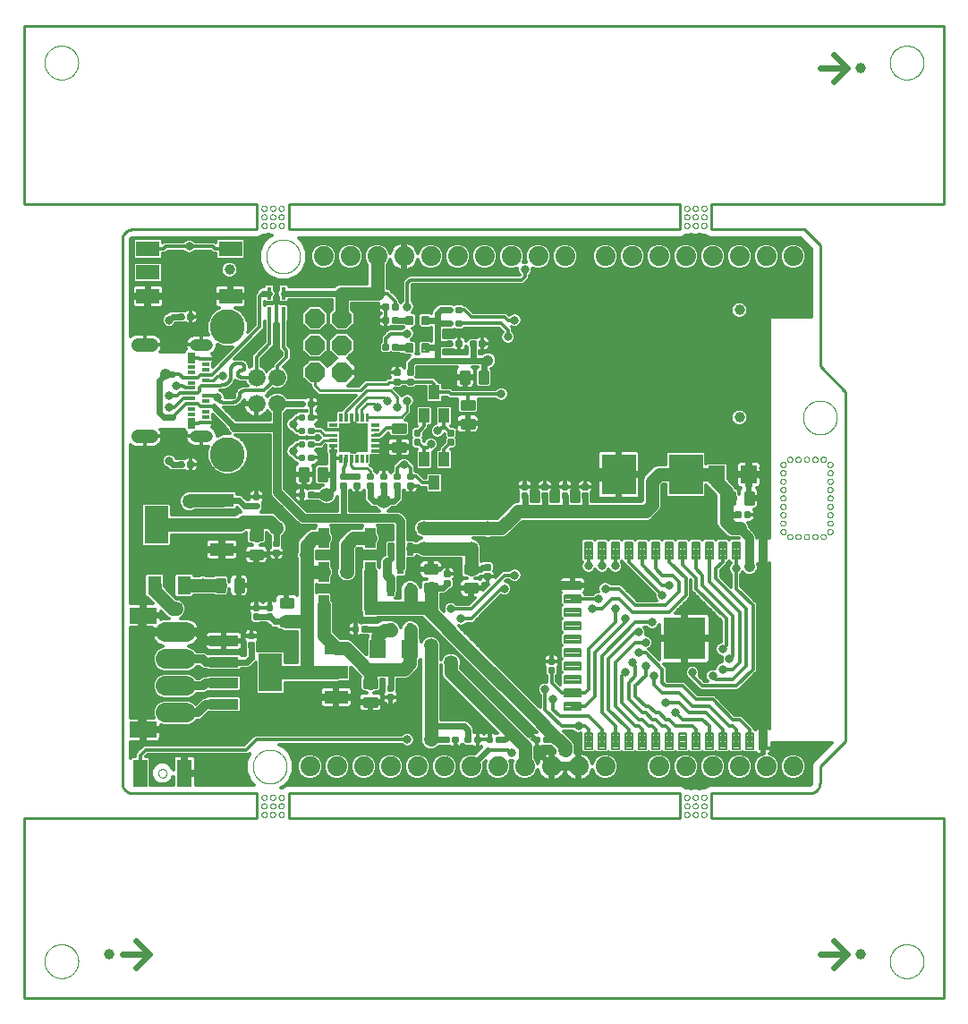
<source format=gtl>
G75*
%MOIN*%
%OFA0B0*%
%FSLAX25Y25*%
%IPPOS*%
%LPD*%
%AMOC8*
5,1,8,0,0,1.08239X$1,22.5*
%
%ADD10C,0.00000*%
%ADD11C,0.01000*%
%ADD12C,0.00780*%
%ADD13R,0.15748X0.15748*%
%ADD14OC8,0.07400*%
%ADD15R,0.05300X0.10000*%
%ADD16C,0.07400*%
%ADD17C,0.00750*%
%ADD18R,0.08661X0.05512*%
%ADD19C,0.06600*%
%ADD20C,0.13000*%
%ADD21C,0.01250*%
%ADD22R,0.03937X0.05512*%
%ADD23R,0.05000X0.07000*%
%ADD24R,0.01575X0.04724*%
%ADD25R,0.02756X0.01181*%
%ADD26R,0.02756X0.03937*%
%ADD27C,0.04331*%
%ADD28C,0.05118*%
%ADD29C,0.00069*%
%ADD30R,0.10827X0.10827*%
%ADD31C,0.03937*%
%ADD32R,0.08800X0.04800*%
%ADD33R,0.08661X0.14173*%
%ADD34R,0.10787X0.03976*%
%ADD35R,0.10000X0.05906*%
%ADD36C,0.07400*%
%ADD37R,0.03937X0.07598*%
%ADD38C,0.00600*%
%ADD39R,0.12500X0.15000*%
%ADD40R,0.06000X0.06600*%
%ADD41C,0.03169*%
%ADD42C,0.01200*%
%ADD43C,0.03200*%
%ADD44C,0.02400*%
%ADD45C,0.05000*%
%ADD46C,0.05315*%
%ADD47C,0.01600*%
%ADD48C,0.04134*%
%ADD49C,0.03562*%
D10*
X0008981Y0015280D02*
X0008983Y0015438D01*
X0008989Y0015596D01*
X0008999Y0015754D01*
X0009013Y0015912D01*
X0009031Y0016069D01*
X0009052Y0016226D01*
X0009078Y0016382D01*
X0009108Y0016538D01*
X0009141Y0016693D01*
X0009179Y0016846D01*
X0009220Y0016999D01*
X0009265Y0017151D01*
X0009314Y0017302D01*
X0009367Y0017451D01*
X0009423Y0017599D01*
X0009483Y0017745D01*
X0009547Y0017890D01*
X0009615Y0018033D01*
X0009686Y0018175D01*
X0009760Y0018315D01*
X0009838Y0018452D01*
X0009920Y0018588D01*
X0010004Y0018722D01*
X0010093Y0018853D01*
X0010184Y0018982D01*
X0010279Y0019109D01*
X0010376Y0019234D01*
X0010477Y0019356D01*
X0010581Y0019475D01*
X0010688Y0019592D01*
X0010798Y0019706D01*
X0010911Y0019817D01*
X0011026Y0019926D01*
X0011144Y0020031D01*
X0011265Y0020133D01*
X0011388Y0020233D01*
X0011514Y0020329D01*
X0011642Y0020422D01*
X0011772Y0020512D01*
X0011905Y0020598D01*
X0012040Y0020682D01*
X0012176Y0020761D01*
X0012315Y0020838D01*
X0012456Y0020910D01*
X0012598Y0020980D01*
X0012742Y0021045D01*
X0012888Y0021107D01*
X0013035Y0021165D01*
X0013184Y0021220D01*
X0013334Y0021271D01*
X0013485Y0021318D01*
X0013637Y0021361D01*
X0013790Y0021400D01*
X0013945Y0021436D01*
X0014100Y0021467D01*
X0014256Y0021495D01*
X0014412Y0021519D01*
X0014569Y0021539D01*
X0014727Y0021555D01*
X0014884Y0021567D01*
X0015043Y0021575D01*
X0015201Y0021579D01*
X0015359Y0021579D01*
X0015517Y0021575D01*
X0015676Y0021567D01*
X0015833Y0021555D01*
X0015991Y0021539D01*
X0016148Y0021519D01*
X0016304Y0021495D01*
X0016460Y0021467D01*
X0016615Y0021436D01*
X0016770Y0021400D01*
X0016923Y0021361D01*
X0017075Y0021318D01*
X0017226Y0021271D01*
X0017376Y0021220D01*
X0017525Y0021165D01*
X0017672Y0021107D01*
X0017818Y0021045D01*
X0017962Y0020980D01*
X0018104Y0020910D01*
X0018245Y0020838D01*
X0018384Y0020761D01*
X0018520Y0020682D01*
X0018655Y0020598D01*
X0018788Y0020512D01*
X0018918Y0020422D01*
X0019046Y0020329D01*
X0019172Y0020233D01*
X0019295Y0020133D01*
X0019416Y0020031D01*
X0019534Y0019926D01*
X0019649Y0019817D01*
X0019762Y0019706D01*
X0019872Y0019592D01*
X0019979Y0019475D01*
X0020083Y0019356D01*
X0020184Y0019234D01*
X0020281Y0019109D01*
X0020376Y0018982D01*
X0020467Y0018853D01*
X0020556Y0018722D01*
X0020640Y0018588D01*
X0020722Y0018452D01*
X0020800Y0018315D01*
X0020874Y0018175D01*
X0020945Y0018033D01*
X0021013Y0017890D01*
X0021077Y0017745D01*
X0021137Y0017599D01*
X0021193Y0017451D01*
X0021246Y0017302D01*
X0021295Y0017151D01*
X0021340Y0016999D01*
X0021381Y0016846D01*
X0021419Y0016693D01*
X0021452Y0016538D01*
X0021482Y0016382D01*
X0021508Y0016226D01*
X0021529Y0016069D01*
X0021547Y0015912D01*
X0021561Y0015754D01*
X0021571Y0015596D01*
X0021577Y0015438D01*
X0021579Y0015280D01*
X0021577Y0015122D01*
X0021571Y0014964D01*
X0021561Y0014806D01*
X0021547Y0014648D01*
X0021529Y0014491D01*
X0021508Y0014334D01*
X0021482Y0014178D01*
X0021452Y0014022D01*
X0021419Y0013867D01*
X0021381Y0013714D01*
X0021340Y0013561D01*
X0021295Y0013409D01*
X0021246Y0013258D01*
X0021193Y0013109D01*
X0021137Y0012961D01*
X0021077Y0012815D01*
X0021013Y0012670D01*
X0020945Y0012527D01*
X0020874Y0012385D01*
X0020800Y0012245D01*
X0020722Y0012108D01*
X0020640Y0011972D01*
X0020556Y0011838D01*
X0020467Y0011707D01*
X0020376Y0011578D01*
X0020281Y0011451D01*
X0020184Y0011326D01*
X0020083Y0011204D01*
X0019979Y0011085D01*
X0019872Y0010968D01*
X0019762Y0010854D01*
X0019649Y0010743D01*
X0019534Y0010634D01*
X0019416Y0010529D01*
X0019295Y0010427D01*
X0019172Y0010327D01*
X0019046Y0010231D01*
X0018918Y0010138D01*
X0018788Y0010048D01*
X0018655Y0009962D01*
X0018520Y0009878D01*
X0018384Y0009799D01*
X0018245Y0009722D01*
X0018104Y0009650D01*
X0017962Y0009580D01*
X0017818Y0009515D01*
X0017672Y0009453D01*
X0017525Y0009395D01*
X0017376Y0009340D01*
X0017226Y0009289D01*
X0017075Y0009242D01*
X0016923Y0009199D01*
X0016770Y0009160D01*
X0016615Y0009124D01*
X0016460Y0009093D01*
X0016304Y0009065D01*
X0016148Y0009041D01*
X0015991Y0009021D01*
X0015833Y0009005D01*
X0015676Y0008993D01*
X0015517Y0008985D01*
X0015359Y0008981D01*
X0015201Y0008981D01*
X0015043Y0008985D01*
X0014884Y0008993D01*
X0014727Y0009005D01*
X0014569Y0009021D01*
X0014412Y0009041D01*
X0014256Y0009065D01*
X0014100Y0009093D01*
X0013945Y0009124D01*
X0013790Y0009160D01*
X0013637Y0009199D01*
X0013485Y0009242D01*
X0013334Y0009289D01*
X0013184Y0009340D01*
X0013035Y0009395D01*
X0012888Y0009453D01*
X0012742Y0009515D01*
X0012598Y0009580D01*
X0012456Y0009650D01*
X0012315Y0009722D01*
X0012176Y0009799D01*
X0012040Y0009878D01*
X0011905Y0009962D01*
X0011772Y0010048D01*
X0011642Y0010138D01*
X0011514Y0010231D01*
X0011388Y0010327D01*
X0011265Y0010427D01*
X0011144Y0010529D01*
X0011026Y0010634D01*
X0010911Y0010743D01*
X0010798Y0010854D01*
X0010688Y0010968D01*
X0010581Y0011085D01*
X0010477Y0011204D01*
X0010376Y0011326D01*
X0010279Y0011451D01*
X0010184Y0011578D01*
X0010093Y0011707D01*
X0010004Y0011838D01*
X0009920Y0011972D01*
X0009838Y0012108D01*
X0009760Y0012245D01*
X0009686Y0012385D01*
X0009615Y0012527D01*
X0009547Y0012670D01*
X0009483Y0012815D01*
X0009423Y0012961D01*
X0009367Y0013109D01*
X0009314Y0013258D01*
X0009265Y0013409D01*
X0009220Y0013561D01*
X0009179Y0013714D01*
X0009141Y0013867D01*
X0009108Y0014022D01*
X0009078Y0014178D01*
X0009052Y0014334D01*
X0009031Y0014491D01*
X0009013Y0014648D01*
X0008999Y0014806D01*
X0008989Y0014964D01*
X0008983Y0015122D01*
X0008981Y0015280D01*
X0051342Y0085280D02*
X0051344Y0085359D01*
X0051350Y0085438D01*
X0051360Y0085517D01*
X0051374Y0085595D01*
X0051391Y0085672D01*
X0051413Y0085748D01*
X0051438Y0085823D01*
X0051468Y0085896D01*
X0051500Y0085968D01*
X0051537Y0086039D01*
X0051577Y0086107D01*
X0051620Y0086173D01*
X0051666Y0086237D01*
X0051716Y0086299D01*
X0051769Y0086358D01*
X0051824Y0086414D01*
X0051883Y0086468D01*
X0051944Y0086518D01*
X0052007Y0086566D01*
X0052073Y0086610D01*
X0052141Y0086651D01*
X0052211Y0086688D01*
X0052282Y0086722D01*
X0052356Y0086752D01*
X0052430Y0086778D01*
X0052506Y0086800D01*
X0052583Y0086819D01*
X0052661Y0086834D01*
X0052739Y0086845D01*
X0052818Y0086852D01*
X0052897Y0086855D01*
X0052976Y0086854D01*
X0053055Y0086849D01*
X0053134Y0086840D01*
X0053212Y0086827D01*
X0053289Y0086810D01*
X0053366Y0086790D01*
X0053441Y0086765D01*
X0053515Y0086737D01*
X0053588Y0086705D01*
X0053658Y0086670D01*
X0053727Y0086631D01*
X0053794Y0086588D01*
X0053859Y0086542D01*
X0053921Y0086494D01*
X0053981Y0086442D01*
X0054038Y0086387D01*
X0054092Y0086329D01*
X0054143Y0086269D01*
X0054191Y0086206D01*
X0054236Y0086141D01*
X0054278Y0086073D01*
X0054316Y0086004D01*
X0054350Y0085933D01*
X0054381Y0085860D01*
X0054409Y0085785D01*
X0054432Y0085710D01*
X0054452Y0085633D01*
X0054468Y0085556D01*
X0054480Y0085477D01*
X0054488Y0085399D01*
X0054492Y0085320D01*
X0054492Y0085240D01*
X0054488Y0085161D01*
X0054480Y0085083D01*
X0054468Y0085004D01*
X0054452Y0084927D01*
X0054432Y0084850D01*
X0054409Y0084775D01*
X0054381Y0084700D01*
X0054350Y0084627D01*
X0054316Y0084556D01*
X0054278Y0084487D01*
X0054236Y0084419D01*
X0054191Y0084354D01*
X0054143Y0084291D01*
X0054092Y0084231D01*
X0054038Y0084173D01*
X0053981Y0084118D01*
X0053921Y0084066D01*
X0053859Y0084018D01*
X0053794Y0083972D01*
X0053727Y0083929D01*
X0053658Y0083890D01*
X0053588Y0083855D01*
X0053515Y0083823D01*
X0053441Y0083795D01*
X0053366Y0083770D01*
X0053289Y0083750D01*
X0053212Y0083733D01*
X0053134Y0083720D01*
X0053055Y0083711D01*
X0052976Y0083706D01*
X0052897Y0083705D01*
X0052818Y0083708D01*
X0052739Y0083715D01*
X0052661Y0083726D01*
X0052583Y0083741D01*
X0052506Y0083760D01*
X0052430Y0083782D01*
X0052356Y0083808D01*
X0052282Y0083838D01*
X0052211Y0083872D01*
X0052141Y0083909D01*
X0052073Y0083950D01*
X0052007Y0083994D01*
X0051944Y0084042D01*
X0051883Y0084092D01*
X0051824Y0084146D01*
X0051769Y0084202D01*
X0051716Y0084261D01*
X0051666Y0084323D01*
X0051620Y0084387D01*
X0051577Y0084453D01*
X0051537Y0084521D01*
X0051500Y0084592D01*
X0051468Y0084664D01*
X0051438Y0084737D01*
X0051413Y0084812D01*
X0051391Y0084888D01*
X0051374Y0084965D01*
X0051360Y0085043D01*
X0051350Y0085122D01*
X0051344Y0085201D01*
X0051342Y0085280D01*
X0089837Y0076303D02*
X0089839Y0076365D01*
X0089845Y0076428D01*
X0089855Y0076489D01*
X0089869Y0076550D01*
X0089886Y0076610D01*
X0089907Y0076669D01*
X0089933Y0076726D01*
X0089961Y0076781D01*
X0089993Y0076835D01*
X0090029Y0076886D01*
X0090067Y0076936D01*
X0090109Y0076982D01*
X0090153Y0077026D01*
X0090201Y0077067D01*
X0090250Y0077105D01*
X0090302Y0077139D01*
X0090356Y0077170D01*
X0090412Y0077198D01*
X0090470Y0077222D01*
X0090529Y0077243D01*
X0090589Y0077259D01*
X0090650Y0077272D01*
X0090712Y0077281D01*
X0090774Y0077286D01*
X0090837Y0077287D01*
X0090899Y0077284D01*
X0090961Y0077277D01*
X0091023Y0077266D01*
X0091083Y0077251D01*
X0091143Y0077233D01*
X0091201Y0077211D01*
X0091258Y0077185D01*
X0091313Y0077155D01*
X0091366Y0077122D01*
X0091417Y0077086D01*
X0091465Y0077047D01*
X0091511Y0077004D01*
X0091554Y0076959D01*
X0091594Y0076911D01*
X0091631Y0076861D01*
X0091665Y0076808D01*
X0091696Y0076754D01*
X0091722Y0076698D01*
X0091746Y0076640D01*
X0091765Y0076580D01*
X0091781Y0076520D01*
X0091793Y0076458D01*
X0091801Y0076397D01*
X0091805Y0076334D01*
X0091805Y0076272D01*
X0091801Y0076209D01*
X0091793Y0076148D01*
X0091781Y0076086D01*
X0091765Y0076026D01*
X0091746Y0075966D01*
X0091722Y0075908D01*
X0091696Y0075852D01*
X0091665Y0075798D01*
X0091631Y0075745D01*
X0091594Y0075695D01*
X0091554Y0075647D01*
X0091511Y0075602D01*
X0091465Y0075559D01*
X0091417Y0075520D01*
X0091366Y0075484D01*
X0091313Y0075451D01*
X0091258Y0075421D01*
X0091201Y0075395D01*
X0091143Y0075373D01*
X0091083Y0075355D01*
X0091023Y0075340D01*
X0090961Y0075329D01*
X0090899Y0075322D01*
X0090837Y0075319D01*
X0090774Y0075320D01*
X0090712Y0075325D01*
X0090650Y0075334D01*
X0090589Y0075347D01*
X0090529Y0075363D01*
X0090470Y0075384D01*
X0090412Y0075408D01*
X0090356Y0075436D01*
X0090302Y0075467D01*
X0090250Y0075501D01*
X0090201Y0075539D01*
X0090153Y0075580D01*
X0090109Y0075624D01*
X0090067Y0075670D01*
X0090029Y0075720D01*
X0089993Y0075771D01*
X0089961Y0075825D01*
X0089933Y0075880D01*
X0089907Y0075937D01*
X0089886Y0075996D01*
X0089869Y0076056D01*
X0089855Y0076117D01*
X0089845Y0076178D01*
X0089839Y0076241D01*
X0089837Y0076303D01*
X0089837Y0073104D02*
X0089839Y0073166D01*
X0089845Y0073229D01*
X0089855Y0073290D01*
X0089869Y0073351D01*
X0089886Y0073411D01*
X0089907Y0073470D01*
X0089933Y0073527D01*
X0089961Y0073582D01*
X0089993Y0073636D01*
X0090029Y0073687D01*
X0090067Y0073737D01*
X0090109Y0073783D01*
X0090153Y0073827D01*
X0090201Y0073868D01*
X0090250Y0073906D01*
X0090302Y0073940D01*
X0090356Y0073971D01*
X0090412Y0073999D01*
X0090470Y0074023D01*
X0090529Y0074044D01*
X0090589Y0074060D01*
X0090650Y0074073D01*
X0090712Y0074082D01*
X0090774Y0074087D01*
X0090837Y0074088D01*
X0090899Y0074085D01*
X0090961Y0074078D01*
X0091023Y0074067D01*
X0091083Y0074052D01*
X0091143Y0074034D01*
X0091201Y0074012D01*
X0091258Y0073986D01*
X0091313Y0073956D01*
X0091366Y0073923D01*
X0091417Y0073887D01*
X0091465Y0073848D01*
X0091511Y0073805D01*
X0091554Y0073760D01*
X0091594Y0073712D01*
X0091631Y0073662D01*
X0091665Y0073609D01*
X0091696Y0073555D01*
X0091722Y0073499D01*
X0091746Y0073441D01*
X0091765Y0073381D01*
X0091781Y0073321D01*
X0091793Y0073259D01*
X0091801Y0073198D01*
X0091805Y0073135D01*
X0091805Y0073073D01*
X0091801Y0073010D01*
X0091793Y0072949D01*
X0091781Y0072887D01*
X0091765Y0072827D01*
X0091746Y0072767D01*
X0091722Y0072709D01*
X0091696Y0072653D01*
X0091665Y0072599D01*
X0091631Y0072546D01*
X0091594Y0072496D01*
X0091554Y0072448D01*
X0091511Y0072403D01*
X0091465Y0072360D01*
X0091417Y0072321D01*
X0091366Y0072285D01*
X0091313Y0072252D01*
X0091258Y0072222D01*
X0091201Y0072196D01*
X0091143Y0072174D01*
X0091083Y0072156D01*
X0091023Y0072141D01*
X0090961Y0072130D01*
X0090899Y0072123D01*
X0090837Y0072120D01*
X0090774Y0072121D01*
X0090712Y0072126D01*
X0090650Y0072135D01*
X0090589Y0072148D01*
X0090529Y0072164D01*
X0090470Y0072185D01*
X0090412Y0072209D01*
X0090356Y0072237D01*
X0090302Y0072268D01*
X0090250Y0072302D01*
X0090201Y0072340D01*
X0090153Y0072381D01*
X0090109Y0072425D01*
X0090067Y0072471D01*
X0090029Y0072521D01*
X0089993Y0072572D01*
X0089961Y0072626D01*
X0089933Y0072681D01*
X0089907Y0072738D01*
X0089886Y0072797D01*
X0089869Y0072857D01*
X0089855Y0072918D01*
X0089845Y0072979D01*
X0089839Y0073042D01*
X0089837Y0073104D01*
X0089837Y0069906D02*
X0089839Y0069968D01*
X0089845Y0070031D01*
X0089855Y0070092D01*
X0089869Y0070153D01*
X0089886Y0070213D01*
X0089907Y0070272D01*
X0089933Y0070329D01*
X0089961Y0070384D01*
X0089993Y0070438D01*
X0090029Y0070489D01*
X0090067Y0070539D01*
X0090109Y0070585D01*
X0090153Y0070629D01*
X0090201Y0070670D01*
X0090250Y0070708D01*
X0090302Y0070742D01*
X0090356Y0070773D01*
X0090412Y0070801D01*
X0090470Y0070825D01*
X0090529Y0070846D01*
X0090589Y0070862D01*
X0090650Y0070875D01*
X0090712Y0070884D01*
X0090774Y0070889D01*
X0090837Y0070890D01*
X0090899Y0070887D01*
X0090961Y0070880D01*
X0091023Y0070869D01*
X0091083Y0070854D01*
X0091143Y0070836D01*
X0091201Y0070814D01*
X0091258Y0070788D01*
X0091313Y0070758D01*
X0091366Y0070725D01*
X0091417Y0070689D01*
X0091465Y0070650D01*
X0091511Y0070607D01*
X0091554Y0070562D01*
X0091594Y0070514D01*
X0091631Y0070464D01*
X0091665Y0070411D01*
X0091696Y0070357D01*
X0091722Y0070301D01*
X0091746Y0070243D01*
X0091765Y0070183D01*
X0091781Y0070123D01*
X0091793Y0070061D01*
X0091801Y0070000D01*
X0091805Y0069937D01*
X0091805Y0069875D01*
X0091801Y0069812D01*
X0091793Y0069751D01*
X0091781Y0069689D01*
X0091765Y0069629D01*
X0091746Y0069569D01*
X0091722Y0069511D01*
X0091696Y0069455D01*
X0091665Y0069401D01*
X0091631Y0069348D01*
X0091594Y0069298D01*
X0091554Y0069250D01*
X0091511Y0069205D01*
X0091465Y0069162D01*
X0091417Y0069123D01*
X0091366Y0069087D01*
X0091313Y0069054D01*
X0091258Y0069024D01*
X0091201Y0068998D01*
X0091143Y0068976D01*
X0091083Y0068958D01*
X0091023Y0068943D01*
X0090961Y0068932D01*
X0090899Y0068925D01*
X0090837Y0068922D01*
X0090774Y0068923D01*
X0090712Y0068928D01*
X0090650Y0068937D01*
X0090589Y0068950D01*
X0090529Y0068966D01*
X0090470Y0068987D01*
X0090412Y0069011D01*
X0090356Y0069039D01*
X0090302Y0069070D01*
X0090250Y0069104D01*
X0090201Y0069142D01*
X0090153Y0069183D01*
X0090109Y0069227D01*
X0090067Y0069273D01*
X0090029Y0069323D01*
X0089993Y0069374D01*
X0089961Y0069428D01*
X0089933Y0069483D01*
X0089907Y0069540D01*
X0089886Y0069599D01*
X0089869Y0069659D01*
X0089855Y0069720D01*
X0089845Y0069781D01*
X0089839Y0069844D01*
X0089837Y0069906D01*
X0093036Y0069906D02*
X0093038Y0069968D01*
X0093044Y0070031D01*
X0093054Y0070092D01*
X0093068Y0070153D01*
X0093085Y0070213D01*
X0093106Y0070272D01*
X0093132Y0070329D01*
X0093160Y0070384D01*
X0093192Y0070438D01*
X0093228Y0070489D01*
X0093266Y0070539D01*
X0093308Y0070585D01*
X0093352Y0070629D01*
X0093400Y0070670D01*
X0093449Y0070708D01*
X0093501Y0070742D01*
X0093555Y0070773D01*
X0093611Y0070801D01*
X0093669Y0070825D01*
X0093728Y0070846D01*
X0093788Y0070862D01*
X0093849Y0070875D01*
X0093911Y0070884D01*
X0093973Y0070889D01*
X0094036Y0070890D01*
X0094098Y0070887D01*
X0094160Y0070880D01*
X0094222Y0070869D01*
X0094282Y0070854D01*
X0094342Y0070836D01*
X0094400Y0070814D01*
X0094457Y0070788D01*
X0094512Y0070758D01*
X0094565Y0070725D01*
X0094616Y0070689D01*
X0094664Y0070650D01*
X0094710Y0070607D01*
X0094753Y0070562D01*
X0094793Y0070514D01*
X0094830Y0070464D01*
X0094864Y0070411D01*
X0094895Y0070357D01*
X0094921Y0070301D01*
X0094945Y0070243D01*
X0094964Y0070183D01*
X0094980Y0070123D01*
X0094992Y0070061D01*
X0095000Y0070000D01*
X0095004Y0069937D01*
X0095004Y0069875D01*
X0095000Y0069812D01*
X0094992Y0069751D01*
X0094980Y0069689D01*
X0094964Y0069629D01*
X0094945Y0069569D01*
X0094921Y0069511D01*
X0094895Y0069455D01*
X0094864Y0069401D01*
X0094830Y0069348D01*
X0094793Y0069298D01*
X0094753Y0069250D01*
X0094710Y0069205D01*
X0094664Y0069162D01*
X0094616Y0069123D01*
X0094565Y0069087D01*
X0094512Y0069054D01*
X0094457Y0069024D01*
X0094400Y0068998D01*
X0094342Y0068976D01*
X0094282Y0068958D01*
X0094222Y0068943D01*
X0094160Y0068932D01*
X0094098Y0068925D01*
X0094036Y0068922D01*
X0093973Y0068923D01*
X0093911Y0068928D01*
X0093849Y0068937D01*
X0093788Y0068950D01*
X0093728Y0068966D01*
X0093669Y0068987D01*
X0093611Y0069011D01*
X0093555Y0069039D01*
X0093501Y0069070D01*
X0093449Y0069104D01*
X0093400Y0069142D01*
X0093352Y0069183D01*
X0093308Y0069227D01*
X0093266Y0069273D01*
X0093228Y0069323D01*
X0093192Y0069374D01*
X0093160Y0069428D01*
X0093132Y0069483D01*
X0093106Y0069540D01*
X0093085Y0069599D01*
X0093068Y0069659D01*
X0093054Y0069720D01*
X0093044Y0069781D01*
X0093038Y0069844D01*
X0093036Y0069906D01*
X0093036Y0073104D02*
X0093038Y0073166D01*
X0093044Y0073229D01*
X0093054Y0073290D01*
X0093068Y0073351D01*
X0093085Y0073411D01*
X0093106Y0073470D01*
X0093132Y0073527D01*
X0093160Y0073582D01*
X0093192Y0073636D01*
X0093228Y0073687D01*
X0093266Y0073737D01*
X0093308Y0073783D01*
X0093352Y0073827D01*
X0093400Y0073868D01*
X0093449Y0073906D01*
X0093501Y0073940D01*
X0093555Y0073971D01*
X0093611Y0073999D01*
X0093669Y0074023D01*
X0093728Y0074044D01*
X0093788Y0074060D01*
X0093849Y0074073D01*
X0093911Y0074082D01*
X0093973Y0074087D01*
X0094036Y0074088D01*
X0094098Y0074085D01*
X0094160Y0074078D01*
X0094222Y0074067D01*
X0094282Y0074052D01*
X0094342Y0074034D01*
X0094400Y0074012D01*
X0094457Y0073986D01*
X0094512Y0073956D01*
X0094565Y0073923D01*
X0094616Y0073887D01*
X0094664Y0073848D01*
X0094710Y0073805D01*
X0094753Y0073760D01*
X0094793Y0073712D01*
X0094830Y0073662D01*
X0094864Y0073609D01*
X0094895Y0073555D01*
X0094921Y0073499D01*
X0094945Y0073441D01*
X0094964Y0073381D01*
X0094980Y0073321D01*
X0094992Y0073259D01*
X0095000Y0073198D01*
X0095004Y0073135D01*
X0095004Y0073073D01*
X0095000Y0073010D01*
X0094992Y0072949D01*
X0094980Y0072887D01*
X0094964Y0072827D01*
X0094945Y0072767D01*
X0094921Y0072709D01*
X0094895Y0072653D01*
X0094864Y0072599D01*
X0094830Y0072546D01*
X0094793Y0072496D01*
X0094753Y0072448D01*
X0094710Y0072403D01*
X0094664Y0072360D01*
X0094616Y0072321D01*
X0094565Y0072285D01*
X0094512Y0072252D01*
X0094457Y0072222D01*
X0094400Y0072196D01*
X0094342Y0072174D01*
X0094282Y0072156D01*
X0094222Y0072141D01*
X0094160Y0072130D01*
X0094098Y0072123D01*
X0094036Y0072120D01*
X0093973Y0072121D01*
X0093911Y0072126D01*
X0093849Y0072135D01*
X0093788Y0072148D01*
X0093728Y0072164D01*
X0093669Y0072185D01*
X0093611Y0072209D01*
X0093555Y0072237D01*
X0093501Y0072268D01*
X0093449Y0072302D01*
X0093400Y0072340D01*
X0093352Y0072381D01*
X0093308Y0072425D01*
X0093266Y0072471D01*
X0093228Y0072521D01*
X0093192Y0072572D01*
X0093160Y0072626D01*
X0093132Y0072681D01*
X0093106Y0072738D01*
X0093085Y0072797D01*
X0093068Y0072857D01*
X0093054Y0072918D01*
X0093044Y0072979D01*
X0093038Y0073042D01*
X0093036Y0073104D01*
X0093036Y0076303D02*
X0093038Y0076365D01*
X0093044Y0076428D01*
X0093054Y0076489D01*
X0093068Y0076550D01*
X0093085Y0076610D01*
X0093106Y0076669D01*
X0093132Y0076726D01*
X0093160Y0076781D01*
X0093192Y0076835D01*
X0093228Y0076886D01*
X0093266Y0076936D01*
X0093308Y0076982D01*
X0093352Y0077026D01*
X0093400Y0077067D01*
X0093449Y0077105D01*
X0093501Y0077139D01*
X0093555Y0077170D01*
X0093611Y0077198D01*
X0093669Y0077222D01*
X0093728Y0077243D01*
X0093788Y0077259D01*
X0093849Y0077272D01*
X0093911Y0077281D01*
X0093973Y0077286D01*
X0094036Y0077287D01*
X0094098Y0077284D01*
X0094160Y0077277D01*
X0094222Y0077266D01*
X0094282Y0077251D01*
X0094342Y0077233D01*
X0094400Y0077211D01*
X0094457Y0077185D01*
X0094512Y0077155D01*
X0094565Y0077122D01*
X0094616Y0077086D01*
X0094664Y0077047D01*
X0094710Y0077004D01*
X0094753Y0076959D01*
X0094793Y0076911D01*
X0094830Y0076861D01*
X0094864Y0076808D01*
X0094895Y0076754D01*
X0094921Y0076698D01*
X0094945Y0076640D01*
X0094964Y0076580D01*
X0094980Y0076520D01*
X0094992Y0076458D01*
X0095000Y0076397D01*
X0095004Y0076334D01*
X0095004Y0076272D01*
X0095000Y0076209D01*
X0094992Y0076148D01*
X0094980Y0076086D01*
X0094964Y0076026D01*
X0094945Y0075966D01*
X0094921Y0075908D01*
X0094895Y0075852D01*
X0094864Y0075798D01*
X0094830Y0075745D01*
X0094793Y0075695D01*
X0094753Y0075647D01*
X0094710Y0075602D01*
X0094664Y0075559D01*
X0094616Y0075520D01*
X0094565Y0075484D01*
X0094512Y0075451D01*
X0094457Y0075421D01*
X0094400Y0075395D01*
X0094342Y0075373D01*
X0094282Y0075355D01*
X0094222Y0075340D01*
X0094160Y0075329D01*
X0094098Y0075322D01*
X0094036Y0075319D01*
X0093973Y0075320D01*
X0093911Y0075325D01*
X0093849Y0075334D01*
X0093788Y0075347D01*
X0093728Y0075363D01*
X0093669Y0075384D01*
X0093611Y0075408D01*
X0093555Y0075436D01*
X0093501Y0075467D01*
X0093449Y0075501D01*
X0093400Y0075539D01*
X0093352Y0075580D01*
X0093308Y0075624D01*
X0093266Y0075670D01*
X0093228Y0075720D01*
X0093192Y0075771D01*
X0093160Y0075825D01*
X0093132Y0075880D01*
X0093106Y0075937D01*
X0093085Y0075996D01*
X0093068Y0076056D01*
X0093054Y0076117D01*
X0093044Y0076178D01*
X0093038Y0076241D01*
X0093036Y0076303D01*
X0096235Y0076303D02*
X0096237Y0076365D01*
X0096243Y0076428D01*
X0096253Y0076489D01*
X0096267Y0076550D01*
X0096284Y0076610D01*
X0096305Y0076669D01*
X0096331Y0076726D01*
X0096359Y0076781D01*
X0096391Y0076835D01*
X0096427Y0076886D01*
X0096465Y0076936D01*
X0096507Y0076982D01*
X0096551Y0077026D01*
X0096599Y0077067D01*
X0096648Y0077105D01*
X0096700Y0077139D01*
X0096754Y0077170D01*
X0096810Y0077198D01*
X0096868Y0077222D01*
X0096927Y0077243D01*
X0096987Y0077259D01*
X0097048Y0077272D01*
X0097110Y0077281D01*
X0097172Y0077286D01*
X0097235Y0077287D01*
X0097297Y0077284D01*
X0097359Y0077277D01*
X0097421Y0077266D01*
X0097481Y0077251D01*
X0097541Y0077233D01*
X0097599Y0077211D01*
X0097656Y0077185D01*
X0097711Y0077155D01*
X0097764Y0077122D01*
X0097815Y0077086D01*
X0097863Y0077047D01*
X0097909Y0077004D01*
X0097952Y0076959D01*
X0097992Y0076911D01*
X0098029Y0076861D01*
X0098063Y0076808D01*
X0098094Y0076754D01*
X0098120Y0076698D01*
X0098144Y0076640D01*
X0098163Y0076580D01*
X0098179Y0076520D01*
X0098191Y0076458D01*
X0098199Y0076397D01*
X0098203Y0076334D01*
X0098203Y0076272D01*
X0098199Y0076209D01*
X0098191Y0076148D01*
X0098179Y0076086D01*
X0098163Y0076026D01*
X0098144Y0075966D01*
X0098120Y0075908D01*
X0098094Y0075852D01*
X0098063Y0075798D01*
X0098029Y0075745D01*
X0097992Y0075695D01*
X0097952Y0075647D01*
X0097909Y0075602D01*
X0097863Y0075559D01*
X0097815Y0075520D01*
X0097764Y0075484D01*
X0097711Y0075451D01*
X0097656Y0075421D01*
X0097599Y0075395D01*
X0097541Y0075373D01*
X0097481Y0075355D01*
X0097421Y0075340D01*
X0097359Y0075329D01*
X0097297Y0075322D01*
X0097235Y0075319D01*
X0097172Y0075320D01*
X0097110Y0075325D01*
X0097048Y0075334D01*
X0096987Y0075347D01*
X0096927Y0075363D01*
X0096868Y0075384D01*
X0096810Y0075408D01*
X0096754Y0075436D01*
X0096700Y0075467D01*
X0096648Y0075501D01*
X0096599Y0075539D01*
X0096551Y0075580D01*
X0096507Y0075624D01*
X0096465Y0075670D01*
X0096427Y0075720D01*
X0096391Y0075771D01*
X0096359Y0075825D01*
X0096331Y0075880D01*
X0096305Y0075937D01*
X0096284Y0075996D01*
X0096267Y0076056D01*
X0096253Y0076117D01*
X0096243Y0076178D01*
X0096237Y0076241D01*
X0096235Y0076303D01*
X0096235Y0073104D02*
X0096237Y0073166D01*
X0096243Y0073229D01*
X0096253Y0073290D01*
X0096267Y0073351D01*
X0096284Y0073411D01*
X0096305Y0073470D01*
X0096331Y0073527D01*
X0096359Y0073582D01*
X0096391Y0073636D01*
X0096427Y0073687D01*
X0096465Y0073737D01*
X0096507Y0073783D01*
X0096551Y0073827D01*
X0096599Y0073868D01*
X0096648Y0073906D01*
X0096700Y0073940D01*
X0096754Y0073971D01*
X0096810Y0073999D01*
X0096868Y0074023D01*
X0096927Y0074044D01*
X0096987Y0074060D01*
X0097048Y0074073D01*
X0097110Y0074082D01*
X0097172Y0074087D01*
X0097235Y0074088D01*
X0097297Y0074085D01*
X0097359Y0074078D01*
X0097421Y0074067D01*
X0097481Y0074052D01*
X0097541Y0074034D01*
X0097599Y0074012D01*
X0097656Y0073986D01*
X0097711Y0073956D01*
X0097764Y0073923D01*
X0097815Y0073887D01*
X0097863Y0073848D01*
X0097909Y0073805D01*
X0097952Y0073760D01*
X0097992Y0073712D01*
X0098029Y0073662D01*
X0098063Y0073609D01*
X0098094Y0073555D01*
X0098120Y0073499D01*
X0098144Y0073441D01*
X0098163Y0073381D01*
X0098179Y0073321D01*
X0098191Y0073259D01*
X0098199Y0073198D01*
X0098203Y0073135D01*
X0098203Y0073073D01*
X0098199Y0073010D01*
X0098191Y0072949D01*
X0098179Y0072887D01*
X0098163Y0072827D01*
X0098144Y0072767D01*
X0098120Y0072709D01*
X0098094Y0072653D01*
X0098063Y0072599D01*
X0098029Y0072546D01*
X0097992Y0072496D01*
X0097952Y0072448D01*
X0097909Y0072403D01*
X0097863Y0072360D01*
X0097815Y0072321D01*
X0097764Y0072285D01*
X0097711Y0072252D01*
X0097656Y0072222D01*
X0097599Y0072196D01*
X0097541Y0072174D01*
X0097481Y0072156D01*
X0097421Y0072141D01*
X0097359Y0072130D01*
X0097297Y0072123D01*
X0097235Y0072120D01*
X0097172Y0072121D01*
X0097110Y0072126D01*
X0097048Y0072135D01*
X0096987Y0072148D01*
X0096927Y0072164D01*
X0096868Y0072185D01*
X0096810Y0072209D01*
X0096754Y0072237D01*
X0096700Y0072268D01*
X0096648Y0072302D01*
X0096599Y0072340D01*
X0096551Y0072381D01*
X0096507Y0072425D01*
X0096465Y0072471D01*
X0096427Y0072521D01*
X0096391Y0072572D01*
X0096359Y0072626D01*
X0096331Y0072681D01*
X0096305Y0072738D01*
X0096284Y0072797D01*
X0096267Y0072857D01*
X0096253Y0072918D01*
X0096243Y0072979D01*
X0096237Y0073042D01*
X0096235Y0073104D01*
X0096235Y0069906D02*
X0096237Y0069968D01*
X0096243Y0070031D01*
X0096253Y0070092D01*
X0096267Y0070153D01*
X0096284Y0070213D01*
X0096305Y0070272D01*
X0096331Y0070329D01*
X0096359Y0070384D01*
X0096391Y0070438D01*
X0096427Y0070489D01*
X0096465Y0070539D01*
X0096507Y0070585D01*
X0096551Y0070629D01*
X0096599Y0070670D01*
X0096648Y0070708D01*
X0096700Y0070742D01*
X0096754Y0070773D01*
X0096810Y0070801D01*
X0096868Y0070825D01*
X0096927Y0070846D01*
X0096987Y0070862D01*
X0097048Y0070875D01*
X0097110Y0070884D01*
X0097172Y0070889D01*
X0097235Y0070890D01*
X0097297Y0070887D01*
X0097359Y0070880D01*
X0097421Y0070869D01*
X0097481Y0070854D01*
X0097541Y0070836D01*
X0097599Y0070814D01*
X0097656Y0070788D01*
X0097711Y0070758D01*
X0097764Y0070725D01*
X0097815Y0070689D01*
X0097863Y0070650D01*
X0097909Y0070607D01*
X0097952Y0070562D01*
X0097992Y0070514D01*
X0098029Y0070464D01*
X0098063Y0070411D01*
X0098094Y0070357D01*
X0098120Y0070301D01*
X0098144Y0070243D01*
X0098163Y0070183D01*
X0098179Y0070123D01*
X0098191Y0070061D01*
X0098199Y0070000D01*
X0098203Y0069937D01*
X0098203Y0069875D01*
X0098199Y0069812D01*
X0098191Y0069751D01*
X0098179Y0069689D01*
X0098163Y0069629D01*
X0098144Y0069569D01*
X0098120Y0069511D01*
X0098094Y0069455D01*
X0098063Y0069401D01*
X0098029Y0069348D01*
X0097992Y0069298D01*
X0097952Y0069250D01*
X0097909Y0069205D01*
X0097863Y0069162D01*
X0097815Y0069123D01*
X0097764Y0069087D01*
X0097711Y0069054D01*
X0097656Y0069024D01*
X0097599Y0068998D01*
X0097541Y0068976D01*
X0097481Y0068958D01*
X0097421Y0068943D01*
X0097359Y0068932D01*
X0097297Y0068925D01*
X0097235Y0068922D01*
X0097172Y0068923D01*
X0097110Y0068928D01*
X0097048Y0068937D01*
X0096987Y0068950D01*
X0096927Y0068966D01*
X0096868Y0068987D01*
X0096810Y0069011D01*
X0096754Y0069039D01*
X0096700Y0069070D01*
X0096648Y0069104D01*
X0096599Y0069142D01*
X0096551Y0069183D01*
X0096507Y0069227D01*
X0096465Y0069273D01*
X0096427Y0069323D01*
X0096391Y0069374D01*
X0096359Y0069428D01*
X0096331Y0069483D01*
X0096305Y0069540D01*
X0096284Y0069599D01*
X0096267Y0069659D01*
X0096253Y0069720D01*
X0096243Y0069781D01*
X0096237Y0069844D01*
X0096235Y0069906D01*
X0086618Y0087780D02*
X0086620Y0087938D01*
X0086626Y0088096D01*
X0086636Y0088254D01*
X0086650Y0088412D01*
X0086668Y0088569D01*
X0086689Y0088726D01*
X0086715Y0088882D01*
X0086745Y0089038D01*
X0086778Y0089193D01*
X0086816Y0089346D01*
X0086857Y0089499D01*
X0086902Y0089651D01*
X0086951Y0089802D01*
X0087004Y0089951D01*
X0087060Y0090099D01*
X0087120Y0090245D01*
X0087184Y0090390D01*
X0087252Y0090533D01*
X0087323Y0090675D01*
X0087397Y0090815D01*
X0087475Y0090952D01*
X0087557Y0091088D01*
X0087641Y0091222D01*
X0087730Y0091353D01*
X0087821Y0091482D01*
X0087916Y0091609D01*
X0088013Y0091734D01*
X0088114Y0091856D01*
X0088218Y0091975D01*
X0088325Y0092092D01*
X0088435Y0092206D01*
X0088548Y0092317D01*
X0088663Y0092426D01*
X0088781Y0092531D01*
X0088902Y0092633D01*
X0089025Y0092733D01*
X0089151Y0092829D01*
X0089279Y0092922D01*
X0089409Y0093012D01*
X0089542Y0093098D01*
X0089677Y0093182D01*
X0089813Y0093261D01*
X0089952Y0093338D01*
X0090093Y0093410D01*
X0090235Y0093480D01*
X0090379Y0093545D01*
X0090525Y0093607D01*
X0090672Y0093665D01*
X0090821Y0093720D01*
X0090971Y0093771D01*
X0091122Y0093818D01*
X0091274Y0093861D01*
X0091427Y0093900D01*
X0091582Y0093936D01*
X0091737Y0093967D01*
X0091893Y0093995D01*
X0092049Y0094019D01*
X0092206Y0094039D01*
X0092364Y0094055D01*
X0092521Y0094067D01*
X0092680Y0094075D01*
X0092838Y0094079D01*
X0092996Y0094079D01*
X0093154Y0094075D01*
X0093313Y0094067D01*
X0093470Y0094055D01*
X0093628Y0094039D01*
X0093785Y0094019D01*
X0093941Y0093995D01*
X0094097Y0093967D01*
X0094252Y0093936D01*
X0094407Y0093900D01*
X0094560Y0093861D01*
X0094712Y0093818D01*
X0094863Y0093771D01*
X0095013Y0093720D01*
X0095162Y0093665D01*
X0095309Y0093607D01*
X0095455Y0093545D01*
X0095599Y0093480D01*
X0095741Y0093410D01*
X0095882Y0093338D01*
X0096021Y0093261D01*
X0096157Y0093182D01*
X0096292Y0093098D01*
X0096425Y0093012D01*
X0096555Y0092922D01*
X0096683Y0092829D01*
X0096809Y0092733D01*
X0096932Y0092633D01*
X0097053Y0092531D01*
X0097171Y0092426D01*
X0097286Y0092317D01*
X0097399Y0092206D01*
X0097509Y0092092D01*
X0097616Y0091975D01*
X0097720Y0091856D01*
X0097821Y0091734D01*
X0097918Y0091609D01*
X0098013Y0091482D01*
X0098104Y0091353D01*
X0098193Y0091222D01*
X0098277Y0091088D01*
X0098359Y0090952D01*
X0098437Y0090815D01*
X0098511Y0090675D01*
X0098582Y0090533D01*
X0098650Y0090390D01*
X0098714Y0090245D01*
X0098774Y0090099D01*
X0098830Y0089951D01*
X0098883Y0089802D01*
X0098932Y0089651D01*
X0098977Y0089499D01*
X0099018Y0089346D01*
X0099056Y0089193D01*
X0099089Y0089038D01*
X0099119Y0088882D01*
X0099145Y0088726D01*
X0099166Y0088569D01*
X0099184Y0088412D01*
X0099198Y0088254D01*
X0099208Y0088096D01*
X0099214Y0087938D01*
X0099216Y0087780D01*
X0099214Y0087622D01*
X0099208Y0087464D01*
X0099198Y0087306D01*
X0099184Y0087148D01*
X0099166Y0086991D01*
X0099145Y0086834D01*
X0099119Y0086678D01*
X0099089Y0086522D01*
X0099056Y0086367D01*
X0099018Y0086214D01*
X0098977Y0086061D01*
X0098932Y0085909D01*
X0098883Y0085758D01*
X0098830Y0085609D01*
X0098774Y0085461D01*
X0098714Y0085315D01*
X0098650Y0085170D01*
X0098582Y0085027D01*
X0098511Y0084885D01*
X0098437Y0084745D01*
X0098359Y0084608D01*
X0098277Y0084472D01*
X0098193Y0084338D01*
X0098104Y0084207D01*
X0098013Y0084078D01*
X0097918Y0083951D01*
X0097821Y0083826D01*
X0097720Y0083704D01*
X0097616Y0083585D01*
X0097509Y0083468D01*
X0097399Y0083354D01*
X0097286Y0083243D01*
X0097171Y0083134D01*
X0097053Y0083029D01*
X0096932Y0082927D01*
X0096809Y0082827D01*
X0096683Y0082731D01*
X0096555Y0082638D01*
X0096425Y0082548D01*
X0096292Y0082462D01*
X0096157Y0082378D01*
X0096021Y0082299D01*
X0095882Y0082222D01*
X0095741Y0082150D01*
X0095599Y0082080D01*
X0095455Y0082015D01*
X0095309Y0081953D01*
X0095162Y0081895D01*
X0095013Y0081840D01*
X0094863Y0081789D01*
X0094712Y0081742D01*
X0094560Y0081699D01*
X0094407Y0081660D01*
X0094252Y0081624D01*
X0094097Y0081593D01*
X0093941Y0081565D01*
X0093785Y0081541D01*
X0093628Y0081521D01*
X0093470Y0081505D01*
X0093313Y0081493D01*
X0093154Y0081485D01*
X0092996Y0081481D01*
X0092838Y0081481D01*
X0092680Y0081485D01*
X0092521Y0081493D01*
X0092364Y0081505D01*
X0092206Y0081521D01*
X0092049Y0081541D01*
X0091893Y0081565D01*
X0091737Y0081593D01*
X0091582Y0081624D01*
X0091427Y0081660D01*
X0091274Y0081699D01*
X0091122Y0081742D01*
X0090971Y0081789D01*
X0090821Y0081840D01*
X0090672Y0081895D01*
X0090525Y0081953D01*
X0090379Y0082015D01*
X0090235Y0082080D01*
X0090093Y0082150D01*
X0089952Y0082222D01*
X0089813Y0082299D01*
X0089677Y0082378D01*
X0089542Y0082462D01*
X0089409Y0082548D01*
X0089279Y0082638D01*
X0089151Y0082731D01*
X0089025Y0082827D01*
X0088902Y0082927D01*
X0088781Y0083029D01*
X0088663Y0083134D01*
X0088548Y0083243D01*
X0088435Y0083354D01*
X0088325Y0083468D01*
X0088218Y0083585D01*
X0088114Y0083704D01*
X0088013Y0083826D01*
X0087916Y0083951D01*
X0087821Y0084078D01*
X0087730Y0084207D01*
X0087641Y0084338D01*
X0087557Y0084472D01*
X0087475Y0084608D01*
X0087397Y0084745D01*
X0087323Y0084885D01*
X0087252Y0085027D01*
X0087184Y0085170D01*
X0087120Y0085315D01*
X0087060Y0085461D01*
X0087004Y0085609D01*
X0086951Y0085758D01*
X0086902Y0085909D01*
X0086857Y0086061D01*
X0086816Y0086214D01*
X0086778Y0086367D01*
X0086745Y0086522D01*
X0086715Y0086678D01*
X0086689Y0086834D01*
X0086668Y0086991D01*
X0086650Y0087148D01*
X0086636Y0087306D01*
X0086626Y0087464D01*
X0086620Y0087622D01*
X0086618Y0087780D01*
X0247317Y0076303D02*
X0247319Y0076365D01*
X0247325Y0076428D01*
X0247335Y0076489D01*
X0247349Y0076550D01*
X0247366Y0076610D01*
X0247387Y0076669D01*
X0247413Y0076726D01*
X0247441Y0076781D01*
X0247473Y0076835D01*
X0247509Y0076886D01*
X0247547Y0076936D01*
X0247589Y0076982D01*
X0247633Y0077026D01*
X0247681Y0077067D01*
X0247730Y0077105D01*
X0247782Y0077139D01*
X0247836Y0077170D01*
X0247892Y0077198D01*
X0247950Y0077222D01*
X0248009Y0077243D01*
X0248069Y0077259D01*
X0248130Y0077272D01*
X0248192Y0077281D01*
X0248254Y0077286D01*
X0248317Y0077287D01*
X0248379Y0077284D01*
X0248441Y0077277D01*
X0248503Y0077266D01*
X0248563Y0077251D01*
X0248623Y0077233D01*
X0248681Y0077211D01*
X0248738Y0077185D01*
X0248793Y0077155D01*
X0248846Y0077122D01*
X0248897Y0077086D01*
X0248945Y0077047D01*
X0248991Y0077004D01*
X0249034Y0076959D01*
X0249074Y0076911D01*
X0249111Y0076861D01*
X0249145Y0076808D01*
X0249176Y0076754D01*
X0249202Y0076698D01*
X0249226Y0076640D01*
X0249245Y0076580D01*
X0249261Y0076520D01*
X0249273Y0076458D01*
X0249281Y0076397D01*
X0249285Y0076334D01*
X0249285Y0076272D01*
X0249281Y0076209D01*
X0249273Y0076148D01*
X0249261Y0076086D01*
X0249245Y0076026D01*
X0249226Y0075966D01*
X0249202Y0075908D01*
X0249176Y0075852D01*
X0249145Y0075798D01*
X0249111Y0075745D01*
X0249074Y0075695D01*
X0249034Y0075647D01*
X0248991Y0075602D01*
X0248945Y0075559D01*
X0248897Y0075520D01*
X0248846Y0075484D01*
X0248793Y0075451D01*
X0248738Y0075421D01*
X0248681Y0075395D01*
X0248623Y0075373D01*
X0248563Y0075355D01*
X0248503Y0075340D01*
X0248441Y0075329D01*
X0248379Y0075322D01*
X0248317Y0075319D01*
X0248254Y0075320D01*
X0248192Y0075325D01*
X0248130Y0075334D01*
X0248069Y0075347D01*
X0248009Y0075363D01*
X0247950Y0075384D01*
X0247892Y0075408D01*
X0247836Y0075436D01*
X0247782Y0075467D01*
X0247730Y0075501D01*
X0247681Y0075539D01*
X0247633Y0075580D01*
X0247589Y0075624D01*
X0247547Y0075670D01*
X0247509Y0075720D01*
X0247473Y0075771D01*
X0247441Y0075825D01*
X0247413Y0075880D01*
X0247387Y0075937D01*
X0247366Y0075996D01*
X0247349Y0076056D01*
X0247335Y0076117D01*
X0247325Y0076178D01*
X0247319Y0076241D01*
X0247317Y0076303D01*
X0247317Y0073104D02*
X0247319Y0073166D01*
X0247325Y0073229D01*
X0247335Y0073290D01*
X0247349Y0073351D01*
X0247366Y0073411D01*
X0247387Y0073470D01*
X0247413Y0073527D01*
X0247441Y0073582D01*
X0247473Y0073636D01*
X0247509Y0073687D01*
X0247547Y0073737D01*
X0247589Y0073783D01*
X0247633Y0073827D01*
X0247681Y0073868D01*
X0247730Y0073906D01*
X0247782Y0073940D01*
X0247836Y0073971D01*
X0247892Y0073999D01*
X0247950Y0074023D01*
X0248009Y0074044D01*
X0248069Y0074060D01*
X0248130Y0074073D01*
X0248192Y0074082D01*
X0248254Y0074087D01*
X0248317Y0074088D01*
X0248379Y0074085D01*
X0248441Y0074078D01*
X0248503Y0074067D01*
X0248563Y0074052D01*
X0248623Y0074034D01*
X0248681Y0074012D01*
X0248738Y0073986D01*
X0248793Y0073956D01*
X0248846Y0073923D01*
X0248897Y0073887D01*
X0248945Y0073848D01*
X0248991Y0073805D01*
X0249034Y0073760D01*
X0249074Y0073712D01*
X0249111Y0073662D01*
X0249145Y0073609D01*
X0249176Y0073555D01*
X0249202Y0073499D01*
X0249226Y0073441D01*
X0249245Y0073381D01*
X0249261Y0073321D01*
X0249273Y0073259D01*
X0249281Y0073198D01*
X0249285Y0073135D01*
X0249285Y0073073D01*
X0249281Y0073010D01*
X0249273Y0072949D01*
X0249261Y0072887D01*
X0249245Y0072827D01*
X0249226Y0072767D01*
X0249202Y0072709D01*
X0249176Y0072653D01*
X0249145Y0072599D01*
X0249111Y0072546D01*
X0249074Y0072496D01*
X0249034Y0072448D01*
X0248991Y0072403D01*
X0248945Y0072360D01*
X0248897Y0072321D01*
X0248846Y0072285D01*
X0248793Y0072252D01*
X0248738Y0072222D01*
X0248681Y0072196D01*
X0248623Y0072174D01*
X0248563Y0072156D01*
X0248503Y0072141D01*
X0248441Y0072130D01*
X0248379Y0072123D01*
X0248317Y0072120D01*
X0248254Y0072121D01*
X0248192Y0072126D01*
X0248130Y0072135D01*
X0248069Y0072148D01*
X0248009Y0072164D01*
X0247950Y0072185D01*
X0247892Y0072209D01*
X0247836Y0072237D01*
X0247782Y0072268D01*
X0247730Y0072302D01*
X0247681Y0072340D01*
X0247633Y0072381D01*
X0247589Y0072425D01*
X0247547Y0072471D01*
X0247509Y0072521D01*
X0247473Y0072572D01*
X0247441Y0072626D01*
X0247413Y0072681D01*
X0247387Y0072738D01*
X0247366Y0072797D01*
X0247349Y0072857D01*
X0247335Y0072918D01*
X0247325Y0072979D01*
X0247319Y0073042D01*
X0247317Y0073104D01*
X0247317Y0069906D02*
X0247319Y0069968D01*
X0247325Y0070031D01*
X0247335Y0070092D01*
X0247349Y0070153D01*
X0247366Y0070213D01*
X0247387Y0070272D01*
X0247413Y0070329D01*
X0247441Y0070384D01*
X0247473Y0070438D01*
X0247509Y0070489D01*
X0247547Y0070539D01*
X0247589Y0070585D01*
X0247633Y0070629D01*
X0247681Y0070670D01*
X0247730Y0070708D01*
X0247782Y0070742D01*
X0247836Y0070773D01*
X0247892Y0070801D01*
X0247950Y0070825D01*
X0248009Y0070846D01*
X0248069Y0070862D01*
X0248130Y0070875D01*
X0248192Y0070884D01*
X0248254Y0070889D01*
X0248317Y0070890D01*
X0248379Y0070887D01*
X0248441Y0070880D01*
X0248503Y0070869D01*
X0248563Y0070854D01*
X0248623Y0070836D01*
X0248681Y0070814D01*
X0248738Y0070788D01*
X0248793Y0070758D01*
X0248846Y0070725D01*
X0248897Y0070689D01*
X0248945Y0070650D01*
X0248991Y0070607D01*
X0249034Y0070562D01*
X0249074Y0070514D01*
X0249111Y0070464D01*
X0249145Y0070411D01*
X0249176Y0070357D01*
X0249202Y0070301D01*
X0249226Y0070243D01*
X0249245Y0070183D01*
X0249261Y0070123D01*
X0249273Y0070061D01*
X0249281Y0070000D01*
X0249285Y0069937D01*
X0249285Y0069875D01*
X0249281Y0069812D01*
X0249273Y0069751D01*
X0249261Y0069689D01*
X0249245Y0069629D01*
X0249226Y0069569D01*
X0249202Y0069511D01*
X0249176Y0069455D01*
X0249145Y0069401D01*
X0249111Y0069348D01*
X0249074Y0069298D01*
X0249034Y0069250D01*
X0248991Y0069205D01*
X0248945Y0069162D01*
X0248897Y0069123D01*
X0248846Y0069087D01*
X0248793Y0069054D01*
X0248738Y0069024D01*
X0248681Y0068998D01*
X0248623Y0068976D01*
X0248563Y0068958D01*
X0248503Y0068943D01*
X0248441Y0068932D01*
X0248379Y0068925D01*
X0248317Y0068922D01*
X0248254Y0068923D01*
X0248192Y0068928D01*
X0248130Y0068937D01*
X0248069Y0068950D01*
X0248009Y0068966D01*
X0247950Y0068987D01*
X0247892Y0069011D01*
X0247836Y0069039D01*
X0247782Y0069070D01*
X0247730Y0069104D01*
X0247681Y0069142D01*
X0247633Y0069183D01*
X0247589Y0069227D01*
X0247547Y0069273D01*
X0247509Y0069323D01*
X0247473Y0069374D01*
X0247441Y0069428D01*
X0247413Y0069483D01*
X0247387Y0069540D01*
X0247366Y0069599D01*
X0247349Y0069659D01*
X0247335Y0069720D01*
X0247325Y0069781D01*
X0247319Y0069844D01*
X0247317Y0069906D01*
X0250516Y0069906D02*
X0250518Y0069968D01*
X0250524Y0070031D01*
X0250534Y0070092D01*
X0250548Y0070153D01*
X0250565Y0070213D01*
X0250586Y0070272D01*
X0250612Y0070329D01*
X0250640Y0070384D01*
X0250672Y0070438D01*
X0250708Y0070489D01*
X0250746Y0070539D01*
X0250788Y0070585D01*
X0250832Y0070629D01*
X0250880Y0070670D01*
X0250929Y0070708D01*
X0250981Y0070742D01*
X0251035Y0070773D01*
X0251091Y0070801D01*
X0251149Y0070825D01*
X0251208Y0070846D01*
X0251268Y0070862D01*
X0251329Y0070875D01*
X0251391Y0070884D01*
X0251453Y0070889D01*
X0251516Y0070890D01*
X0251578Y0070887D01*
X0251640Y0070880D01*
X0251702Y0070869D01*
X0251762Y0070854D01*
X0251822Y0070836D01*
X0251880Y0070814D01*
X0251937Y0070788D01*
X0251992Y0070758D01*
X0252045Y0070725D01*
X0252096Y0070689D01*
X0252144Y0070650D01*
X0252190Y0070607D01*
X0252233Y0070562D01*
X0252273Y0070514D01*
X0252310Y0070464D01*
X0252344Y0070411D01*
X0252375Y0070357D01*
X0252401Y0070301D01*
X0252425Y0070243D01*
X0252444Y0070183D01*
X0252460Y0070123D01*
X0252472Y0070061D01*
X0252480Y0070000D01*
X0252484Y0069937D01*
X0252484Y0069875D01*
X0252480Y0069812D01*
X0252472Y0069751D01*
X0252460Y0069689D01*
X0252444Y0069629D01*
X0252425Y0069569D01*
X0252401Y0069511D01*
X0252375Y0069455D01*
X0252344Y0069401D01*
X0252310Y0069348D01*
X0252273Y0069298D01*
X0252233Y0069250D01*
X0252190Y0069205D01*
X0252144Y0069162D01*
X0252096Y0069123D01*
X0252045Y0069087D01*
X0251992Y0069054D01*
X0251937Y0069024D01*
X0251880Y0068998D01*
X0251822Y0068976D01*
X0251762Y0068958D01*
X0251702Y0068943D01*
X0251640Y0068932D01*
X0251578Y0068925D01*
X0251516Y0068922D01*
X0251453Y0068923D01*
X0251391Y0068928D01*
X0251329Y0068937D01*
X0251268Y0068950D01*
X0251208Y0068966D01*
X0251149Y0068987D01*
X0251091Y0069011D01*
X0251035Y0069039D01*
X0250981Y0069070D01*
X0250929Y0069104D01*
X0250880Y0069142D01*
X0250832Y0069183D01*
X0250788Y0069227D01*
X0250746Y0069273D01*
X0250708Y0069323D01*
X0250672Y0069374D01*
X0250640Y0069428D01*
X0250612Y0069483D01*
X0250586Y0069540D01*
X0250565Y0069599D01*
X0250548Y0069659D01*
X0250534Y0069720D01*
X0250524Y0069781D01*
X0250518Y0069844D01*
X0250516Y0069906D01*
X0250516Y0073104D02*
X0250518Y0073166D01*
X0250524Y0073229D01*
X0250534Y0073290D01*
X0250548Y0073351D01*
X0250565Y0073411D01*
X0250586Y0073470D01*
X0250612Y0073527D01*
X0250640Y0073582D01*
X0250672Y0073636D01*
X0250708Y0073687D01*
X0250746Y0073737D01*
X0250788Y0073783D01*
X0250832Y0073827D01*
X0250880Y0073868D01*
X0250929Y0073906D01*
X0250981Y0073940D01*
X0251035Y0073971D01*
X0251091Y0073999D01*
X0251149Y0074023D01*
X0251208Y0074044D01*
X0251268Y0074060D01*
X0251329Y0074073D01*
X0251391Y0074082D01*
X0251453Y0074087D01*
X0251516Y0074088D01*
X0251578Y0074085D01*
X0251640Y0074078D01*
X0251702Y0074067D01*
X0251762Y0074052D01*
X0251822Y0074034D01*
X0251880Y0074012D01*
X0251937Y0073986D01*
X0251992Y0073956D01*
X0252045Y0073923D01*
X0252096Y0073887D01*
X0252144Y0073848D01*
X0252190Y0073805D01*
X0252233Y0073760D01*
X0252273Y0073712D01*
X0252310Y0073662D01*
X0252344Y0073609D01*
X0252375Y0073555D01*
X0252401Y0073499D01*
X0252425Y0073441D01*
X0252444Y0073381D01*
X0252460Y0073321D01*
X0252472Y0073259D01*
X0252480Y0073198D01*
X0252484Y0073135D01*
X0252484Y0073073D01*
X0252480Y0073010D01*
X0252472Y0072949D01*
X0252460Y0072887D01*
X0252444Y0072827D01*
X0252425Y0072767D01*
X0252401Y0072709D01*
X0252375Y0072653D01*
X0252344Y0072599D01*
X0252310Y0072546D01*
X0252273Y0072496D01*
X0252233Y0072448D01*
X0252190Y0072403D01*
X0252144Y0072360D01*
X0252096Y0072321D01*
X0252045Y0072285D01*
X0251992Y0072252D01*
X0251937Y0072222D01*
X0251880Y0072196D01*
X0251822Y0072174D01*
X0251762Y0072156D01*
X0251702Y0072141D01*
X0251640Y0072130D01*
X0251578Y0072123D01*
X0251516Y0072120D01*
X0251453Y0072121D01*
X0251391Y0072126D01*
X0251329Y0072135D01*
X0251268Y0072148D01*
X0251208Y0072164D01*
X0251149Y0072185D01*
X0251091Y0072209D01*
X0251035Y0072237D01*
X0250981Y0072268D01*
X0250929Y0072302D01*
X0250880Y0072340D01*
X0250832Y0072381D01*
X0250788Y0072425D01*
X0250746Y0072471D01*
X0250708Y0072521D01*
X0250672Y0072572D01*
X0250640Y0072626D01*
X0250612Y0072681D01*
X0250586Y0072738D01*
X0250565Y0072797D01*
X0250548Y0072857D01*
X0250534Y0072918D01*
X0250524Y0072979D01*
X0250518Y0073042D01*
X0250516Y0073104D01*
X0250516Y0076303D02*
X0250518Y0076365D01*
X0250524Y0076428D01*
X0250534Y0076489D01*
X0250548Y0076550D01*
X0250565Y0076610D01*
X0250586Y0076669D01*
X0250612Y0076726D01*
X0250640Y0076781D01*
X0250672Y0076835D01*
X0250708Y0076886D01*
X0250746Y0076936D01*
X0250788Y0076982D01*
X0250832Y0077026D01*
X0250880Y0077067D01*
X0250929Y0077105D01*
X0250981Y0077139D01*
X0251035Y0077170D01*
X0251091Y0077198D01*
X0251149Y0077222D01*
X0251208Y0077243D01*
X0251268Y0077259D01*
X0251329Y0077272D01*
X0251391Y0077281D01*
X0251453Y0077286D01*
X0251516Y0077287D01*
X0251578Y0077284D01*
X0251640Y0077277D01*
X0251702Y0077266D01*
X0251762Y0077251D01*
X0251822Y0077233D01*
X0251880Y0077211D01*
X0251937Y0077185D01*
X0251992Y0077155D01*
X0252045Y0077122D01*
X0252096Y0077086D01*
X0252144Y0077047D01*
X0252190Y0077004D01*
X0252233Y0076959D01*
X0252273Y0076911D01*
X0252310Y0076861D01*
X0252344Y0076808D01*
X0252375Y0076754D01*
X0252401Y0076698D01*
X0252425Y0076640D01*
X0252444Y0076580D01*
X0252460Y0076520D01*
X0252472Y0076458D01*
X0252480Y0076397D01*
X0252484Y0076334D01*
X0252484Y0076272D01*
X0252480Y0076209D01*
X0252472Y0076148D01*
X0252460Y0076086D01*
X0252444Y0076026D01*
X0252425Y0075966D01*
X0252401Y0075908D01*
X0252375Y0075852D01*
X0252344Y0075798D01*
X0252310Y0075745D01*
X0252273Y0075695D01*
X0252233Y0075647D01*
X0252190Y0075602D01*
X0252144Y0075559D01*
X0252096Y0075520D01*
X0252045Y0075484D01*
X0251992Y0075451D01*
X0251937Y0075421D01*
X0251880Y0075395D01*
X0251822Y0075373D01*
X0251762Y0075355D01*
X0251702Y0075340D01*
X0251640Y0075329D01*
X0251578Y0075322D01*
X0251516Y0075319D01*
X0251453Y0075320D01*
X0251391Y0075325D01*
X0251329Y0075334D01*
X0251268Y0075347D01*
X0251208Y0075363D01*
X0251149Y0075384D01*
X0251091Y0075408D01*
X0251035Y0075436D01*
X0250981Y0075467D01*
X0250929Y0075501D01*
X0250880Y0075539D01*
X0250832Y0075580D01*
X0250788Y0075624D01*
X0250746Y0075670D01*
X0250708Y0075720D01*
X0250672Y0075771D01*
X0250640Y0075825D01*
X0250612Y0075880D01*
X0250586Y0075937D01*
X0250565Y0075996D01*
X0250548Y0076056D01*
X0250534Y0076117D01*
X0250524Y0076178D01*
X0250518Y0076241D01*
X0250516Y0076303D01*
X0253715Y0076303D02*
X0253717Y0076365D01*
X0253723Y0076428D01*
X0253733Y0076489D01*
X0253747Y0076550D01*
X0253764Y0076610D01*
X0253785Y0076669D01*
X0253811Y0076726D01*
X0253839Y0076781D01*
X0253871Y0076835D01*
X0253907Y0076886D01*
X0253945Y0076936D01*
X0253987Y0076982D01*
X0254031Y0077026D01*
X0254079Y0077067D01*
X0254128Y0077105D01*
X0254180Y0077139D01*
X0254234Y0077170D01*
X0254290Y0077198D01*
X0254348Y0077222D01*
X0254407Y0077243D01*
X0254467Y0077259D01*
X0254528Y0077272D01*
X0254590Y0077281D01*
X0254652Y0077286D01*
X0254715Y0077287D01*
X0254777Y0077284D01*
X0254839Y0077277D01*
X0254901Y0077266D01*
X0254961Y0077251D01*
X0255021Y0077233D01*
X0255079Y0077211D01*
X0255136Y0077185D01*
X0255191Y0077155D01*
X0255244Y0077122D01*
X0255295Y0077086D01*
X0255343Y0077047D01*
X0255389Y0077004D01*
X0255432Y0076959D01*
X0255472Y0076911D01*
X0255509Y0076861D01*
X0255543Y0076808D01*
X0255574Y0076754D01*
X0255600Y0076698D01*
X0255624Y0076640D01*
X0255643Y0076580D01*
X0255659Y0076520D01*
X0255671Y0076458D01*
X0255679Y0076397D01*
X0255683Y0076334D01*
X0255683Y0076272D01*
X0255679Y0076209D01*
X0255671Y0076148D01*
X0255659Y0076086D01*
X0255643Y0076026D01*
X0255624Y0075966D01*
X0255600Y0075908D01*
X0255574Y0075852D01*
X0255543Y0075798D01*
X0255509Y0075745D01*
X0255472Y0075695D01*
X0255432Y0075647D01*
X0255389Y0075602D01*
X0255343Y0075559D01*
X0255295Y0075520D01*
X0255244Y0075484D01*
X0255191Y0075451D01*
X0255136Y0075421D01*
X0255079Y0075395D01*
X0255021Y0075373D01*
X0254961Y0075355D01*
X0254901Y0075340D01*
X0254839Y0075329D01*
X0254777Y0075322D01*
X0254715Y0075319D01*
X0254652Y0075320D01*
X0254590Y0075325D01*
X0254528Y0075334D01*
X0254467Y0075347D01*
X0254407Y0075363D01*
X0254348Y0075384D01*
X0254290Y0075408D01*
X0254234Y0075436D01*
X0254180Y0075467D01*
X0254128Y0075501D01*
X0254079Y0075539D01*
X0254031Y0075580D01*
X0253987Y0075624D01*
X0253945Y0075670D01*
X0253907Y0075720D01*
X0253871Y0075771D01*
X0253839Y0075825D01*
X0253811Y0075880D01*
X0253785Y0075937D01*
X0253764Y0075996D01*
X0253747Y0076056D01*
X0253733Y0076117D01*
X0253723Y0076178D01*
X0253717Y0076241D01*
X0253715Y0076303D01*
X0253715Y0073104D02*
X0253717Y0073166D01*
X0253723Y0073229D01*
X0253733Y0073290D01*
X0253747Y0073351D01*
X0253764Y0073411D01*
X0253785Y0073470D01*
X0253811Y0073527D01*
X0253839Y0073582D01*
X0253871Y0073636D01*
X0253907Y0073687D01*
X0253945Y0073737D01*
X0253987Y0073783D01*
X0254031Y0073827D01*
X0254079Y0073868D01*
X0254128Y0073906D01*
X0254180Y0073940D01*
X0254234Y0073971D01*
X0254290Y0073999D01*
X0254348Y0074023D01*
X0254407Y0074044D01*
X0254467Y0074060D01*
X0254528Y0074073D01*
X0254590Y0074082D01*
X0254652Y0074087D01*
X0254715Y0074088D01*
X0254777Y0074085D01*
X0254839Y0074078D01*
X0254901Y0074067D01*
X0254961Y0074052D01*
X0255021Y0074034D01*
X0255079Y0074012D01*
X0255136Y0073986D01*
X0255191Y0073956D01*
X0255244Y0073923D01*
X0255295Y0073887D01*
X0255343Y0073848D01*
X0255389Y0073805D01*
X0255432Y0073760D01*
X0255472Y0073712D01*
X0255509Y0073662D01*
X0255543Y0073609D01*
X0255574Y0073555D01*
X0255600Y0073499D01*
X0255624Y0073441D01*
X0255643Y0073381D01*
X0255659Y0073321D01*
X0255671Y0073259D01*
X0255679Y0073198D01*
X0255683Y0073135D01*
X0255683Y0073073D01*
X0255679Y0073010D01*
X0255671Y0072949D01*
X0255659Y0072887D01*
X0255643Y0072827D01*
X0255624Y0072767D01*
X0255600Y0072709D01*
X0255574Y0072653D01*
X0255543Y0072599D01*
X0255509Y0072546D01*
X0255472Y0072496D01*
X0255432Y0072448D01*
X0255389Y0072403D01*
X0255343Y0072360D01*
X0255295Y0072321D01*
X0255244Y0072285D01*
X0255191Y0072252D01*
X0255136Y0072222D01*
X0255079Y0072196D01*
X0255021Y0072174D01*
X0254961Y0072156D01*
X0254901Y0072141D01*
X0254839Y0072130D01*
X0254777Y0072123D01*
X0254715Y0072120D01*
X0254652Y0072121D01*
X0254590Y0072126D01*
X0254528Y0072135D01*
X0254467Y0072148D01*
X0254407Y0072164D01*
X0254348Y0072185D01*
X0254290Y0072209D01*
X0254234Y0072237D01*
X0254180Y0072268D01*
X0254128Y0072302D01*
X0254079Y0072340D01*
X0254031Y0072381D01*
X0253987Y0072425D01*
X0253945Y0072471D01*
X0253907Y0072521D01*
X0253871Y0072572D01*
X0253839Y0072626D01*
X0253811Y0072681D01*
X0253785Y0072738D01*
X0253764Y0072797D01*
X0253747Y0072857D01*
X0253733Y0072918D01*
X0253723Y0072979D01*
X0253717Y0073042D01*
X0253715Y0073104D01*
X0253715Y0069906D02*
X0253717Y0069968D01*
X0253723Y0070031D01*
X0253733Y0070092D01*
X0253747Y0070153D01*
X0253764Y0070213D01*
X0253785Y0070272D01*
X0253811Y0070329D01*
X0253839Y0070384D01*
X0253871Y0070438D01*
X0253907Y0070489D01*
X0253945Y0070539D01*
X0253987Y0070585D01*
X0254031Y0070629D01*
X0254079Y0070670D01*
X0254128Y0070708D01*
X0254180Y0070742D01*
X0254234Y0070773D01*
X0254290Y0070801D01*
X0254348Y0070825D01*
X0254407Y0070846D01*
X0254467Y0070862D01*
X0254528Y0070875D01*
X0254590Y0070884D01*
X0254652Y0070889D01*
X0254715Y0070890D01*
X0254777Y0070887D01*
X0254839Y0070880D01*
X0254901Y0070869D01*
X0254961Y0070854D01*
X0255021Y0070836D01*
X0255079Y0070814D01*
X0255136Y0070788D01*
X0255191Y0070758D01*
X0255244Y0070725D01*
X0255295Y0070689D01*
X0255343Y0070650D01*
X0255389Y0070607D01*
X0255432Y0070562D01*
X0255472Y0070514D01*
X0255509Y0070464D01*
X0255543Y0070411D01*
X0255574Y0070357D01*
X0255600Y0070301D01*
X0255624Y0070243D01*
X0255643Y0070183D01*
X0255659Y0070123D01*
X0255671Y0070061D01*
X0255679Y0070000D01*
X0255683Y0069937D01*
X0255683Y0069875D01*
X0255679Y0069812D01*
X0255671Y0069751D01*
X0255659Y0069689D01*
X0255643Y0069629D01*
X0255624Y0069569D01*
X0255600Y0069511D01*
X0255574Y0069455D01*
X0255543Y0069401D01*
X0255509Y0069348D01*
X0255472Y0069298D01*
X0255432Y0069250D01*
X0255389Y0069205D01*
X0255343Y0069162D01*
X0255295Y0069123D01*
X0255244Y0069087D01*
X0255191Y0069054D01*
X0255136Y0069024D01*
X0255079Y0068998D01*
X0255021Y0068976D01*
X0254961Y0068958D01*
X0254901Y0068943D01*
X0254839Y0068932D01*
X0254777Y0068925D01*
X0254715Y0068922D01*
X0254652Y0068923D01*
X0254590Y0068928D01*
X0254528Y0068937D01*
X0254467Y0068950D01*
X0254407Y0068966D01*
X0254348Y0068987D01*
X0254290Y0069011D01*
X0254234Y0069039D01*
X0254180Y0069070D01*
X0254128Y0069104D01*
X0254079Y0069142D01*
X0254031Y0069183D01*
X0253987Y0069227D01*
X0253945Y0069273D01*
X0253907Y0069323D01*
X0253871Y0069374D01*
X0253839Y0069428D01*
X0253811Y0069483D01*
X0253785Y0069540D01*
X0253764Y0069599D01*
X0253747Y0069659D01*
X0253733Y0069720D01*
X0253723Y0069781D01*
X0253717Y0069844D01*
X0253715Y0069906D01*
X0323941Y0015280D02*
X0323943Y0015438D01*
X0323949Y0015596D01*
X0323959Y0015754D01*
X0323973Y0015912D01*
X0323991Y0016069D01*
X0324012Y0016226D01*
X0324038Y0016382D01*
X0324068Y0016538D01*
X0324101Y0016693D01*
X0324139Y0016846D01*
X0324180Y0016999D01*
X0324225Y0017151D01*
X0324274Y0017302D01*
X0324327Y0017451D01*
X0324383Y0017599D01*
X0324443Y0017745D01*
X0324507Y0017890D01*
X0324575Y0018033D01*
X0324646Y0018175D01*
X0324720Y0018315D01*
X0324798Y0018452D01*
X0324880Y0018588D01*
X0324964Y0018722D01*
X0325053Y0018853D01*
X0325144Y0018982D01*
X0325239Y0019109D01*
X0325336Y0019234D01*
X0325437Y0019356D01*
X0325541Y0019475D01*
X0325648Y0019592D01*
X0325758Y0019706D01*
X0325871Y0019817D01*
X0325986Y0019926D01*
X0326104Y0020031D01*
X0326225Y0020133D01*
X0326348Y0020233D01*
X0326474Y0020329D01*
X0326602Y0020422D01*
X0326732Y0020512D01*
X0326865Y0020598D01*
X0327000Y0020682D01*
X0327136Y0020761D01*
X0327275Y0020838D01*
X0327416Y0020910D01*
X0327558Y0020980D01*
X0327702Y0021045D01*
X0327848Y0021107D01*
X0327995Y0021165D01*
X0328144Y0021220D01*
X0328294Y0021271D01*
X0328445Y0021318D01*
X0328597Y0021361D01*
X0328750Y0021400D01*
X0328905Y0021436D01*
X0329060Y0021467D01*
X0329216Y0021495D01*
X0329372Y0021519D01*
X0329529Y0021539D01*
X0329687Y0021555D01*
X0329844Y0021567D01*
X0330003Y0021575D01*
X0330161Y0021579D01*
X0330319Y0021579D01*
X0330477Y0021575D01*
X0330636Y0021567D01*
X0330793Y0021555D01*
X0330951Y0021539D01*
X0331108Y0021519D01*
X0331264Y0021495D01*
X0331420Y0021467D01*
X0331575Y0021436D01*
X0331730Y0021400D01*
X0331883Y0021361D01*
X0332035Y0021318D01*
X0332186Y0021271D01*
X0332336Y0021220D01*
X0332485Y0021165D01*
X0332632Y0021107D01*
X0332778Y0021045D01*
X0332922Y0020980D01*
X0333064Y0020910D01*
X0333205Y0020838D01*
X0333344Y0020761D01*
X0333480Y0020682D01*
X0333615Y0020598D01*
X0333748Y0020512D01*
X0333878Y0020422D01*
X0334006Y0020329D01*
X0334132Y0020233D01*
X0334255Y0020133D01*
X0334376Y0020031D01*
X0334494Y0019926D01*
X0334609Y0019817D01*
X0334722Y0019706D01*
X0334832Y0019592D01*
X0334939Y0019475D01*
X0335043Y0019356D01*
X0335144Y0019234D01*
X0335241Y0019109D01*
X0335336Y0018982D01*
X0335427Y0018853D01*
X0335516Y0018722D01*
X0335600Y0018588D01*
X0335682Y0018452D01*
X0335760Y0018315D01*
X0335834Y0018175D01*
X0335905Y0018033D01*
X0335973Y0017890D01*
X0336037Y0017745D01*
X0336097Y0017599D01*
X0336153Y0017451D01*
X0336206Y0017302D01*
X0336255Y0017151D01*
X0336300Y0016999D01*
X0336341Y0016846D01*
X0336379Y0016693D01*
X0336412Y0016538D01*
X0336442Y0016382D01*
X0336468Y0016226D01*
X0336489Y0016069D01*
X0336507Y0015912D01*
X0336521Y0015754D01*
X0336531Y0015596D01*
X0336537Y0015438D01*
X0336539Y0015280D01*
X0336537Y0015122D01*
X0336531Y0014964D01*
X0336521Y0014806D01*
X0336507Y0014648D01*
X0336489Y0014491D01*
X0336468Y0014334D01*
X0336442Y0014178D01*
X0336412Y0014022D01*
X0336379Y0013867D01*
X0336341Y0013714D01*
X0336300Y0013561D01*
X0336255Y0013409D01*
X0336206Y0013258D01*
X0336153Y0013109D01*
X0336097Y0012961D01*
X0336037Y0012815D01*
X0335973Y0012670D01*
X0335905Y0012527D01*
X0335834Y0012385D01*
X0335760Y0012245D01*
X0335682Y0012108D01*
X0335600Y0011972D01*
X0335516Y0011838D01*
X0335427Y0011707D01*
X0335336Y0011578D01*
X0335241Y0011451D01*
X0335144Y0011326D01*
X0335043Y0011204D01*
X0334939Y0011085D01*
X0334832Y0010968D01*
X0334722Y0010854D01*
X0334609Y0010743D01*
X0334494Y0010634D01*
X0334376Y0010529D01*
X0334255Y0010427D01*
X0334132Y0010327D01*
X0334006Y0010231D01*
X0333878Y0010138D01*
X0333748Y0010048D01*
X0333615Y0009962D01*
X0333480Y0009878D01*
X0333344Y0009799D01*
X0333205Y0009722D01*
X0333064Y0009650D01*
X0332922Y0009580D01*
X0332778Y0009515D01*
X0332632Y0009453D01*
X0332485Y0009395D01*
X0332336Y0009340D01*
X0332186Y0009289D01*
X0332035Y0009242D01*
X0331883Y0009199D01*
X0331730Y0009160D01*
X0331575Y0009124D01*
X0331420Y0009093D01*
X0331264Y0009065D01*
X0331108Y0009041D01*
X0330951Y0009021D01*
X0330793Y0009005D01*
X0330636Y0008993D01*
X0330477Y0008985D01*
X0330319Y0008981D01*
X0330161Y0008981D01*
X0330003Y0008985D01*
X0329844Y0008993D01*
X0329687Y0009005D01*
X0329529Y0009021D01*
X0329372Y0009041D01*
X0329216Y0009065D01*
X0329060Y0009093D01*
X0328905Y0009124D01*
X0328750Y0009160D01*
X0328597Y0009199D01*
X0328445Y0009242D01*
X0328294Y0009289D01*
X0328144Y0009340D01*
X0327995Y0009395D01*
X0327848Y0009453D01*
X0327702Y0009515D01*
X0327558Y0009580D01*
X0327416Y0009650D01*
X0327275Y0009722D01*
X0327136Y0009799D01*
X0327000Y0009878D01*
X0326865Y0009962D01*
X0326732Y0010048D01*
X0326602Y0010138D01*
X0326474Y0010231D01*
X0326348Y0010327D01*
X0326225Y0010427D01*
X0326104Y0010529D01*
X0325986Y0010634D01*
X0325871Y0010743D01*
X0325758Y0010854D01*
X0325648Y0010968D01*
X0325541Y0011085D01*
X0325437Y0011204D01*
X0325336Y0011326D01*
X0325239Y0011451D01*
X0325144Y0011578D01*
X0325053Y0011707D01*
X0324964Y0011838D01*
X0324880Y0011972D01*
X0324798Y0012108D01*
X0324720Y0012245D01*
X0324646Y0012385D01*
X0324575Y0012527D01*
X0324507Y0012670D01*
X0324443Y0012815D01*
X0324383Y0012961D01*
X0324327Y0013109D01*
X0324274Y0013258D01*
X0324225Y0013409D01*
X0324180Y0013561D01*
X0324139Y0013714D01*
X0324101Y0013867D01*
X0324068Y0014022D01*
X0324038Y0014178D01*
X0324012Y0014334D01*
X0323991Y0014491D01*
X0323973Y0014648D01*
X0323959Y0014806D01*
X0323949Y0014964D01*
X0323943Y0015122D01*
X0323941Y0015280D01*
X0298183Y0173405D02*
X0298185Y0173467D01*
X0298191Y0173530D01*
X0298201Y0173591D01*
X0298215Y0173652D01*
X0298232Y0173712D01*
X0298253Y0173771D01*
X0298279Y0173828D01*
X0298307Y0173883D01*
X0298339Y0173937D01*
X0298375Y0173988D01*
X0298413Y0174038D01*
X0298455Y0174084D01*
X0298499Y0174128D01*
X0298547Y0174169D01*
X0298596Y0174207D01*
X0298648Y0174241D01*
X0298702Y0174272D01*
X0298758Y0174300D01*
X0298816Y0174324D01*
X0298875Y0174345D01*
X0298935Y0174361D01*
X0298996Y0174374D01*
X0299058Y0174383D01*
X0299120Y0174388D01*
X0299183Y0174389D01*
X0299245Y0174386D01*
X0299307Y0174379D01*
X0299369Y0174368D01*
X0299429Y0174353D01*
X0299489Y0174335D01*
X0299547Y0174313D01*
X0299604Y0174287D01*
X0299659Y0174257D01*
X0299712Y0174224D01*
X0299763Y0174188D01*
X0299811Y0174149D01*
X0299857Y0174106D01*
X0299900Y0174061D01*
X0299940Y0174013D01*
X0299977Y0173963D01*
X0300011Y0173910D01*
X0300042Y0173856D01*
X0300068Y0173800D01*
X0300092Y0173742D01*
X0300111Y0173682D01*
X0300127Y0173622D01*
X0300139Y0173560D01*
X0300147Y0173499D01*
X0300151Y0173436D01*
X0300151Y0173374D01*
X0300147Y0173311D01*
X0300139Y0173250D01*
X0300127Y0173188D01*
X0300111Y0173128D01*
X0300092Y0173068D01*
X0300068Y0173010D01*
X0300042Y0172954D01*
X0300011Y0172900D01*
X0299977Y0172847D01*
X0299940Y0172797D01*
X0299900Y0172749D01*
X0299857Y0172704D01*
X0299811Y0172661D01*
X0299763Y0172622D01*
X0299712Y0172586D01*
X0299659Y0172553D01*
X0299604Y0172523D01*
X0299547Y0172497D01*
X0299489Y0172475D01*
X0299429Y0172457D01*
X0299369Y0172442D01*
X0299307Y0172431D01*
X0299245Y0172424D01*
X0299183Y0172421D01*
X0299120Y0172422D01*
X0299058Y0172427D01*
X0298996Y0172436D01*
X0298935Y0172449D01*
X0298875Y0172465D01*
X0298816Y0172486D01*
X0298758Y0172510D01*
X0298702Y0172538D01*
X0298648Y0172569D01*
X0298596Y0172603D01*
X0298547Y0172641D01*
X0298499Y0172682D01*
X0298455Y0172726D01*
X0298413Y0172772D01*
X0298375Y0172822D01*
X0298339Y0172873D01*
X0298307Y0172927D01*
X0298279Y0172982D01*
X0298253Y0173039D01*
X0298232Y0173098D01*
X0298215Y0173158D01*
X0298201Y0173219D01*
X0298191Y0173280D01*
X0298185Y0173343D01*
X0298183Y0173405D01*
X0295058Y0173405D02*
X0295060Y0173467D01*
X0295066Y0173530D01*
X0295076Y0173591D01*
X0295090Y0173652D01*
X0295107Y0173712D01*
X0295128Y0173771D01*
X0295154Y0173828D01*
X0295182Y0173883D01*
X0295214Y0173937D01*
X0295250Y0173988D01*
X0295288Y0174038D01*
X0295330Y0174084D01*
X0295374Y0174128D01*
X0295422Y0174169D01*
X0295471Y0174207D01*
X0295523Y0174241D01*
X0295577Y0174272D01*
X0295633Y0174300D01*
X0295691Y0174324D01*
X0295750Y0174345D01*
X0295810Y0174361D01*
X0295871Y0174374D01*
X0295933Y0174383D01*
X0295995Y0174388D01*
X0296058Y0174389D01*
X0296120Y0174386D01*
X0296182Y0174379D01*
X0296244Y0174368D01*
X0296304Y0174353D01*
X0296364Y0174335D01*
X0296422Y0174313D01*
X0296479Y0174287D01*
X0296534Y0174257D01*
X0296587Y0174224D01*
X0296638Y0174188D01*
X0296686Y0174149D01*
X0296732Y0174106D01*
X0296775Y0174061D01*
X0296815Y0174013D01*
X0296852Y0173963D01*
X0296886Y0173910D01*
X0296917Y0173856D01*
X0296943Y0173800D01*
X0296967Y0173742D01*
X0296986Y0173682D01*
X0297002Y0173622D01*
X0297014Y0173560D01*
X0297022Y0173499D01*
X0297026Y0173436D01*
X0297026Y0173374D01*
X0297022Y0173311D01*
X0297014Y0173250D01*
X0297002Y0173188D01*
X0296986Y0173128D01*
X0296967Y0173068D01*
X0296943Y0173010D01*
X0296917Y0172954D01*
X0296886Y0172900D01*
X0296852Y0172847D01*
X0296815Y0172797D01*
X0296775Y0172749D01*
X0296732Y0172704D01*
X0296686Y0172661D01*
X0296638Y0172622D01*
X0296587Y0172586D01*
X0296534Y0172553D01*
X0296479Y0172523D01*
X0296422Y0172497D01*
X0296364Y0172475D01*
X0296304Y0172457D01*
X0296244Y0172442D01*
X0296182Y0172431D01*
X0296120Y0172424D01*
X0296058Y0172421D01*
X0295995Y0172422D01*
X0295933Y0172427D01*
X0295871Y0172436D01*
X0295810Y0172449D01*
X0295750Y0172465D01*
X0295691Y0172486D01*
X0295633Y0172510D01*
X0295577Y0172538D01*
X0295523Y0172569D01*
X0295471Y0172603D01*
X0295422Y0172641D01*
X0295374Y0172682D01*
X0295330Y0172726D01*
X0295288Y0172772D01*
X0295250Y0172822D01*
X0295214Y0172873D01*
X0295182Y0172927D01*
X0295154Y0172982D01*
X0295128Y0173039D01*
X0295107Y0173098D01*
X0295090Y0173158D01*
X0295076Y0173219D01*
X0295066Y0173280D01*
X0295060Y0173343D01*
X0295058Y0173405D01*
X0291933Y0173405D02*
X0291935Y0173467D01*
X0291941Y0173530D01*
X0291951Y0173591D01*
X0291965Y0173652D01*
X0291982Y0173712D01*
X0292003Y0173771D01*
X0292029Y0173828D01*
X0292057Y0173883D01*
X0292089Y0173937D01*
X0292125Y0173988D01*
X0292163Y0174038D01*
X0292205Y0174084D01*
X0292249Y0174128D01*
X0292297Y0174169D01*
X0292346Y0174207D01*
X0292398Y0174241D01*
X0292452Y0174272D01*
X0292508Y0174300D01*
X0292566Y0174324D01*
X0292625Y0174345D01*
X0292685Y0174361D01*
X0292746Y0174374D01*
X0292808Y0174383D01*
X0292870Y0174388D01*
X0292933Y0174389D01*
X0292995Y0174386D01*
X0293057Y0174379D01*
X0293119Y0174368D01*
X0293179Y0174353D01*
X0293239Y0174335D01*
X0293297Y0174313D01*
X0293354Y0174287D01*
X0293409Y0174257D01*
X0293462Y0174224D01*
X0293513Y0174188D01*
X0293561Y0174149D01*
X0293607Y0174106D01*
X0293650Y0174061D01*
X0293690Y0174013D01*
X0293727Y0173963D01*
X0293761Y0173910D01*
X0293792Y0173856D01*
X0293818Y0173800D01*
X0293842Y0173742D01*
X0293861Y0173682D01*
X0293877Y0173622D01*
X0293889Y0173560D01*
X0293897Y0173499D01*
X0293901Y0173436D01*
X0293901Y0173374D01*
X0293897Y0173311D01*
X0293889Y0173250D01*
X0293877Y0173188D01*
X0293861Y0173128D01*
X0293842Y0173068D01*
X0293818Y0173010D01*
X0293792Y0172954D01*
X0293761Y0172900D01*
X0293727Y0172847D01*
X0293690Y0172797D01*
X0293650Y0172749D01*
X0293607Y0172704D01*
X0293561Y0172661D01*
X0293513Y0172622D01*
X0293462Y0172586D01*
X0293409Y0172553D01*
X0293354Y0172523D01*
X0293297Y0172497D01*
X0293239Y0172475D01*
X0293179Y0172457D01*
X0293119Y0172442D01*
X0293057Y0172431D01*
X0292995Y0172424D01*
X0292933Y0172421D01*
X0292870Y0172422D01*
X0292808Y0172427D01*
X0292746Y0172436D01*
X0292685Y0172449D01*
X0292625Y0172465D01*
X0292566Y0172486D01*
X0292508Y0172510D01*
X0292452Y0172538D01*
X0292398Y0172569D01*
X0292346Y0172603D01*
X0292297Y0172641D01*
X0292249Y0172682D01*
X0292205Y0172726D01*
X0292163Y0172772D01*
X0292125Y0172822D01*
X0292089Y0172873D01*
X0292057Y0172927D01*
X0292029Y0172982D01*
X0292003Y0173039D01*
X0291982Y0173098D01*
X0291965Y0173158D01*
X0291951Y0173219D01*
X0291941Y0173280D01*
X0291935Y0173343D01*
X0291933Y0173405D01*
X0288808Y0173405D02*
X0288810Y0173467D01*
X0288816Y0173530D01*
X0288826Y0173591D01*
X0288840Y0173652D01*
X0288857Y0173712D01*
X0288878Y0173771D01*
X0288904Y0173828D01*
X0288932Y0173883D01*
X0288964Y0173937D01*
X0289000Y0173988D01*
X0289038Y0174038D01*
X0289080Y0174084D01*
X0289124Y0174128D01*
X0289172Y0174169D01*
X0289221Y0174207D01*
X0289273Y0174241D01*
X0289327Y0174272D01*
X0289383Y0174300D01*
X0289441Y0174324D01*
X0289500Y0174345D01*
X0289560Y0174361D01*
X0289621Y0174374D01*
X0289683Y0174383D01*
X0289745Y0174388D01*
X0289808Y0174389D01*
X0289870Y0174386D01*
X0289932Y0174379D01*
X0289994Y0174368D01*
X0290054Y0174353D01*
X0290114Y0174335D01*
X0290172Y0174313D01*
X0290229Y0174287D01*
X0290284Y0174257D01*
X0290337Y0174224D01*
X0290388Y0174188D01*
X0290436Y0174149D01*
X0290482Y0174106D01*
X0290525Y0174061D01*
X0290565Y0174013D01*
X0290602Y0173963D01*
X0290636Y0173910D01*
X0290667Y0173856D01*
X0290693Y0173800D01*
X0290717Y0173742D01*
X0290736Y0173682D01*
X0290752Y0173622D01*
X0290764Y0173560D01*
X0290772Y0173499D01*
X0290776Y0173436D01*
X0290776Y0173374D01*
X0290772Y0173311D01*
X0290764Y0173250D01*
X0290752Y0173188D01*
X0290736Y0173128D01*
X0290717Y0173068D01*
X0290693Y0173010D01*
X0290667Y0172954D01*
X0290636Y0172900D01*
X0290602Y0172847D01*
X0290565Y0172797D01*
X0290525Y0172749D01*
X0290482Y0172704D01*
X0290436Y0172661D01*
X0290388Y0172622D01*
X0290337Y0172586D01*
X0290284Y0172553D01*
X0290229Y0172523D01*
X0290172Y0172497D01*
X0290114Y0172475D01*
X0290054Y0172457D01*
X0289994Y0172442D01*
X0289932Y0172431D01*
X0289870Y0172424D01*
X0289808Y0172421D01*
X0289745Y0172422D01*
X0289683Y0172427D01*
X0289621Y0172436D01*
X0289560Y0172449D01*
X0289500Y0172465D01*
X0289441Y0172486D01*
X0289383Y0172510D01*
X0289327Y0172538D01*
X0289273Y0172569D01*
X0289221Y0172603D01*
X0289172Y0172641D01*
X0289124Y0172682D01*
X0289080Y0172726D01*
X0289038Y0172772D01*
X0289000Y0172822D01*
X0288964Y0172873D01*
X0288932Y0172927D01*
X0288904Y0172982D01*
X0288878Y0173039D01*
X0288857Y0173098D01*
X0288840Y0173158D01*
X0288826Y0173219D01*
X0288816Y0173280D01*
X0288810Y0173343D01*
X0288808Y0173405D01*
X0285683Y0173405D02*
X0285685Y0173467D01*
X0285691Y0173530D01*
X0285701Y0173591D01*
X0285715Y0173652D01*
X0285732Y0173712D01*
X0285753Y0173771D01*
X0285779Y0173828D01*
X0285807Y0173883D01*
X0285839Y0173937D01*
X0285875Y0173988D01*
X0285913Y0174038D01*
X0285955Y0174084D01*
X0285999Y0174128D01*
X0286047Y0174169D01*
X0286096Y0174207D01*
X0286148Y0174241D01*
X0286202Y0174272D01*
X0286258Y0174300D01*
X0286316Y0174324D01*
X0286375Y0174345D01*
X0286435Y0174361D01*
X0286496Y0174374D01*
X0286558Y0174383D01*
X0286620Y0174388D01*
X0286683Y0174389D01*
X0286745Y0174386D01*
X0286807Y0174379D01*
X0286869Y0174368D01*
X0286929Y0174353D01*
X0286989Y0174335D01*
X0287047Y0174313D01*
X0287104Y0174287D01*
X0287159Y0174257D01*
X0287212Y0174224D01*
X0287263Y0174188D01*
X0287311Y0174149D01*
X0287357Y0174106D01*
X0287400Y0174061D01*
X0287440Y0174013D01*
X0287477Y0173963D01*
X0287511Y0173910D01*
X0287542Y0173856D01*
X0287568Y0173800D01*
X0287592Y0173742D01*
X0287611Y0173682D01*
X0287627Y0173622D01*
X0287639Y0173560D01*
X0287647Y0173499D01*
X0287651Y0173436D01*
X0287651Y0173374D01*
X0287647Y0173311D01*
X0287639Y0173250D01*
X0287627Y0173188D01*
X0287611Y0173128D01*
X0287592Y0173068D01*
X0287568Y0173010D01*
X0287542Y0172954D01*
X0287511Y0172900D01*
X0287477Y0172847D01*
X0287440Y0172797D01*
X0287400Y0172749D01*
X0287357Y0172704D01*
X0287311Y0172661D01*
X0287263Y0172622D01*
X0287212Y0172586D01*
X0287159Y0172553D01*
X0287104Y0172523D01*
X0287047Y0172497D01*
X0286989Y0172475D01*
X0286929Y0172457D01*
X0286869Y0172442D01*
X0286807Y0172431D01*
X0286745Y0172424D01*
X0286683Y0172421D01*
X0286620Y0172422D01*
X0286558Y0172427D01*
X0286496Y0172436D01*
X0286435Y0172449D01*
X0286375Y0172465D01*
X0286316Y0172486D01*
X0286258Y0172510D01*
X0286202Y0172538D01*
X0286148Y0172569D01*
X0286096Y0172603D01*
X0286047Y0172641D01*
X0285999Y0172682D01*
X0285955Y0172726D01*
X0285913Y0172772D01*
X0285875Y0172822D01*
X0285839Y0172873D01*
X0285807Y0172927D01*
X0285779Y0172982D01*
X0285753Y0173039D01*
X0285732Y0173098D01*
X0285715Y0173158D01*
X0285701Y0173219D01*
X0285691Y0173280D01*
X0285685Y0173343D01*
X0285683Y0173405D01*
X0283183Y0175280D02*
X0283185Y0175342D01*
X0283191Y0175405D01*
X0283201Y0175466D01*
X0283215Y0175527D01*
X0283232Y0175587D01*
X0283253Y0175646D01*
X0283279Y0175703D01*
X0283307Y0175758D01*
X0283339Y0175812D01*
X0283375Y0175863D01*
X0283413Y0175913D01*
X0283455Y0175959D01*
X0283499Y0176003D01*
X0283547Y0176044D01*
X0283596Y0176082D01*
X0283648Y0176116D01*
X0283702Y0176147D01*
X0283758Y0176175D01*
X0283816Y0176199D01*
X0283875Y0176220D01*
X0283935Y0176236D01*
X0283996Y0176249D01*
X0284058Y0176258D01*
X0284120Y0176263D01*
X0284183Y0176264D01*
X0284245Y0176261D01*
X0284307Y0176254D01*
X0284369Y0176243D01*
X0284429Y0176228D01*
X0284489Y0176210D01*
X0284547Y0176188D01*
X0284604Y0176162D01*
X0284659Y0176132D01*
X0284712Y0176099D01*
X0284763Y0176063D01*
X0284811Y0176024D01*
X0284857Y0175981D01*
X0284900Y0175936D01*
X0284940Y0175888D01*
X0284977Y0175838D01*
X0285011Y0175785D01*
X0285042Y0175731D01*
X0285068Y0175675D01*
X0285092Y0175617D01*
X0285111Y0175557D01*
X0285127Y0175497D01*
X0285139Y0175435D01*
X0285147Y0175374D01*
X0285151Y0175311D01*
X0285151Y0175249D01*
X0285147Y0175186D01*
X0285139Y0175125D01*
X0285127Y0175063D01*
X0285111Y0175003D01*
X0285092Y0174943D01*
X0285068Y0174885D01*
X0285042Y0174829D01*
X0285011Y0174775D01*
X0284977Y0174722D01*
X0284940Y0174672D01*
X0284900Y0174624D01*
X0284857Y0174579D01*
X0284811Y0174536D01*
X0284763Y0174497D01*
X0284712Y0174461D01*
X0284659Y0174428D01*
X0284604Y0174398D01*
X0284547Y0174372D01*
X0284489Y0174350D01*
X0284429Y0174332D01*
X0284369Y0174317D01*
X0284307Y0174306D01*
X0284245Y0174299D01*
X0284183Y0174296D01*
X0284120Y0174297D01*
X0284058Y0174302D01*
X0283996Y0174311D01*
X0283935Y0174324D01*
X0283875Y0174340D01*
X0283816Y0174361D01*
X0283758Y0174385D01*
X0283702Y0174413D01*
X0283648Y0174444D01*
X0283596Y0174478D01*
X0283547Y0174516D01*
X0283499Y0174557D01*
X0283455Y0174601D01*
X0283413Y0174647D01*
X0283375Y0174697D01*
X0283339Y0174748D01*
X0283307Y0174802D01*
X0283279Y0174857D01*
X0283253Y0174914D01*
X0283232Y0174973D01*
X0283215Y0175033D01*
X0283201Y0175094D01*
X0283191Y0175155D01*
X0283185Y0175218D01*
X0283183Y0175280D01*
X0283183Y0178405D02*
X0283185Y0178467D01*
X0283191Y0178530D01*
X0283201Y0178591D01*
X0283215Y0178652D01*
X0283232Y0178712D01*
X0283253Y0178771D01*
X0283279Y0178828D01*
X0283307Y0178883D01*
X0283339Y0178937D01*
X0283375Y0178988D01*
X0283413Y0179038D01*
X0283455Y0179084D01*
X0283499Y0179128D01*
X0283547Y0179169D01*
X0283596Y0179207D01*
X0283648Y0179241D01*
X0283702Y0179272D01*
X0283758Y0179300D01*
X0283816Y0179324D01*
X0283875Y0179345D01*
X0283935Y0179361D01*
X0283996Y0179374D01*
X0284058Y0179383D01*
X0284120Y0179388D01*
X0284183Y0179389D01*
X0284245Y0179386D01*
X0284307Y0179379D01*
X0284369Y0179368D01*
X0284429Y0179353D01*
X0284489Y0179335D01*
X0284547Y0179313D01*
X0284604Y0179287D01*
X0284659Y0179257D01*
X0284712Y0179224D01*
X0284763Y0179188D01*
X0284811Y0179149D01*
X0284857Y0179106D01*
X0284900Y0179061D01*
X0284940Y0179013D01*
X0284977Y0178963D01*
X0285011Y0178910D01*
X0285042Y0178856D01*
X0285068Y0178800D01*
X0285092Y0178742D01*
X0285111Y0178682D01*
X0285127Y0178622D01*
X0285139Y0178560D01*
X0285147Y0178499D01*
X0285151Y0178436D01*
X0285151Y0178374D01*
X0285147Y0178311D01*
X0285139Y0178250D01*
X0285127Y0178188D01*
X0285111Y0178128D01*
X0285092Y0178068D01*
X0285068Y0178010D01*
X0285042Y0177954D01*
X0285011Y0177900D01*
X0284977Y0177847D01*
X0284940Y0177797D01*
X0284900Y0177749D01*
X0284857Y0177704D01*
X0284811Y0177661D01*
X0284763Y0177622D01*
X0284712Y0177586D01*
X0284659Y0177553D01*
X0284604Y0177523D01*
X0284547Y0177497D01*
X0284489Y0177475D01*
X0284429Y0177457D01*
X0284369Y0177442D01*
X0284307Y0177431D01*
X0284245Y0177424D01*
X0284183Y0177421D01*
X0284120Y0177422D01*
X0284058Y0177427D01*
X0283996Y0177436D01*
X0283935Y0177449D01*
X0283875Y0177465D01*
X0283816Y0177486D01*
X0283758Y0177510D01*
X0283702Y0177538D01*
X0283648Y0177569D01*
X0283596Y0177603D01*
X0283547Y0177641D01*
X0283499Y0177682D01*
X0283455Y0177726D01*
X0283413Y0177772D01*
X0283375Y0177822D01*
X0283339Y0177873D01*
X0283307Y0177927D01*
X0283279Y0177982D01*
X0283253Y0178039D01*
X0283232Y0178098D01*
X0283215Y0178158D01*
X0283201Y0178219D01*
X0283191Y0178280D01*
X0283185Y0178343D01*
X0283183Y0178405D01*
X0283183Y0181530D02*
X0283185Y0181592D01*
X0283191Y0181655D01*
X0283201Y0181716D01*
X0283215Y0181777D01*
X0283232Y0181837D01*
X0283253Y0181896D01*
X0283279Y0181953D01*
X0283307Y0182008D01*
X0283339Y0182062D01*
X0283375Y0182113D01*
X0283413Y0182163D01*
X0283455Y0182209D01*
X0283499Y0182253D01*
X0283547Y0182294D01*
X0283596Y0182332D01*
X0283648Y0182366D01*
X0283702Y0182397D01*
X0283758Y0182425D01*
X0283816Y0182449D01*
X0283875Y0182470D01*
X0283935Y0182486D01*
X0283996Y0182499D01*
X0284058Y0182508D01*
X0284120Y0182513D01*
X0284183Y0182514D01*
X0284245Y0182511D01*
X0284307Y0182504D01*
X0284369Y0182493D01*
X0284429Y0182478D01*
X0284489Y0182460D01*
X0284547Y0182438D01*
X0284604Y0182412D01*
X0284659Y0182382D01*
X0284712Y0182349D01*
X0284763Y0182313D01*
X0284811Y0182274D01*
X0284857Y0182231D01*
X0284900Y0182186D01*
X0284940Y0182138D01*
X0284977Y0182088D01*
X0285011Y0182035D01*
X0285042Y0181981D01*
X0285068Y0181925D01*
X0285092Y0181867D01*
X0285111Y0181807D01*
X0285127Y0181747D01*
X0285139Y0181685D01*
X0285147Y0181624D01*
X0285151Y0181561D01*
X0285151Y0181499D01*
X0285147Y0181436D01*
X0285139Y0181375D01*
X0285127Y0181313D01*
X0285111Y0181253D01*
X0285092Y0181193D01*
X0285068Y0181135D01*
X0285042Y0181079D01*
X0285011Y0181025D01*
X0284977Y0180972D01*
X0284940Y0180922D01*
X0284900Y0180874D01*
X0284857Y0180829D01*
X0284811Y0180786D01*
X0284763Y0180747D01*
X0284712Y0180711D01*
X0284659Y0180678D01*
X0284604Y0180648D01*
X0284547Y0180622D01*
X0284489Y0180600D01*
X0284429Y0180582D01*
X0284369Y0180567D01*
X0284307Y0180556D01*
X0284245Y0180549D01*
X0284183Y0180546D01*
X0284120Y0180547D01*
X0284058Y0180552D01*
X0283996Y0180561D01*
X0283935Y0180574D01*
X0283875Y0180590D01*
X0283816Y0180611D01*
X0283758Y0180635D01*
X0283702Y0180663D01*
X0283648Y0180694D01*
X0283596Y0180728D01*
X0283547Y0180766D01*
X0283499Y0180807D01*
X0283455Y0180851D01*
X0283413Y0180897D01*
X0283375Y0180947D01*
X0283339Y0180998D01*
X0283307Y0181052D01*
X0283279Y0181107D01*
X0283253Y0181164D01*
X0283232Y0181223D01*
X0283215Y0181283D01*
X0283201Y0181344D01*
X0283191Y0181405D01*
X0283185Y0181468D01*
X0283183Y0181530D01*
X0283183Y0184655D02*
X0283185Y0184717D01*
X0283191Y0184780D01*
X0283201Y0184841D01*
X0283215Y0184902D01*
X0283232Y0184962D01*
X0283253Y0185021D01*
X0283279Y0185078D01*
X0283307Y0185133D01*
X0283339Y0185187D01*
X0283375Y0185238D01*
X0283413Y0185288D01*
X0283455Y0185334D01*
X0283499Y0185378D01*
X0283547Y0185419D01*
X0283596Y0185457D01*
X0283648Y0185491D01*
X0283702Y0185522D01*
X0283758Y0185550D01*
X0283816Y0185574D01*
X0283875Y0185595D01*
X0283935Y0185611D01*
X0283996Y0185624D01*
X0284058Y0185633D01*
X0284120Y0185638D01*
X0284183Y0185639D01*
X0284245Y0185636D01*
X0284307Y0185629D01*
X0284369Y0185618D01*
X0284429Y0185603D01*
X0284489Y0185585D01*
X0284547Y0185563D01*
X0284604Y0185537D01*
X0284659Y0185507D01*
X0284712Y0185474D01*
X0284763Y0185438D01*
X0284811Y0185399D01*
X0284857Y0185356D01*
X0284900Y0185311D01*
X0284940Y0185263D01*
X0284977Y0185213D01*
X0285011Y0185160D01*
X0285042Y0185106D01*
X0285068Y0185050D01*
X0285092Y0184992D01*
X0285111Y0184932D01*
X0285127Y0184872D01*
X0285139Y0184810D01*
X0285147Y0184749D01*
X0285151Y0184686D01*
X0285151Y0184624D01*
X0285147Y0184561D01*
X0285139Y0184500D01*
X0285127Y0184438D01*
X0285111Y0184378D01*
X0285092Y0184318D01*
X0285068Y0184260D01*
X0285042Y0184204D01*
X0285011Y0184150D01*
X0284977Y0184097D01*
X0284940Y0184047D01*
X0284900Y0183999D01*
X0284857Y0183954D01*
X0284811Y0183911D01*
X0284763Y0183872D01*
X0284712Y0183836D01*
X0284659Y0183803D01*
X0284604Y0183773D01*
X0284547Y0183747D01*
X0284489Y0183725D01*
X0284429Y0183707D01*
X0284369Y0183692D01*
X0284307Y0183681D01*
X0284245Y0183674D01*
X0284183Y0183671D01*
X0284120Y0183672D01*
X0284058Y0183677D01*
X0283996Y0183686D01*
X0283935Y0183699D01*
X0283875Y0183715D01*
X0283816Y0183736D01*
X0283758Y0183760D01*
X0283702Y0183788D01*
X0283648Y0183819D01*
X0283596Y0183853D01*
X0283547Y0183891D01*
X0283499Y0183932D01*
X0283455Y0183976D01*
X0283413Y0184022D01*
X0283375Y0184072D01*
X0283339Y0184123D01*
X0283307Y0184177D01*
X0283279Y0184232D01*
X0283253Y0184289D01*
X0283232Y0184348D01*
X0283215Y0184408D01*
X0283201Y0184469D01*
X0283191Y0184530D01*
X0283185Y0184593D01*
X0283183Y0184655D01*
X0283183Y0187780D02*
X0283185Y0187842D01*
X0283191Y0187905D01*
X0283201Y0187966D01*
X0283215Y0188027D01*
X0283232Y0188087D01*
X0283253Y0188146D01*
X0283279Y0188203D01*
X0283307Y0188258D01*
X0283339Y0188312D01*
X0283375Y0188363D01*
X0283413Y0188413D01*
X0283455Y0188459D01*
X0283499Y0188503D01*
X0283547Y0188544D01*
X0283596Y0188582D01*
X0283648Y0188616D01*
X0283702Y0188647D01*
X0283758Y0188675D01*
X0283816Y0188699D01*
X0283875Y0188720D01*
X0283935Y0188736D01*
X0283996Y0188749D01*
X0284058Y0188758D01*
X0284120Y0188763D01*
X0284183Y0188764D01*
X0284245Y0188761D01*
X0284307Y0188754D01*
X0284369Y0188743D01*
X0284429Y0188728D01*
X0284489Y0188710D01*
X0284547Y0188688D01*
X0284604Y0188662D01*
X0284659Y0188632D01*
X0284712Y0188599D01*
X0284763Y0188563D01*
X0284811Y0188524D01*
X0284857Y0188481D01*
X0284900Y0188436D01*
X0284940Y0188388D01*
X0284977Y0188338D01*
X0285011Y0188285D01*
X0285042Y0188231D01*
X0285068Y0188175D01*
X0285092Y0188117D01*
X0285111Y0188057D01*
X0285127Y0187997D01*
X0285139Y0187935D01*
X0285147Y0187874D01*
X0285151Y0187811D01*
X0285151Y0187749D01*
X0285147Y0187686D01*
X0285139Y0187625D01*
X0285127Y0187563D01*
X0285111Y0187503D01*
X0285092Y0187443D01*
X0285068Y0187385D01*
X0285042Y0187329D01*
X0285011Y0187275D01*
X0284977Y0187222D01*
X0284940Y0187172D01*
X0284900Y0187124D01*
X0284857Y0187079D01*
X0284811Y0187036D01*
X0284763Y0186997D01*
X0284712Y0186961D01*
X0284659Y0186928D01*
X0284604Y0186898D01*
X0284547Y0186872D01*
X0284489Y0186850D01*
X0284429Y0186832D01*
X0284369Y0186817D01*
X0284307Y0186806D01*
X0284245Y0186799D01*
X0284183Y0186796D01*
X0284120Y0186797D01*
X0284058Y0186802D01*
X0283996Y0186811D01*
X0283935Y0186824D01*
X0283875Y0186840D01*
X0283816Y0186861D01*
X0283758Y0186885D01*
X0283702Y0186913D01*
X0283648Y0186944D01*
X0283596Y0186978D01*
X0283547Y0187016D01*
X0283499Y0187057D01*
X0283455Y0187101D01*
X0283413Y0187147D01*
X0283375Y0187197D01*
X0283339Y0187248D01*
X0283307Y0187302D01*
X0283279Y0187357D01*
X0283253Y0187414D01*
X0283232Y0187473D01*
X0283215Y0187533D01*
X0283201Y0187594D01*
X0283191Y0187655D01*
X0283185Y0187718D01*
X0283183Y0187780D01*
X0283183Y0190905D02*
X0283185Y0190967D01*
X0283191Y0191030D01*
X0283201Y0191091D01*
X0283215Y0191152D01*
X0283232Y0191212D01*
X0283253Y0191271D01*
X0283279Y0191328D01*
X0283307Y0191383D01*
X0283339Y0191437D01*
X0283375Y0191488D01*
X0283413Y0191538D01*
X0283455Y0191584D01*
X0283499Y0191628D01*
X0283547Y0191669D01*
X0283596Y0191707D01*
X0283648Y0191741D01*
X0283702Y0191772D01*
X0283758Y0191800D01*
X0283816Y0191824D01*
X0283875Y0191845D01*
X0283935Y0191861D01*
X0283996Y0191874D01*
X0284058Y0191883D01*
X0284120Y0191888D01*
X0284183Y0191889D01*
X0284245Y0191886D01*
X0284307Y0191879D01*
X0284369Y0191868D01*
X0284429Y0191853D01*
X0284489Y0191835D01*
X0284547Y0191813D01*
X0284604Y0191787D01*
X0284659Y0191757D01*
X0284712Y0191724D01*
X0284763Y0191688D01*
X0284811Y0191649D01*
X0284857Y0191606D01*
X0284900Y0191561D01*
X0284940Y0191513D01*
X0284977Y0191463D01*
X0285011Y0191410D01*
X0285042Y0191356D01*
X0285068Y0191300D01*
X0285092Y0191242D01*
X0285111Y0191182D01*
X0285127Y0191122D01*
X0285139Y0191060D01*
X0285147Y0190999D01*
X0285151Y0190936D01*
X0285151Y0190874D01*
X0285147Y0190811D01*
X0285139Y0190750D01*
X0285127Y0190688D01*
X0285111Y0190628D01*
X0285092Y0190568D01*
X0285068Y0190510D01*
X0285042Y0190454D01*
X0285011Y0190400D01*
X0284977Y0190347D01*
X0284940Y0190297D01*
X0284900Y0190249D01*
X0284857Y0190204D01*
X0284811Y0190161D01*
X0284763Y0190122D01*
X0284712Y0190086D01*
X0284659Y0190053D01*
X0284604Y0190023D01*
X0284547Y0189997D01*
X0284489Y0189975D01*
X0284429Y0189957D01*
X0284369Y0189942D01*
X0284307Y0189931D01*
X0284245Y0189924D01*
X0284183Y0189921D01*
X0284120Y0189922D01*
X0284058Y0189927D01*
X0283996Y0189936D01*
X0283935Y0189949D01*
X0283875Y0189965D01*
X0283816Y0189986D01*
X0283758Y0190010D01*
X0283702Y0190038D01*
X0283648Y0190069D01*
X0283596Y0190103D01*
X0283547Y0190141D01*
X0283499Y0190182D01*
X0283455Y0190226D01*
X0283413Y0190272D01*
X0283375Y0190322D01*
X0283339Y0190373D01*
X0283307Y0190427D01*
X0283279Y0190482D01*
X0283253Y0190539D01*
X0283232Y0190598D01*
X0283215Y0190658D01*
X0283201Y0190719D01*
X0283191Y0190780D01*
X0283185Y0190843D01*
X0283183Y0190905D01*
X0283183Y0194030D02*
X0283185Y0194092D01*
X0283191Y0194155D01*
X0283201Y0194216D01*
X0283215Y0194277D01*
X0283232Y0194337D01*
X0283253Y0194396D01*
X0283279Y0194453D01*
X0283307Y0194508D01*
X0283339Y0194562D01*
X0283375Y0194613D01*
X0283413Y0194663D01*
X0283455Y0194709D01*
X0283499Y0194753D01*
X0283547Y0194794D01*
X0283596Y0194832D01*
X0283648Y0194866D01*
X0283702Y0194897D01*
X0283758Y0194925D01*
X0283816Y0194949D01*
X0283875Y0194970D01*
X0283935Y0194986D01*
X0283996Y0194999D01*
X0284058Y0195008D01*
X0284120Y0195013D01*
X0284183Y0195014D01*
X0284245Y0195011D01*
X0284307Y0195004D01*
X0284369Y0194993D01*
X0284429Y0194978D01*
X0284489Y0194960D01*
X0284547Y0194938D01*
X0284604Y0194912D01*
X0284659Y0194882D01*
X0284712Y0194849D01*
X0284763Y0194813D01*
X0284811Y0194774D01*
X0284857Y0194731D01*
X0284900Y0194686D01*
X0284940Y0194638D01*
X0284977Y0194588D01*
X0285011Y0194535D01*
X0285042Y0194481D01*
X0285068Y0194425D01*
X0285092Y0194367D01*
X0285111Y0194307D01*
X0285127Y0194247D01*
X0285139Y0194185D01*
X0285147Y0194124D01*
X0285151Y0194061D01*
X0285151Y0193999D01*
X0285147Y0193936D01*
X0285139Y0193875D01*
X0285127Y0193813D01*
X0285111Y0193753D01*
X0285092Y0193693D01*
X0285068Y0193635D01*
X0285042Y0193579D01*
X0285011Y0193525D01*
X0284977Y0193472D01*
X0284940Y0193422D01*
X0284900Y0193374D01*
X0284857Y0193329D01*
X0284811Y0193286D01*
X0284763Y0193247D01*
X0284712Y0193211D01*
X0284659Y0193178D01*
X0284604Y0193148D01*
X0284547Y0193122D01*
X0284489Y0193100D01*
X0284429Y0193082D01*
X0284369Y0193067D01*
X0284307Y0193056D01*
X0284245Y0193049D01*
X0284183Y0193046D01*
X0284120Y0193047D01*
X0284058Y0193052D01*
X0283996Y0193061D01*
X0283935Y0193074D01*
X0283875Y0193090D01*
X0283816Y0193111D01*
X0283758Y0193135D01*
X0283702Y0193163D01*
X0283648Y0193194D01*
X0283596Y0193228D01*
X0283547Y0193266D01*
X0283499Y0193307D01*
X0283455Y0193351D01*
X0283413Y0193397D01*
X0283375Y0193447D01*
X0283339Y0193498D01*
X0283307Y0193552D01*
X0283279Y0193607D01*
X0283253Y0193664D01*
X0283232Y0193723D01*
X0283215Y0193783D01*
X0283201Y0193844D01*
X0283191Y0193905D01*
X0283185Y0193968D01*
X0283183Y0194030D01*
X0283183Y0197155D02*
X0283185Y0197217D01*
X0283191Y0197280D01*
X0283201Y0197341D01*
X0283215Y0197402D01*
X0283232Y0197462D01*
X0283253Y0197521D01*
X0283279Y0197578D01*
X0283307Y0197633D01*
X0283339Y0197687D01*
X0283375Y0197738D01*
X0283413Y0197788D01*
X0283455Y0197834D01*
X0283499Y0197878D01*
X0283547Y0197919D01*
X0283596Y0197957D01*
X0283648Y0197991D01*
X0283702Y0198022D01*
X0283758Y0198050D01*
X0283816Y0198074D01*
X0283875Y0198095D01*
X0283935Y0198111D01*
X0283996Y0198124D01*
X0284058Y0198133D01*
X0284120Y0198138D01*
X0284183Y0198139D01*
X0284245Y0198136D01*
X0284307Y0198129D01*
X0284369Y0198118D01*
X0284429Y0198103D01*
X0284489Y0198085D01*
X0284547Y0198063D01*
X0284604Y0198037D01*
X0284659Y0198007D01*
X0284712Y0197974D01*
X0284763Y0197938D01*
X0284811Y0197899D01*
X0284857Y0197856D01*
X0284900Y0197811D01*
X0284940Y0197763D01*
X0284977Y0197713D01*
X0285011Y0197660D01*
X0285042Y0197606D01*
X0285068Y0197550D01*
X0285092Y0197492D01*
X0285111Y0197432D01*
X0285127Y0197372D01*
X0285139Y0197310D01*
X0285147Y0197249D01*
X0285151Y0197186D01*
X0285151Y0197124D01*
X0285147Y0197061D01*
X0285139Y0197000D01*
X0285127Y0196938D01*
X0285111Y0196878D01*
X0285092Y0196818D01*
X0285068Y0196760D01*
X0285042Y0196704D01*
X0285011Y0196650D01*
X0284977Y0196597D01*
X0284940Y0196547D01*
X0284900Y0196499D01*
X0284857Y0196454D01*
X0284811Y0196411D01*
X0284763Y0196372D01*
X0284712Y0196336D01*
X0284659Y0196303D01*
X0284604Y0196273D01*
X0284547Y0196247D01*
X0284489Y0196225D01*
X0284429Y0196207D01*
X0284369Y0196192D01*
X0284307Y0196181D01*
X0284245Y0196174D01*
X0284183Y0196171D01*
X0284120Y0196172D01*
X0284058Y0196177D01*
X0283996Y0196186D01*
X0283935Y0196199D01*
X0283875Y0196215D01*
X0283816Y0196236D01*
X0283758Y0196260D01*
X0283702Y0196288D01*
X0283648Y0196319D01*
X0283596Y0196353D01*
X0283547Y0196391D01*
X0283499Y0196432D01*
X0283455Y0196476D01*
X0283413Y0196522D01*
X0283375Y0196572D01*
X0283339Y0196623D01*
X0283307Y0196677D01*
X0283279Y0196732D01*
X0283253Y0196789D01*
X0283232Y0196848D01*
X0283215Y0196908D01*
X0283201Y0196969D01*
X0283191Y0197030D01*
X0283185Y0197093D01*
X0283183Y0197155D01*
X0283183Y0200280D02*
X0283185Y0200342D01*
X0283191Y0200405D01*
X0283201Y0200466D01*
X0283215Y0200527D01*
X0283232Y0200587D01*
X0283253Y0200646D01*
X0283279Y0200703D01*
X0283307Y0200758D01*
X0283339Y0200812D01*
X0283375Y0200863D01*
X0283413Y0200913D01*
X0283455Y0200959D01*
X0283499Y0201003D01*
X0283547Y0201044D01*
X0283596Y0201082D01*
X0283648Y0201116D01*
X0283702Y0201147D01*
X0283758Y0201175D01*
X0283816Y0201199D01*
X0283875Y0201220D01*
X0283935Y0201236D01*
X0283996Y0201249D01*
X0284058Y0201258D01*
X0284120Y0201263D01*
X0284183Y0201264D01*
X0284245Y0201261D01*
X0284307Y0201254D01*
X0284369Y0201243D01*
X0284429Y0201228D01*
X0284489Y0201210D01*
X0284547Y0201188D01*
X0284604Y0201162D01*
X0284659Y0201132D01*
X0284712Y0201099D01*
X0284763Y0201063D01*
X0284811Y0201024D01*
X0284857Y0200981D01*
X0284900Y0200936D01*
X0284940Y0200888D01*
X0284977Y0200838D01*
X0285011Y0200785D01*
X0285042Y0200731D01*
X0285068Y0200675D01*
X0285092Y0200617D01*
X0285111Y0200557D01*
X0285127Y0200497D01*
X0285139Y0200435D01*
X0285147Y0200374D01*
X0285151Y0200311D01*
X0285151Y0200249D01*
X0285147Y0200186D01*
X0285139Y0200125D01*
X0285127Y0200063D01*
X0285111Y0200003D01*
X0285092Y0199943D01*
X0285068Y0199885D01*
X0285042Y0199829D01*
X0285011Y0199775D01*
X0284977Y0199722D01*
X0284940Y0199672D01*
X0284900Y0199624D01*
X0284857Y0199579D01*
X0284811Y0199536D01*
X0284763Y0199497D01*
X0284712Y0199461D01*
X0284659Y0199428D01*
X0284604Y0199398D01*
X0284547Y0199372D01*
X0284489Y0199350D01*
X0284429Y0199332D01*
X0284369Y0199317D01*
X0284307Y0199306D01*
X0284245Y0199299D01*
X0284183Y0199296D01*
X0284120Y0199297D01*
X0284058Y0199302D01*
X0283996Y0199311D01*
X0283935Y0199324D01*
X0283875Y0199340D01*
X0283816Y0199361D01*
X0283758Y0199385D01*
X0283702Y0199413D01*
X0283648Y0199444D01*
X0283596Y0199478D01*
X0283547Y0199516D01*
X0283499Y0199557D01*
X0283455Y0199601D01*
X0283413Y0199647D01*
X0283375Y0199697D01*
X0283339Y0199748D01*
X0283307Y0199802D01*
X0283279Y0199857D01*
X0283253Y0199914D01*
X0283232Y0199973D01*
X0283215Y0200033D01*
X0283201Y0200094D01*
X0283191Y0200155D01*
X0283185Y0200218D01*
X0283183Y0200280D01*
X0285683Y0202155D02*
X0285685Y0202217D01*
X0285691Y0202280D01*
X0285701Y0202341D01*
X0285715Y0202402D01*
X0285732Y0202462D01*
X0285753Y0202521D01*
X0285779Y0202578D01*
X0285807Y0202633D01*
X0285839Y0202687D01*
X0285875Y0202738D01*
X0285913Y0202788D01*
X0285955Y0202834D01*
X0285999Y0202878D01*
X0286047Y0202919D01*
X0286096Y0202957D01*
X0286148Y0202991D01*
X0286202Y0203022D01*
X0286258Y0203050D01*
X0286316Y0203074D01*
X0286375Y0203095D01*
X0286435Y0203111D01*
X0286496Y0203124D01*
X0286558Y0203133D01*
X0286620Y0203138D01*
X0286683Y0203139D01*
X0286745Y0203136D01*
X0286807Y0203129D01*
X0286869Y0203118D01*
X0286929Y0203103D01*
X0286989Y0203085D01*
X0287047Y0203063D01*
X0287104Y0203037D01*
X0287159Y0203007D01*
X0287212Y0202974D01*
X0287263Y0202938D01*
X0287311Y0202899D01*
X0287357Y0202856D01*
X0287400Y0202811D01*
X0287440Y0202763D01*
X0287477Y0202713D01*
X0287511Y0202660D01*
X0287542Y0202606D01*
X0287568Y0202550D01*
X0287592Y0202492D01*
X0287611Y0202432D01*
X0287627Y0202372D01*
X0287639Y0202310D01*
X0287647Y0202249D01*
X0287651Y0202186D01*
X0287651Y0202124D01*
X0287647Y0202061D01*
X0287639Y0202000D01*
X0287627Y0201938D01*
X0287611Y0201878D01*
X0287592Y0201818D01*
X0287568Y0201760D01*
X0287542Y0201704D01*
X0287511Y0201650D01*
X0287477Y0201597D01*
X0287440Y0201547D01*
X0287400Y0201499D01*
X0287357Y0201454D01*
X0287311Y0201411D01*
X0287263Y0201372D01*
X0287212Y0201336D01*
X0287159Y0201303D01*
X0287104Y0201273D01*
X0287047Y0201247D01*
X0286989Y0201225D01*
X0286929Y0201207D01*
X0286869Y0201192D01*
X0286807Y0201181D01*
X0286745Y0201174D01*
X0286683Y0201171D01*
X0286620Y0201172D01*
X0286558Y0201177D01*
X0286496Y0201186D01*
X0286435Y0201199D01*
X0286375Y0201215D01*
X0286316Y0201236D01*
X0286258Y0201260D01*
X0286202Y0201288D01*
X0286148Y0201319D01*
X0286096Y0201353D01*
X0286047Y0201391D01*
X0285999Y0201432D01*
X0285955Y0201476D01*
X0285913Y0201522D01*
X0285875Y0201572D01*
X0285839Y0201623D01*
X0285807Y0201677D01*
X0285779Y0201732D01*
X0285753Y0201789D01*
X0285732Y0201848D01*
X0285715Y0201908D01*
X0285701Y0201969D01*
X0285691Y0202030D01*
X0285685Y0202093D01*
X0285683Y0202155D01*
X0288808Y0202155D02*
X0288810Y0202217D01*
X0288816Y0202280D01*
X0288826Y0202341D01*
X0288840Y0202402D01*
X0288857Y0202462D01*
X0288878Y0202521D01*
X0288904Y0202578D01*
X0288932Y0202633D01*
X0288964Y0202687D01*
X0289000Y0202738D01*
X0289038Y0202788D01*
X0289080Y0202834D01*
X0289124Y0202878D01*
X0289172Y0202919D01*
X0289221Y0202957D01*
X0289273Y0202991D01*
X0289327Y0203022D01*
X0289383Y0203050D01*
X0289441Y0203074D01*
X0289500Y0203095D01*
X0289560Y0203111D01*
X0289621Y0203124D01*
X0289683Y0203133D01*
X0289745Y0203138D01*
X0289808Y0203139D01*
X0289870Y0203136D01*
X0289932Y0203129D01*
X0289994Y0203118D01*
X0290054Y0203103D01*
X0290114Y0203085D01*
X0290172Y0203063D01*
X0290229Y0203037D01*
X0290284Y0203007D01*
X0290337Y0202974D01*
X0290388Y0202938D01*
X0290436Y0202899D01*
X0290482Y0202856D01*
X0290525Y0202811D01*
X0290565Y0202763D01*
X0290602Y0202713D01*
X0290636Y0202660D01*
X0290667Y0202606D01*
X0290693Y0202550D01*
X0290717Y0202492D01*
X0290736Y0202432D01*
X0290752Y0202372D01*
X0290764Y0202310D01*
X0290772Y0202249D01*
X0290776Y0202186D01*
X0290776Y0202124D01*
X0290772Y0202061D01*
X0290764Y0202000D01*
X0290752Y0201938D01*
X0290736Y0201878D01*
X0290717Y0201818D01*
X0290693Y0201760D01*
X0290667Y0201704D01*
X0290636Y0201650D01*
X0290602Y0201597D01*
X0290565Y0201547D01*
X0290525Y0201499D01*
X0290482Y0201454D01*
X0290436Y0201411D01*
X0290388Y0201372D01*
X0290337Y0201336D01*
X0290284Y0201303D01*
X0290229Y0201273D01*
X0290172Y0201247D01*
X0290114Y0201225D01*
X0290054Y0201207D01*
X0289994Y0201192D01*
X0289932Y0201181D01*
X0289870Y0201174D01*
X0289808Y0201171D01*
X0289745Y0201172D01*
X0289683Y0201177D01*
X0289621Y0201186D01*
X0289560Y0201199D01*
X0289500Y0201215D01*
X0289441Y0201236D01*
X0289383Y0201260D01*
X0289327Y0201288D01*
X0289273Y0201319D01*
X0289221Y0201353D01*
X0289172Y0201391D01*
X0289124Y0201432D01*
X0289080Y0201476D01*
X0289038Y0201522D01*
X0289000Y0201572D01*
X0288964Y0201623D01*
X0288932Y0201677D01*
X0288904Y0201732D01*
X0288878Y0201789D01*
X0288857Y0201848D01*
X0288840Y0201908D01*
X0288826Y0201969D01*
X0288816Y0202030D01*
X0288810Y0202093D01*
X0288808Y0202155D01*
X0291933Y0202155D02*
X0291935Y0202217D01*
X0291941Y0202280D01*
X0291951Y0202341D01*
X0291965Y0202402D01*
X0291982Y0202462D01*
X0292003Y0202521D01*
X0292029Y0202578D01*
X0292057Y0202633D01*
X0292089Y0202687D01*
X0292125Y0202738D01*
X0292163Y0202788D01*
X0292205Y0202834D01*
X0292249Y0202878D01*
X0292297Y0202919D01*
X0292346Y0202957D01*
X0292398Y0202991D01*
X0292452Y0203022D01*
X0292508Y0203050D01*
X0292566Y0203074D01*
X0292625Y0203095D01*
X0292685Y0203111D01*
X0292746Y0203124D01*
X0292808Y0203133D01*
X0292870Y0203138D01*
X0292933Y0203139D01*
X0292995Y0203136D01*
X0293057Y0203129D01*
X0293119Y0203118D01*
X0293179Y0203103D01*
X0293239Y0203085D01*
X0293297Y0203063D01*
X0293354Y0203037D01*
X0293409Y0203007D01*
X0293462Y0202974D01*
X0293513Y0202938D01*
X0293561Y0202899D01*
X0293607Y0202856D01*
X0293650Y0202811D01*
X0293690Y0202763D01*
X0293727Y0202713D01*
X0293761Y0202660D01*
X0293792Y0202606D01*
X0293818Y0202550D01*
X0293842Y0202492D01*
X0293861Y0202432D01*
X0293877Y0202372D01*
X0293889Y0202310D01*
X0293897Y0202249D01*
X0293901Y0202186D01*
X0293901Y0202124D01*
X0293897Y0202061D01*
X0293889Y0202000D01*
X0293877Y0201938D01*
X0293861Y0201878D01*
X0293842Y0201818D01*
X0293818Y0201760D01*
X0293792Y0201704D01*
X0293761Y0201650D01*
X0293727Y0201597D01*
X0293690Y0201547D01*
X0293650Y0201499D01*
X0293607Y0201454D01*
X0293561Y0201411D01*
X0293513Y0201372D01*
X0293462Y0201336D01*
X0293409Y0201303D01*
X0293354Y0201273D01*
X0293297Y0201247D01*
X0293239Y0201225D01*
X0293179Y0201207D01*
X0293119Y0201192D01*
X0293057Y0201181D01*
X0292995Y0201174D01*
X0292933Y0201171D01*
X0292870Y0201172D01*
X0292808Y0201177D01*
X0292746Y0201186D01*
X0292685Y0201199D01*
X0292625Y0201215D01*
X0292566Y0201236D01*
X0292508Y0201260D01*
X0292452Y0201288D01*
X0292398Y0201319D01*
X0292346Y0201353D01*
X0292297Y0201391D01*
X0292249Y0201432D01*
X0292205Y0201476D01*
X0292163Y0201522D01*
X0292125Y0201572D01*
X0292089Y0201623D01*
X0292057Y0201677D01*
X0292029Y0201732D01*
X0292003Y0201789D01*
X0291982Y0201848D01*
X0291965Y0201908D01*
X0291951Y0201969D01*
X0291941Y0202030D01*
X0291935Y0202093D01*
X0291933Y0202155D01*
X0295058Y0202155D02*
X0295060Y0202217D01*
X0295066Y0202280D01*
X0295076Y0202341D01*
X0295090Y0202402D01*
X0295107Y0202462D01*
X0295128Y0202521D01*
X0295154Y0202578D01*
X0295182Y0202633D01*
X0295214Y0202687D01*
X0295250Y0202738D01*
X0295288Y0202788D01*
X0295330Y0202834D01*
X0295374Y0202878D01*
X0295422Y0202919D01*
X0295471Y0202957D01*
X0295523Y0202991D01*
X0295577Y0203022D01*
X0295633Y0203050D01*
X0295691Y0203074D01*
X0295750Y0203095D01*
X0295810Y0203111D01*
X0295871Y0203124D01*
X0295933Y0203133D01*
X0295995Y0203138D01*
X0296058Y0203139D01*
X0296120Y0203136D01*
X0296182Y0203129D01*
X0296244Y0203118D01*
X0296304Y0203103D01*
X0296364Y0203085D01*
X0296422Y0203063D01*
X0296479Y0203037D01*
X0296534Y0203007D01*
X0296587Y0202974D01*
X0296638Y0202938D01*
X0296686Y0202899D01*
X0296732Y0202856D01*
X0296775Y0202811D01*
X0296815Y0202763D01*
X0296852Y0202713D01*
X0296886Y0202660D01*
X0296917Y0202606D01*
X0296943Y0202550D01*
X0296967Y0202492D01*
X0296986Y0202432D01*
X0297002Y0202372D01*
X0297014Y0202310D01*
X0297022Y0202249D01*
X0297026Y0202186D01*
X0297026Y0202124D01*
X0297022Y0202061D01*
X0297014Y0202000D01*
X0297002Y0201938D01*
X0296986Y0201878D01*
X0296967Y0201818D01*
X0296943Y0201760D01*
X0296917Y0201704D01*
X0296886Y0201650D01*
X0296852Y0201597D01*
X0296815Y0201547D01*
X0296775Y0201499D01*
X0296732Y0201454D01*
X0296686Y0201411D01*
X0296638Y0201372D01*
X0296587Y0201336D01*
X0296534Y0201303D01*
X0296479Y0201273D01*
X0296422Y0201247D01*
X0296364Y0201225D01*
X0296304Y0201207D01*
X0296244Y0201192D01*
X0296182Y0201181D01*
X0296120Y0201174D01*
X0296058Y0201171D01*
X0295995Y0201172D01*
X0295933Y0201177D01*
X0295871Y0201186D01*
X0295810Y0201199D01*
X0295750Y0201215D01*
X0295691Y0201236D01*
X0295633Y0201260D01*
X0295577Y0201288D01*
X0295523Y0201319D01*
X0295471Y0201353D01*
X0295422Y0201391D01*
X0295374Y0201432D01*
X0295330Y0201476D01*
X0295288Y0201522D01*
X0295250Y0201572D01*
X0295214Y0201623D01*
X0295182Y0201677D01*
X0295154Y0201732D01*
X0295128Y0201789D01*
X0295107Y0201848D01*
X0295090Y0201908D01*
X0295076Y0201969D01*
X0295066Y0202030D01*
X0295060Y0202093D01*
X0295058Y0202155D01*
X0298183Y0202155D02*
X0298185Y0202217D01*
X0298191Y0202280D01*
X0298201Y0202341D01*
X0298215Y0202402D01*
X0298232Y0202462D01*
X0298253Y0202521D01*
X0298279Y0202578D01*
X0298307Y0202633D01*
X0298339Y0202687D01*
X0298375Y0202738D01*
X0298413Y0202788D01*
X0298455Y0202834D01*
X0298499Y0202878D01*
X0298547Y0202919D01*
X0298596Y0202957D01*
X0298648Y0202991D01*
X0298702Y0203022D01*
X0298758Y0203050D01*
X0298816Y0203074D01*
X0298875Y0203095D01*
X0298935Y0203111D01*
X0298996Y0203124D01*
X0299058Y0203133D01*
X0299120Y0203138D01*
X0299183Y0203139D01*
X0299245Y0203136D01*
X0299307Y0203129D01*
X0299369Y0203118D01*
X0299429Y0203103D01*
X0299489Y0203085D01*
X0299547Y0203063D01*
X0299604Y0203037D01*
X0299659Y0203007D01*
X0299712Y0202974D01*
X0299763Y0202938D01*
X0299811Y0202899D01*
X0299857Y0202856D01*
X0299900Y0202811D01*
X0299940Y0202763D01*
X0299977Y0202713D01*
X0300011Y0202660D01*
X0300042Y0202606D01*
X0300068Y0202550D01*
X0300092Y0202492D01*
X0300111Y0202432D01*
X0300127Y0202372D01*
X0300139Y0202310D01*
X0300147Y0202249D01*
X0300151Y0202186D01*
X0300151Y0202124D01*
X0300147Y0202061D01*
X0300139Y0202000D01*
X0300127Y0201938D01*
X0300111Y0201878D01*
X0300092Y0201818D01*
X0300068Y0201760D01*
X0300042Y0201704D01*
X0300011Y0201650D01*
X0299977Y0201597D01*
X0299940Y0201547D01*
X0299900Y0201499D01*
X0299857Y0201454D01*
X0299811Y0201411D01*
X0299763Y0201372D01*
X0299712Y0201336D01*
X0299659Y0201303D01*
X0299604Y0201273D01*
X0299547Y0201247D01*
X0299489Y0201225D01*
X0299429Y0201207D01*
X0299369Y0201192D01*
X0299307Y0201181D01*
X0299245Y0201174D01*
X0299183Y0201171D01*
X0299120Y0201172D01*
X0299058Y0201177D01*
X0298996Y0201186D01*
X0298935Y0201199D01*
X0298875Y0201215D01*
X0298816Y0201236D01*
X0298758Y0201260D01*
X0298702Y0201288D01*
X0298648Y0201319D01*
X0298596Y0201353D01*
X0298547Y0201391D01*
X0298499Y0201432D01*
X0298455Y0201476D01*
X0298413Y0201522D01*
X0298375Y0201572D01*
X0298339Y0201623D01*
X0298307Y0201677D01*
X0298279Y0201732D01*
X0298253Y0201789D01*
X0298232Y0201848D01*
X0298215Y0201908D01*
X0298201Y0201969D01*
X0298191Y0202030D01*
X0298185Y0202093D01*
X0298183Y0202155D01*
X0300683Y0200280D02*
X0300685Y0200342D01*
X0300691Y0200405D01*
X0300701Y0200466D01*
X0300715Y0200527D01*
X0300732Y0200587D01*
X0300753Y0200646D01*
X0300779Y0200703D01*
X0300807Y0200758D01*
X0300839Y0200812D01*
X0300875Y0200863D01*
X0300913Y0200913D01*
X0300955Y0200959D01*
X0300999Y0201003D01*
X0301047Y0201044D01*
X0301096Y0201082D01*
X0301148Y0201116D01*
X0301202Y0201147D01*
X0301258Y0201175D01*
X0301316Y0201199D01*
X0301375Y0201220D01*
X0301435Y0201236D01*
X0301496Y0201249D01*
X0301558Y0201258D01*
X0301620Y0201263D01*
X0301683Y0201264D01*
X0301745Y0201261D01*
X0301807Y0201254D01*
X0301869Y0201243D01*
X0301929Y0201228D01*
X0301989Y0201210D01*
X0302047Y0201188D01*
X0302104Y0201162D01*
X0302159Y0201132D01*
X0302212Y0201099D01*
X0302263Y0201063D01*
X0302311Y0201024D01*
X0302357Y0200981D01*
X0302400Y0200936D01*
X0302440Y0200888D01*
X0302477Y0200838D01*
X0302511Y0200785D01*
X0302542Y0200731D01*
X0302568Y0200675D01*
X0302592Y0200617D01*
X0302611Y0200557D01*
X0302627Y0200497D01*
X0302639Y0200435D01*
X0302647Y0200374D01*
X0302651Y0200311D01*
X0302651Y0200249D01*
X0302647Y0200186D01*
X0302639Y0200125D01*
X0302627Y0200063D01*
X0302611Y0200003D01*
X0302592Y0199943D01*
X0302568Y0199885D01*
X0302542Y0199829D01*
X0302511Y0199775D01*
X0302477Y0199722D01*
X0302440Y0199672D01*
X0302400Y0199624D01*
X0302357Y0199579D01*
X0302311Y0199536D01*
X0302263Y0199497D01*
X0302212Y0199461D01*
X0302159Y0199428D01*
X0302104Y0199398D01*
X0302047Y0199372D01*
X0301989Y0199350D01*
X0301929Y0199332D01*
X0301869Y0199317D01*
X0301807Y0199306D01*
X0301745Y0199299D01*
X0301683Y0199296D01*
X0301620Y0199297D01*
X0301558Y0199302D01*
X0301496Y0199311D01*
X0301435Y0199324D01*
X0301375Y0199340D01*
X0301316Y0199361D01*
X0301258Y0199385D01*
X0301202Y0199413D01*
X0301148Y0199444D01*
X0301096Y0199478D01*
X0301047Y0199516D01*
X0300999Y0199557D01*
X0300955Y0199601D01*
X0300913Y0199647D01*
X0300875Y0199697D01*
X0300839Y0199748D01*
X0300807Y0199802D01*
X0300779Y0199857D01*
X0300753Y0199914D01*
X0300732Y0199973D01*
X0300715Y0200033D01*
X0300701Y0200094D01*
X0300691Y0200155D01*
X0300685Y0200218D01*
X0300683Y0200280D01*
X0300683Y0197155D02*
X0300685Y0197217D01*
X0300691Y0197280D01*
X0300701Y0197341D01*
X0300715Y0197402D01*
X0300732Y0197462D01*
X0300753Y0197521D01*
X0300779Y0197578D01*
X0300807Y0197633D01*
X0300839Y0197687D01*
X0300875Y0197738D01*
X0300913Y0197788D01*
X0300955Y0197834D01*
X0300999Y0197878D01*
X0301047Y0197919D01*
X0301096Y0197957D01*
X0301148Y0197991D01*
X0301202Y0198022D01*
X0301258Y0198050D01*
X0301316Y0198074D01*
X0301375Y0198095D01*
X0301435Y0198111D01*
X0301496Y0198124D01*
X0301558Y0198133D01*
X0301620Y0198138D01*
X0301683Y0198139D01*
X0301745Y0198136D01*
X0301807Y0198129D01*
X0301869Y0198118D01*
X0301929Y0198103D01*
X0301989Y0198085D01*
X0302047Y0198063D01*
X0302104Y0198037D01*
X0302159Y0198007D01*
X0302212Y0197974D01*
X0302263Y0197938D01*
X0302311Y0197899D01*
X0302357Y0197856D01*
X0302400Y0197811D01*
X0302440Y0197763D01*
X0302477Y0197713D01*
X0302511Y0197660D01*
X0302542Y0197606D01*
X0302568Y0197550D01*
X0302592Y0197492D01*
X0302611Y0197432D01*
X0302627Y0197372D01*
X0302639Y0197310D01*
X0302647Y0197249D01*
X0302651Y0197186D01*
X0302651Y0197124D01*
X0302647Y0197061D01*
X0302639Y0197000D01*
X0302627Y0196938D01*
X0302611Y0196878D01*
X0302592Y0196818D01*
X0302568Y0196760D01*
X0302542Y0196704D01*
X0302511Y0196650D01*
X0302477Y0196597D01*
X0302440Y0196547D01*
X0302400Y0196499D01*
X0302357Y0196454D01*
X0302311Y0196411D01*
X0302263Y0196372D01*
X0302212Y0196336D01*
X0302159Y0196303D01*
X0302104Y0196273D01*
X0302047Y0196247D01*
X0301989Y0196225D01*
X0301929Y0196207D01*
X0301869Y0196192D01*
X0301807Y0196181D01*
X0301745Y0196174D01*
X0301683Y0196171D01*
X0301620Y0196172D01*
X0301558Y0196177D01*
X0301496Y0196186D01*
X0301435Y0196199D01*
X0301375Y0196215D01*
X0301316Y0196236D01*
X0301258Y0196260D01*
X0301202Y0196288D01*
X0301148Y0196319D01*
X0301096Y0196353D01*
X0301047Y0196391D01*
X0300999Y0196432D01*
X0300955Y0196476D01*
X0300913Y0196522D01*
X0300875Y0196572D01*
X0300839Y0196623D01*
X0300807Y0196677D01*
X0300779Y0196732D01*
X0300753Y0196789D01*
X0300732Y0196848D01*
X0300715Y0196908D01*
X0300701Y0196969D01*
X0300691Y0197030D01*
X0300685Y0197093D01*
X0300683Y0197155D01*
X0300683Y0194030D02*
X0300685Y0194092D01*
X0300691Y0194155D01*
X0300701Y0194216D01*
X0300715Y0194277D01*
X0300732Y0194337D01*
X0300753Y0194396D01*
X0300779Y0194453D01*
X0300807Y0194508D01*
X0300839Y0194562D01*
X0300875Y0194613D01*
X0300913Y0194663D01*
X0300955Y0194709D01*
X0300999Y0194753D01*
X0301047Y0194794D01*
X0301096Y0194832D01*
X0301148Y0194866D01*
X0301202Y0194897D01*
X0301258Y0194925D01*
X0301316Y0194949D01*
X0301375Y0194970D01*
X0301435Y0194986D01*
X0301496Y0194999D01*
X0301558Y0195008D01*
X0301620Y0195013D01*
X0301683Y0195014D01*
X0301745Y0195011D01*
X0301807Y0195004D01*
X0301869Y0194993D01*
X0301929Y0194978D01*
X0301989Y0194960D01*
X0302047Y0194938D01*
X0302104Y0194912D01*
X0302159Y0194882D01*
X0302212Y0194849D01*
X0302263Y0194813D01*
X0302311Y0194774D01*
X0302357Y0194731D01*
X0302400Y0194686D01*
X0302440Y0194638D01*
X0302477Y0194588D01*
X0302511Y0194535D01*
X0302542Y0194481D01*
X0302568Y0194425D01*
X0302592Y0194367D01*
X0302611Y0194307D01*
X0302627Y0194247D01*
X0302639Y0194185D01*
X0302647Y0194124D01*
X0302651Y0194061D01*
X0302651Y0193999D01*
X0302647Y0193936D01*
X0302639Y0193875D01*
X0302627Y0193813D01*
X0302611Y0193753D01*
X0302592Y0193693D01*
X0302568Y0193635D01*
X0302542Y0193579D01*
X0302511Y0193525D01*
X0302477Y0193472D01*
X0302440Y0193422D01*
X0302400Y0193374D01*
X0302357Y0193329D01*
X0302311Y0193286D01*
X0302263Y0193247D01*
X0302212Y0193211D01*
X0302159Y0193178D01*
X0302104Y0193148D01*
X0302047Y0193122D01*
X0301989Y0193100D01*
X0301929Y0193082D01*
X0301869Y0193067D01*
X0301807Y0193056D01*
X0301745Y0193049D01*
X0301683Y0193046D01*
X0301620Y0193047D01*
X0301558Y0193052D01*
X0301496Y0193061D01*
X0301435Y0193074D01*
X0301375Y0193090D01*
X0301316Y0193111D01*
X0301258Y0193135D01*
X0301202Y0193163D01*
X0301148Y0193194D01*
X0301096Y0193228D01*
X0301047Y0193266D01*
X0300999Y0193307D01*
X0300955Y0193351D01*
X0300913Y0193397D01*
X0300875Y0193447D01*
X0300839Y0193498D01*
X0300807Y0193552D01*
X0300779Y0193607D01*
X0300753Y0193664D01*
X0300732Y0193723D01*
X0300715Y0193783D01*
X0300701Y0193844D01*
X0300691Y0193905D01*
X0300685Y0193968D01*
X0300683Y0194030D01*
X0300683Y0190905D02*
X0300685Y0190967D01*
X0300691Y0191030D01*
X0300701Y0191091D01*
X0300715Y0191152D01*
X0300732Y0191212D01*
X0300753Y0191271D01*
X0300779Y0191328D01*
X0300807Y0191383D01*
X0300839Y0191437D01*
X0300875Y0191488D01*
X0300913Y0191538D01*
X0300955Y0191584D01*
X0300999Y0191628D01*
X0301047Y0191669D01*
X0301096Y0191707D01*
X0301148Y0191741D01*
X0301202Y0191772D01*
X0301258Y0191800D01*
X0301316Y0191824D01*
X0301375Y0191845D01*
X0301435Y0191861D01*
X0301496Y0191874D01*
X0301558Y0191883D01*
X0301620Y0191888D01*
X0301683Y0191889D01*
X0301745Y0191886D01*
X0301807Y0191879D01*
X0301869Y0191868D01*
X0301929Y0191853D01*
X0301989Y0191835D01*
X0302047Y0191813D01*
X0302104Y0191787D01*
X0302159Y0191757D01*
X0302212Y0191724D01*
X0302263Y0191688D01*
X0302311Y0191649D01*
X0302357Y0191606D01*
X0302400Y0191561D01*
X0302440Y0191513D01*
X0302477Y0191463D01*
X0302511Y0191410D01*
X0302542Y0191356D01*
X0302568Y0191300D01*
X0302592Y0191242D01*
X0302611Y0191182D01*
X0302627Y0191122D01*
X0302639Y0191060D01*
X0302647Y0190999D01*
X0302651Y0190936D01*
X0302651Y0190874D01*
X0302647Y0190811D01*
X0302639Y0190750D01*
X0302627Y0190688D01*
X0302611Y0190628D01*
X0302592Y0190568D01*
X0302568Y0190510D01*
X0302542Y0190454D01*
X0302511Y0190400D01*
X0302477Y0190347D01*
X0302440Y0190297D01*
X0302400Y0190249D01*
X0302357Y0190204D01*
X0302311Y0190161D01*
X0302263Y0190122D01*
X0302212Y0190086D01*
X0302159Y0190053D01*
X0302104Y0190023D01*
X0302047Y0189997D01*
X0301989Y0189975D01*
X0301929Y0189957D01*
X0301869Y0189942D01*
X0301807Y0189931D01*
X0301745Y0189924D01*
X0301683Y0189921D01*
X0301620Y0189922D01*
X0301558Y0189927D01*
X0301496Y0189936D01*
X0301435Y0189949D01*
X0301375Y0189965D01*
X0301316Y0189986D01*
X0301258Y0190010D01*
X0301202Y0190038D01*
X0301148Y0190069D01*
X0301096Y0190103D01*
X0301047Y0190141D01*
X0300999Y0190182D01*
X0300955Y0190226D01*
X0300913Y0190272D01*
X0300875Y0190322D01*
X0300839Y0190373D01*
X0300807Y0190427D01*
X0300779Y0190482D01*
X0300753Y0190539D01*
X0300732Y0190598D01*
X0300715Y0190658D01*
X0300701Y0190719D01*
X0300691Y0190780D01*
X0300685Y0190843D01*
X0300683Y0190905D01*
X0300683Y0187780D02*
X0300685Y0187842D01*
X0300691Y0187905D01*
X0300701Y0187966D01*
X0300715Y0188027D01*
X0300732Y0188087D01*
X0300753Y0188146D01*
X0300779Y0188203D01*
X0300807Y0188258D01*
X0300839Y0188312D01*
X0300875Y0188363D01*
X0300913Y0188413D01*
X0300955Y0188459D01*
X0300999Y0188503D01*
X0301047Y0188544D01*
X0301096Y0188582D01*
X0301148Y0188616D01*
X0301202Y0188647D01*
X0301258Y0188675D01*
X0301316Y0188699D01*
X0301375Y0188720D01*
X0301435Y0188736D01*
X0301496Y0188749D01*
X0301558Y0188758D01*
X0301620Y0188763D01*
X0301683Y0188764D01*
X0301745Y0188761D01*
X0301807Y0188754D01*
X0301869Y0188743D01*
X0301929Y0188728D01*
X0301989Y0188710D01*
X0302047Y0188688D01*
X0302104Y0188662D01*
X0302159Y0188632D01*
X0302212Y0188599D01*
X0302263Y0188563D01*
X0302311Y0188524D01*
X0302357Y0188481D01*
X0302400Y0188436D01*
X0302440Y0188388D01*
X0302477Y0188338D01*
X0302511Y0188285D01*
X0302542Y0188231D01*
X0302568Y0188175D01*
X0302592Y0188117D01*
X0302611Y0188057D01*
X0302627Y0187997D01*
X0302639Y0187935D01*
X0302647Y0187874D01*
X0302651Y0187811D01*
X0302651Y0187749D01*
X0302647Y0187686D01*
X0302639Y0187625D01*
X0302627Y0187563D01*
X0302611Y0187503D01*
X0302592Y0187443D01*
X0302568Y0187385D01*
X0302542Y0187329D01*
X0302511Y0187275D01*
X0302477Y0187222D01*
X0302440Y0187172D01*
X0302400Y0187124D01*
X0302357Y0187079D01*
X0302311Y0187036D01*
X0302263Y0186997D01*
X0302212Y0186961D01*
X0302159Y0186928D01*
X0302104Y0186898D01*
X0302047Y0186872D01*
X0301989Y0186850D01*
X0301929Y0186832D01*
X0301869Y0186817D01*
X0301807Y0186806D01*
X0301745Y0186799D01*
X0301683Y0186796D01*
X0301620Y0186797D01*
X0301558Y0186802D01*
X0301496Y0186811D01*
X0301435Y0186824D01*
X0301375Y0186840D01*
X0301316Y0186861D01*
X0301258Y0186885D01*
X0301202Y0186913D01*
X0301148Y0186944D01*
X0301096Y0186978D01*
X0301047Y0187016D01*
X0300999Y0187057D01*
X0300955Y0187101D01*
X0300913Y0187147D01*
X0300875Y0187197D01*
X0300839Y0187248D01*
X0300807Y0187302D01*
X0300779Y0187357D01*
X0300753Y0187414D01*
X0300732Y0187473D01*
X0300715Y0187533D01*
X0300701Y0187594D01*
X0300691Y0187655D01*
X0300685Y0187718D01*
X0300683Y0187780D01*
X0300683Y0184655D02*
X0300685Y0184717D01*
X0300691Y0184780D01*
X0300701Y0184841D01*
X0300715Y0184902D01*
X0300732Y0184962D01*
X0300753Y0185021D01*
X0300779Y0185078D01*
X0300807Y0185133D01*
X0300839Y0185187D01*
X0300875Y0185238D01*
X0300913Y0185288D01*
X0300955Y0185334D01*
X0300999Y0185378D01*
X0301047Y0185419D01*
X0301096Y0185457D01*
X0301148Y0185491D01*
X0301202Y0185522D01*
X0301258Y0185550D01*
X0301316Y0185574D01*
X0301375Y0185595D01*
X0301435Y0185611D01*
X0301496Y0185624D01*
X0301558Y0185633D01*
X0301620Y0185638D01*
X0301683Y0185639D01*
X0301745Y0185636D01*
X0301807Y0185629D01*
X0301869Y0185618D01*
X0301929Y0185603D01*
X0301989Y0185585D01*
X0302047Y0185563D01*
X0302104Y0185537D01*
X0302159Y0185507D01*
X0302212Y0185474D01*
X0302263Y0185438D01*
X0302311Y0185399D01*
X0302357Y0185356D01*
X0302400Y0185311D01*
X0302440Y0185263D01*
X0302477Y0185213D01*
X0302511Y0185160D01*
X0302542Y0185106D01*
X0302568Y0185050D01*
X0302592Y0184992D01*
X0302611Y0184932D01*
X0302627Y0184872D01*
X0302639Y0184810D01*
X0302647Y0184749D01*
X0302651Y0184686D01*
X0302651Y0184624D01*
X0302647Y0184561D01*
X0302639Y0184500D01*
X0302627Y0184438D01*
X0302611Y0184378D01*
X0302592Y0184318D01*
X0302568Y0184260D01*
X0302542Y0184204D01*
X0302511Y0184150D01*
X0302477Y0184097D01*
X0302440Y0184047D01*
X0302400Y0183999D01*
X0302357Y0183954D01*
X0302311Y0183911D01*
X0302263Y0183872D01*
X0302212Y0183836D01*
X0302159Y0183803D01*
X0302104Y0183773D01*
X0302047Y0183747D01*
X0301989Y0183725D01*
X0301929Y0183707D01*
X0301869Y0183692D01*
X0301807Y0183681D01*
X0301745Y0183674D01*
X0301683Y0183671D01*
X0301620Y0183672D01*
X0301558Y0183677D01*
X0301496Y0183686D01*
X0301435Y0183699D01*
X0301375Y0183715D01*
X0301316Y0183736D01*
X0301258Y0183760D01*
X0301202Y0183788D01*
X0301148Y0183819D01*
X0301096Y0183853D01*
X0301047Y0183891D01*
X0300999Y0183932D01*
X0300955Y0183976D01*
X0300913Y0184022D01*
X0300875Y0184072D01*
X0300839Y0184123D01*
X0300807Y0184177D01*
X0300779Y0184232D01*
X0300753Y0184289D01*
X0300732Y0184348D01*
X0300715Y0184408D01*
X0300701Y0184469D01*
X0300691Y0184530D01*
X0300685Y0184593D01*
X0300683Y0184655D01*
X0300683Y0181530D02*
X0300685Y0181592D01*
X0300691Y0181655D01*
X0300701Y0181716D01*
X0300715Y0181777D01*
X0300732Y0181837D01*
X0300753Y0181896D01*
X0300779Y0181953D01*
X0300807Y0182008D01*
X0300839Y0182062D01*
X0300875Y0182113D01*
X0300913Y0182163D01*
X0300955Y0182209D01*
X0300999Y0182253D01*
X0301047Y0182294D01*
X0301096Y0182332D01*
X0301148Y0182366D01*
X0301202Y0182397D01*
X0301258Y0182425D01*
X0301316Y0182449D01*
X0301375Y0182470D01*
X0301435Y0182486D01*
X0301496Y0182499D01*
X0301558Y0182508D01*
X0301620Y0182513D01*
X0301683Y0182514D01*
X0301745Y0182511D01*
X0301807Y0182504D01*
X0301869Y0182493D01*
X0301929Y0182478D01*
X0301989Y0182460D01*
X0302047Y0182438D01*
X0302104Y0182412D01*
X0302159Y0182382D01*
X0302212Y0182349D01*
X0302263Y0182313D01*
X0302311Y0182274D01*
X0302357Y0182231D01*
X0302400Y0182186D01*
X0302440Y0182138D01*
X0302477Y0182088D01*
X0302511Y0182035D01*
X0302542Y0181981D01*
X0302568Y0181925D01*
X0302592Y0181867D01*
X0302611Y0181807D01*
X0302627Y0181747D01*
X0302639Y0181685D01*
X0302647Y0181624D01*
X0302651Y0181561D01*
X0302651Y0181499D01*
X0302647Y0181436D01*
X0302639Y0181375D01*
X0302627Y0181313D01*
X0302611Y0181253D01*
X0302592Y0181193D01*
X0302568Y0181135D01*
X0302542Y0181079D01*
X0302511Y0181025D01*
X0302477Y0180972D01*
X0302440Y0180922D01*
X0302400Y0180874D01*
X0302357Y0180829D01*
X0302311Y0180786D01*
X0302263Y0180747D01*
X0302212Y0180711D01*
X0302159Y0180678D01*
X0302104Y0180648D01*
X0302047Y0180622D01*
X0301989Y0180600D01*
X0301929Y0180582D01*
X0301869Y0180567D01*
X0301807Y0180556D01*
X0301745Y0180549D01*
X0301683Y0180546D01*
X0301620Y0180547D01*
X0301558Y0180552D01*
X0301496Y0180561D01*
X0301435Y0180574D01*
X0301375Y0180590D01*
X0301316Y0180611D01*
X0301258Y0180635D01*
X0301202Y0180663D01*
X0301148Y0180694D01*
X0301096Y0180728D01*
X0301047Y0180766D01*
X0300999Y0180807D01*
X0300955Y0180851D01*
X0300913Y0180897D01*
X0300875Y0180947D01*
X0300839Y0180998D01*
X0300807Y0181052D01*
X0300779Y0181107D01*
X0300753Y0181164D01*
X0300732Y0181223D01*
X0300715Y0181283D01*
X0300701Y0181344D01*
X0300691Y0181405D01*
X0300685Y0181468D01*
X0300683Y0181530D01*
X0300683Y0178405D02*
X0300685Y0178467D01*
X0300691Y0178530D01*
X0300701Y0178591D01*
X0300715Y0178652D01*
X0300732Y0178712D01*
X0300753Y0178771D01*
X0300779Y0178828D01*
X0300807Y0178883D01*
X0300839Y0178937D01*
X0300875Y0178988D01*
X0300913Y0179038D01*
X0300955Y0179084D01*
X0300999Y0179128D01*
X0301047Y0179169D01*
X0301096Y0179207D01*
X0301148Y0179241D01*
X0301202Y0179272D01*
X0301258Y0179300D01*
X0301316Y0179324D01*
X0301375Y0179345D01*
X0301435Y0179361D01*
X0301496Y0179374D01*
X0301558Y0179383D01*
X0301620Y0179388D01*
X0301683Y0179389D01*
X0301745Y0179386D01*
X0301807Y0179379D01*
X0301869Y0179368D01*
X0301929Y0179353D01*
X0301989Y0179335D01*
X0302047Y0179313D01*
X0302104Y0179287D01*
X0302159Y0179257D01*
X0302212Y0179224D01*
X0302263Y0179188D01*
X0302311Y0179149D01*
X0302357Y0179106D01*
X0302400Y0179061D01*
X0302440Y0179013D01*
X0302477Y0178963D01*
X0302511Y0178910D01*
X0302542Y0178856D01*
X0302568Y0178800D01*
X0302592Y0178742D01*
X0302611Y0178682D01*
X0302627Y0178622D01*
X0302639Y0178560D01*
X0302647Y0178499D01*
X0302651Y0178436D01*
X0302651Y0178374D01*
X0302647Y0178311D01*
X0302639Y0178250D01*
X0302627Y0178188D01*
X0302611Y0178128D01*
X0302592Y0178068D01*
X0302568Y0178010D01*
X0302542Y0177954D01*
X0302511Y0177900D01*
X0302477Y0177847D01*
X0302440Y0177797D01*
X0302400Y0177749D01*
X0302357Y0177704D01*
X0302311Y0177661D01*
X0302263Y0177622D01*
X0302212Y0177586D01*
X0302159Y0177553D01*
X0302104Y0177523D01*
X0302047Y0177497D01*
X0301989Y0177475D01*
X0301929Y0177457D01*
X0301869Y0177442D01*
X0301807Y0177431D01*
X0301745Y0177424D01*
X0301683Y0177421D01*
X0301620Y0177422D01*
X0301558Y0177427D01*
X0301496Y0177436D01*
X0301435Y0177449D01*
X0301375Y0177465D01*
X0301316Y0177486D01*
X0301258Y0177510D01*
X0301202Y0177538D01*
X0301148Y0177569D01*
X0301096Y0177603D01*
X0301047Y0177641D01*
X0300999Y0177682D01*
X0300955Y0177726D01*
X0300913Y0177772D01*
X0300875Y0177822D01*
X0300839Y0177873D01*
X0300807Y0177927D01*
X0300779Y0177982D01*
X0300753Y0178039D01*
X0300732Y0178098D01*
X0300715Y0178158D01*
X0300701Y0178219D01*
X0300691Y0178280D01*
X0300685Y0178343D01*
X0300683Y0178405D01*
X0300683Y0175280D02*
X0300685Y0175342D01*
X0300691Y0175405D01*
X0300701Y0175466D01*
X0300715Y0175527D01*
X0300732Y0175587D01*
X0300753Y0175646D01*
X0300779Y0175703D01*
X0300807Y0175758D01*
X0300839Y0175812D01*
X0300875Y0175863D01*
X0300913Y0175913D01*
X0300955Y0175959D01*
X0300999Y0176003D01*
X0301047Y0176044D01*
X0301096Y0176082D01*
X0301148Y0176116D01*
X0301202Y0176147D01*
X0301258Y0176175D01*
X0301316Y0176199D01*
X0301375Y0176220D01*
X0301435Y0176236D01*
X0301496Y0176249D01*
X0301558Y0176258D01*
X0301620Y0176263D01*
X0301683Y0176264D01*
X0301745Y0176261D01*
X0301807Y0176254D01*
X0301869Y0176243D01*
X0301929Y0176228D01*
X0301989Y0176210D01*
X0302047Y0176188D01*
X0302104Y0176162D01*
X0302159Y0176132D01*
X0302212Y0176099D01*
X0302263Y0176063D01*
X0302311Y0176024D01*
X0302357Y0175981D01*
X0302400Y0175936D01*
X0302440Y0175888D01*
X0302477Y0175838D01*
X0302511Y0175785D01*
X0302542Y0175731D01*
X0302568Y0175675D01*
X0302592Y0175617D01*
X0302611Y0175557D01*
X0302627Y0175497D01*
X0302639Y0175435D01*
X0302647Y0175374D01*
X0302651Y0175311D01*
X0302651Y0175249D01*
X0302647Y0175186D01*
X0302639Y0175125D01*
X0302627Y0175063D01*
X0302611Y0175003D01*
X0302592Y0174943D01*
X0302568Y0174885D01*
X0302542Y0174829D01*
X0302511Y0174775D01*
X0302477Y0174722D01*
X0302440Y0174672D01*
X0302400Y0174624D01*
X0302357Y0174579D01*
X0302311Y0174536D01*
X0302263Y0174497D01*
X0302212Y0174461D01*
X0302159Y0174428D01*
X0302104Y0174398D01*
X0302047Y0174372D01*
X0301989Y0174350D01*
X0301929Y0174332D01*
X0301869Y0174317D01*
X0301807Y0174306D01*
X0301745Y0174299D01*
X0301683Y0174296D01*
X0301620Y0174297D01*
X0301558Y0174302D01*
X0301496Y0174311D01*
X0301435Y0174324D01*
X0301375Y0174340D01*
X0301316Y0174361D01*
X0301258Y0174385D01*
X0301202Y0174413D01*
X0301148Y0174444D01*
X0301096Y0174478D01*
X0301047Y0174516D01*
X0300999Y0174557D01*
X0300955Y0174601D01*
X0300913Y0174647D01*
X0300875Y0174697D01*
X0300839Y0174748D01*
X0300807Y0174802D01*
X0300779Y0174857D01*
X0300753Y0174914D01*
X0300732Y0174973D01*
X0300715Y0175033D01*
X0300701Y0175094D01*
X0300691Y0175155D01*
X0300685Y0175218D01*
X0300683Y0175280D01*
X0291618Y0217780D02*
X0291620Y0217938D01*
X0291626Y0218096D01*
X0291636Y0218254D01*
X0291650Y0218412D01*
X0291668Y0218569D01*
X0291689Y0218726D01*
X0291715Y0218882D01*
X0291745Y0219038D01*
X0291778Y0219193D01*
X0291816Y0219346D01*
X0291857Y0219499D01*
X0291902Y0219651D01*
X0291951Y0219802D01*
X0292004Y0219951D01*
X0292060Y0220099D01*
X0292120Y0220245D01*
X0292184Y0220390D01*
X0292252Y0220533D01*
X0292323Y0220675D01*
X0292397Y0220815D01*
X0292475Y0220952D01*
X0292557Y0221088D01*
X0292641Y0221222D01*
X0292730Y0221353D01*
X0292821Y0221482D01*
X0292916Y0221609D01*
X0293013Y0221734D01*
X0293114Y0221856D01*
X0293218Y0221975D01*
X0293325Y0222092D01*
X0293435Y0222206D01*
X0293548Y0222317D01*
X0293663Y0222426D01*
X0293781Y0222531D01*
X0293902Y0222633D01*
X0294025Y0222733D01*
X0294151Y0222829D01*
X0294279Y0222922D01*
X0294409Y0223012D01*
X0294542Y0223098D01*
X0294677Y0223182D01*
X0294813Y0223261D01*
X0294952Y0223338D01*
X0295093Y0223410D01*
X0295235Y0223480D01*
X0295379Y0223545D01*
X0295525Y0223607D01*
X0295672Y0223665D01*
X0295821Y0223720D01*
X0295971Y0223771D01*
X0296122Y0223818D01*
X0296274Y0223861D01*
X0296427Y0223900D01*
X0296582Y0223936D01*
X0296737Y0223967D01*
X0296893Y0223995D01*
X0297049Y0224019D01*
X0297206Y0224039D01*
X0297364Y0224055D01*
X0297521Y0224067D01*
X0297680Y0224075D01*
X0297838Y0224079D01*
X0297996Y0224079D01*
X0298154Y0224075D01*
X0298313Y0224067D01*
X0298470Y0224055D01*
X0298628Y0224039D01*
X0298785Y0224019D01*
X0298941Y0223995D01*
X0299097Y0223967D01*
X0299252Y0223936D01*
X0299407Y0223900D01*
X0299560Y0223861D01*
X0299712Y0223818D01*
X0299863Y0223771D01*
X0300013Y0223720D01*
X0300162Y0223665D01*
X0300309Y0223607D01*
X0300455Y0223545D01*
X0300599Y0223480D01*
X0300741Y0223410D01*
X0300882Y0223338D01*
X0301021Y0223261D01*
X0301157Y0223182D01*
X0301292Y0223098D01*
X0301425Y0223012D01*
X0301555Y0222922D01*
X0301683Y0222829D01*
X0301809Y0222733D01*
X0301932Y0222633D01*
X0302053Y0222531D01*
X0302171Y0222426D01*
X0302286Y0222317D01*
X0302399Y0222206D01*
X0302509Y0222092D01*
X0302616Y0221975D01*
X0302720Y0221856D01*
X0302821Y0221734D01*
X0302918Y0221609D01*
X0303013Y0221482D01*
X0303104Y0221353D01*
X0303193Y0221222D01*
X0303277Y0221088D01*
X0303359Y0220952D01*
X0303437Y0220815D01*
X0303511Y0220675D01*
X0303582Y0220533D01*
X0303650Y0220390D01*
X0303714Y0220245D01*
X0303774Y0220099D01*
X0303830Y0219951D01*
X0303883Y0219802D01*
X0303932Y0219651D01*
X0303977Y0219499D01*
X0304018Y0219346D01*
X0304056Y0219193D01*
X0304089Y0219038D01*
X0304119Y0218882D01*
X0304145Y0218726D01*
X0304166Y0218569D01*
X0304184Y0218412D01*
X0304198Y0218254D01*
X0304208Y0218096D01*
X0304214Y0217938D01*
X0304216Y0217780D01*
X0304214Y0217622D01*
X0304208Y0217464D01*
X0304198Y0217306D01*
X0304184Y0217148D01*
X0304166Y0216991D01*
X0304145Y0216834D01*
X0304119Y0216678D01*
X0304089Y0216522D01*
X0304056Y0216367D01*
X0304018Y0216214D01*
X0303977Y0216061D01*
X0303932Y0215909D01*
X0303883Y0215758D01*
X0303830Y0215609D01*
X0303774Y0215461D01*
X0303714Y0215315D01*
X0303650Y0215170D01*
X0303582Y0215027D01*
X0303511Y0214885D01*
X0303437Y0214745D01*
X0303359Y0214608D01*
X0303277Y0214472D01*
X0303193Y0214338D01*
X0303104Y0214207D01*
X0303013Y0214078D01*
X0302918Y0213951D01*
X0302821Y0213826D01*
X0302720Y0213704D01*
X0302616Y0213585D01*
X0302509Y0213468D01*
X0302399Y0213354D01*
X0302286Y0213243D01*
X0302171Y0213134D01*
X0302053Y0213029D01*
X0301932Y0212927D01*
X0301809Y0212827D01*
X0301683Y0212731D01*
X0301555Y0212638D01*
X0301425Y0212548D01*
X0301292Y0212462D01*
X0301157Y0212378D01*
X0301021Y0212299D01*
X0300882Y0212222D01*
X0300741Y0212150D01*
X0300599Y0212080D01*
X0300455Y0212015D01*
X0300309Y0211953D01*
X0300162Y0211895D01*
X0300013Y0211840D01*
X0299863Y0211789D01*
X0299712Y0211742D01*
X0299560Y0211699D01*
X0299407Y0211660D01*
X0299252Y0211624D01*
X0299097Y0211593D01*
X0298941Y0211565D01*
X0298785Y0211541D01*
X0298628Y0211521D01*
X0298470Y0211505D01*
X0298313Y0211493D01*
X0298154Y0211485D01*
X0297996Y0211481D01*
X0297838Y0211481D01*
X0297680Y0211485D01*
X0297521Y0211493D01*
X0297364Y0211505D01*
X0297206Y0211521D01*
X0297049Y0211541D01*
X0296893Y0211565D01*
X0296737Y0211593D01*
X0296582Y0211624D01*
X0296427Y0211660D01*
X0296274Y0211699D01*
X0296122Y0211742D01*
X0295971Y0211789D01*
X0295821Y0211840D01*
X0295672Y0211895D01*
X0295525Y0211953D01*
X0295379Y0212015D01*
X0295235Y0212080D01*
X0295093Y0212150D01*
X0294952Y0212222D01*
X0294813Y0212299D01*
X0294677Y0212378D01*
X0294542Y0212462D01*
X0294409Y0212548D01*
X0294279Y0212638D01*
X0294151Y0212731D01*
X0294025Y0212827D01*
X0293902Y0212927D01*
X0293781Y0213029D01*
X0293663Y0213134D01*
X0293548Y0213243D01*
X0293435Y0213354D01*
X0293325Y0213468D01*
X0293218Y0213585D01*
X0293114Y0213704D01*
X0293013Y0213826D01*
X0292916Y0213951D01*
X0292821Y0214078D01*
X0292730Y0214207D01*
X0292641Y0214338D01*
X0292557Y0214472D01*
X0292475Y0214608D01*
X0292397Y0214745D01*
X0292323Y0214885D01*
X0292252Y0215027D01*
X0292184Y0215170D01*
X0292120Y0215315D01*
X0292060Y0215461D01*
X0292004Y0215609D01*
X0291951Y0215758D01*
X0291902Y0215909D01*
X0291857Y0216061D01*
X0291816Y0216214D01*
X0291778Y0216367D01*
X0291745Y0216522D01*
X0291715Y0216678D01*
X0291689Y0216834D01*
X0291668Y0216991D01*
X0291650Y0217148D01*
X0291636Y0217306D01*
X0291626Y0217464D01*
X0291620Y0217622D01*
X0291618Y0217780D01*
X0253715Y0289271D02*
X0253717Y0289333D01*
X0253723Y0289396D01*
X0253733Y0289457D01*
X0253747Y0289518D01*
X0253764Y0289578D01*
X0253785Y0289637D01*
X0253811Y0289694D01*
X0253839Y0289749D01*
X0253871Y0289803D01*
X0253907Y0289854D01*
X0253945Y0289904D01*
X0253987Y0289950D01*
X0254031Y0289994D01*
X0254079Y0290035D01*
X0254128Y0290073D01*
X0254180Y0290107D01*
X0254234Y0290138D01*
X0254290Y0290166D01*
X0254348Y0290190D01*
X0254407Y0290211D01*
X0254467Y0290227D01*
X0254528Y0290240D01*
X0254590Y0290249D01*
X0254652Y0290254D01*
X0254715Y0290255D01*
X0254777Y0290252D01*
X0254839Y0290245D01*
X0254901Y0290234D01*
X0254961Y0290219D01*
X0255021Y0290201D01*
X0255079Y0290179D01*
X0255136Y0290153D01*
X0255191Y0290123D01*
X0255244Y0290090D01*
X0255295Y0290054D01*
X0255343Y0290015D01*
X0255389Y0289972D01*
X0255432Y0289927D01*
X0255472Y0289879D01*
X0255509Y0289829D01*
X0255543Y0289776D01*
X0255574Y0289722D01*
X0255600Y0289666D01*
X0255624Y0289608D01*
X0255643Y0289548D01*
X0255659Y0289488D01*
X0255671Y0289426D01*
X0255679Y0289365D01*
X0255683Y0289302D01*
X0255683Y0289240D01*
X0255679Y0289177D01*
X0255671Y0289116D01*
X0255659Y0289054D01*
X0255643Y0288994D01*
X0255624Y0288934D01*
X0255600Y0288876D01*
X0255574Y0288820D01*
X0255543Y0288766D01*
X0255509Y0288713D01*
X0255472Y0288663D01*
X0255432Y0288615D01*
X0255389Y0288570D01*
X0255343Y0288527D01*
X0255295Y0288488D01*
X0255244Y0288452D01*
X0255191Y0288419D01*
X0255136Y0288389D01*
X0255079Y0288363D01*
X0255021Y0288341D01*
X0254961Y0288323D01*
X0254901Y0288308D01*
X0254839Y0288297D01*
X0254777Y0288290D01*
X0254715Y0288287D01*
X0254652Y0288288D01*
X0254590Y0288293D01*
X0254528Y0288302D01*
X0254467Y0288315D01*
X0254407Y0288331D01*
X0254348Y0288352D01*
X0254290Y0288376D01*
X0254234Y0288404D01*
X0254180Y0288435D01*
X0254128Y0288469D01*
X0254079Y0288507D01*
X0254031Y0288548D01*
X0253987Y0288592D01*
X0253945Y0288638D01*
X0253907Y0288688D01*
X0253871Y0288739D01*
X0253839Y0288793D01*
X0253811Y0288848D01*
X0253785Y0288905D01*
X0253764Y0288964D01*
X0253747Y0289024D01*
X0253733Y0289085D01*
X0253723Y0289146D01*
X0253717Y0289209D01*
X0253715Y0289271D01*
X0250516Y0289271D02*
X0250518Y0289333D01*
X0250524Y0289396D01*
X0250534Y0289457D01*
X0250548Y0289518D01*
X0250565Y0289578D01*
X0250586Y0289637D01*
X0250612Y0289694D01*
X0250640Y0289749D01*
X0250672Y0289803D01*
X0250708Y0289854D01*
X0250746Y0289904D01*
X0250788Y0289950D01*
X0250832Y0289994D01*
X0250880Y0290035D01*
X0250929Y0290073D01*
X0250981Y0290107D01*
X0251035Y0290138D01*
X0251091Y0290166D01*
X0251149Y0290190D01*
X0251208Y0290211D01*
X0251268Y0290227D01*
X0251329Y0290240D01*
X0251391Y0290249D01*
X0251453Y0290254D01*
X0251516Y0290255D01*
X0251578Y0290252D01*
X0251640Y0290245D01*
X0251702Y0290234D01*
X0251762Y0290219D01*
X0251822Y0290201D01*
X0251880Y0290179D01*
X0251937Y0290153D01*
X0251992Y0290123D01*
X0252045Y0290090D01*
X0252096Y0290054D01*
X0252144Y0290015D01*
X0252190Y0289972D01*
X0252233Y0289927D01*
X0252273Y0289879D01*
X0252310Y0289829D01*
X0252344Y0289776D01*
X0252375Y0289722D01*
X0252401Y0289666D01*
X0252425Y0289608D01*
X0252444Y0289548D01*
X0252460Y0289488D01*
X0252472Y0289426D01*
X0252480Y0289365D01*
X0252484Y0289302D01*
X0252484Y0289240D01*
X0252480Y0289177D01*
X0252472Y0289116D01*
X0252460Y0289054D01*
X0252444Y0288994D01*
X0252425Y0288934D01*
X0252401Y0288876D01*
X0252375Y0288820D01*
X0252344Y0288766D01*
X0252310Y0288713D01*
X0252273Y0288663D01*
X0252233Y0288615D01*
X0252190Y0288570D01*
X0252144Y0288527D01*
X0252096Y0288488D01*
X0252045Y0288452D01*
X0251992Y0288419D01*
X0251937Y0288389D01*
X0251880Y0288363D01*
X0251822Y0288341D01*
X0251762Y0288323D01*
X0251702Y0288308D01*
X0251640Y0288297D01*
X0251578Y0288290D01*
X0251516Y0288287D01*
X0251453Y0288288D01*
X0251391Y0288293D01*
X0251329Y0288302D01*
X0251268Y0288315D01*
X0251208Y0288331D01*
X0251149Y0288352D01*
X0251091Y0288376D01*
X0251035Y0288404D01*
X0250981Y0288435D01*
X0250929Y0288469D01*
X0250880Y0288507D01*
X0250832Y0288548D01*
X0250788Y0288592D01*
X0250746Y0288638D01*
X0250708Y0288688D01*
X0250672Y0288739D01*
X0250640Y0288793D01*
X0250612Y0288848D01*
X0250586Y0288905D01*
X0250565Y0288964D01*
X0250548Y0289024D01*
X0250534Y0289085D01*
X0250524Y0289146D01*
X0250518Y0289209D01*
X0250516Y0289271D01*
X0247317Y0289271D02*
X0247319Y0289333D01*
X0247325Y0289396D01*
X0247335Y0289457D01*
X0247349Y0289518D01*
X0247366Y0289578D01*
X0247387Y0289637D01*
X0247413Y0289694D01*
X0247441Y0289749D01*
X0247473Y0289803D01*
X0247509Y0289854D01*
X0247547Y0289904D01*
X0247589Y0289950D01*
X0247633Y0289994D01*
X0247681Y0290035D01*
X0247730Y0290073D01*
X0247782Y0290107D01*
X0247836Y0290138D01*
X0247892Y0290166D01*
X0247950Y0290190D01*
X0248009Y0290211D01*
X0248069Y0290227D01*
X0248130Y0290240D01*
X0248192Y0290249D01*
X0248254Y0290254D01*
X0248317Y0290255D01*
X0248379Y0290252D01*
X0248441Y0290245D01*
X0248503Y0290234D01*
X0248563Y0290219D01*
X0248623Y0290201D01*
X0248681Y0290179D01*
X0248738Y0290153D01*
X0248793Y0290123D01*
X0248846Y0290090D01*
X0248897Y0290054D01*
X0248945Y0290015D01*
X0248991Y0289972D01*
X0249034Y0289927D01*
X0249074Y0289879D01*
X0249111Y0289829D01*
X0249145Y0289776D01*
X0249176Y0289722D01*
X0249202Y0289666D01*
X0249226Y0289608D01*
X0249245Y0289548D01*
X0249261Y0289488D01*
X0249273Y0289426D01*
X0249281Y0289365D01*
X0249285Y0289302D01*
X0249285Y0289240D01*
X0249281Y0289177D01*
X0249273Y0289116D01*
X0249261Y0289054D01*
X0249245Y0288994D01*
X0249226Y0288934D01*
X0249202Y0288876D01*
X0249176Y0288820D01*
X0249145Y0288766D01*
X0249111Y0288713D01*
X0249074Y0288663D01*
X0249034Y0288615D01*
X0248991Y0288570D01*
X0248945Y0288527D01*
X0248897Y0288488D01*
X0248846Y0288452D01*
X0248793Y0288419D01*
X0248738Y0288389D01*
X0248681Y0288363D01*
X0248623Y0288341D01*
X0248563Y0288323D01*
X0248503Y0288308D01*
X0248441Y0288297D01*
X0248379Y0288290D01*
X0248317Y0288287D01*
X0248254Y0288288D01*
X0248192Y0288293D01*
X0248130Y0288302D01*
X0248069Y0288315D01*
X0248009Y0288331D01*
X0247950Y0288352D01*
X0247892Y0288376D01*
X0247836Y0288404D01*
X0247782Y0288435D01*
X0247730Y0288469D01*
X0247681Y0288507D01*
X0247633Y0288548D01*
X0247589Y0288592D01*
X0247547Y0288638D01*
X0247509Y0288688D01*
X0247473Y0288739D01*
X0247441Y0288793D01*
X0247413Y0288848D01*
X0247387Y0288905D01*
X0247366Y0288964D01*
X0247349Y0289024D01*
X0247335Y0289085D01*
X0247325Y0289146D01*
X0247319Y0289209D01*
X0247317Y0289271D01*
X0247317Y0292469D02*
X0247319Y0292531D01*
X0247325Y0292594D01*
X0247335Y0292655D01*
X0247349Y0292716D01*
X0247366Y0292776D01*
X0247387Y0292835D01*
X0247413Y0292892D01*
X0247441Y0292947D01*
X0247473Y0293001D01*
X0247509Y0293052D01*
X0247547Y0293102D01*
X0247589Y0293148D01*
X0247633Y0293192D01*
X0247681Y0293233D01*
X0247730Y0293271D01*
X0247782Y0293305D01*
X0247836Y0293336D01*
X0247892Y0293364D01*
X0247950Y0293388D01*
X0248009Y0293409D01*
X0248069Y0293425D01*
X0248130Y0293438D01*
X0248192Y0293447D01*
X0248254Y0293452D01*
X0248317Y0293453D01*
X0248379Y0293450D01*
X0248441Y0293443D01*
X0248503Y0293432D01*
X0248563Y0293417D01*
X0248623Y0293399D01*
X0248681Y0293377D01*
X0248738Y0293351D01*
X0248793Y0293321D01*
X0248846Y0293288D01*
X0248897Y0293252D01*
X0248945Y0293213D01*
X0248991Y0293170D01*
X0249034Y0293125D01*
X0249074Y0293077D01*
X0249111Y0293027D01*
X0249145Y0292974D01*
X0249176Y0292920D01*
X0249202Y0292864D01*
X0249226Y0292806D01*
X0249245Y0292746D01*
X0249261Y0292686D01*
X0249273Y0292624D01*
X0249281Y0292563D01*
X0249285Y0292500D01*
X0249285Y0292438D01*
X0249281Y0292375D01*
X0249273Y0292314D01*
X0249261Y0292252D01*
X0249245Y0292192D01*
X0249226Y0292132D01*
X0249202Y0292074D01*
X0249176Y0292018D01*
X0249145Y0291964D01*
X0249111Y0291911D01*
X0249074Y0291861D01*
X0249034Y0291813D01*
X0248991Y0291768D01*
X0248945Y0291725D01*
X0248897Y0291686D01*
X0248846Y0291650D01*
X0248793Y0291617D01*
X0248738Y0291587D01*
X0248681Y0291561D01*
X0248623Y0291539D01*
X0248563Y0291521D01*
X0248503Y0291506D01*
X0248441Y0291495D01*
X0248379Y0291488D01*
X0248317Y0291485D01*
X0248254Y0291486D01*
X0248192Y0291491D01*
X0248130Y0291500D01*
X0248069Y0291513D01*
X0248009Y0291529D01*
X0247950Y0291550D01*
X0247892Y0291574D01*
X0247836Y0291602D01*
X0247782Y0291633D01*
X0247730Y0291667D01*
X0247681Y0291705D01*
X0247633Y0291746D01*
X0247589Y0291790D01*
X0247547Y0291836D01*
X0247509Y0291886D01*
X0247473Y0291937D01*
X0247441Y0291991D01*
X0247413Y0292046D01*
X0247387Y0292103D01*
X0247366Y0292162D01*
X0247349Y0292222D01*
X0247335Y0292283D01*
X0247325Y0292344D01*
X0247319Y0292407D01*
X0247317Y0292469D01*
X0247317Y0295668D02*
X0247319Y0295730D01*
X0247325Y0295793D01*
X0247335Y0295854D01*
X0247349Y0295915D01*
X0247366Y0295975D01*
X0247387Y0296034D01*
X0247413Y0296091D01*
X0247441Y0296146D01*
X0247473Y0296200D01*
X0247509Y0296251D01*
X0247547Y0296301D01*
X0247589Y0296347D01*
X0247633Y0296391D01*
X0247681Y0296432D01*
X0247730Y0296470D01*
X0247782Y0296504D01*
X0247836Y0296535D01*
X0247892Y0296563D01*
X0247950Y0296587D01*
X0248009Y0296608D01*
X0248069Y0296624D01*
X0248130Y0296637D01*
X0248192Y0296646D01*
X0248254Y0296651D01*
X0248317Y0296652D01*
X0248379Y0296649D01*
X0248441Y0296642D01*
X0248503Y0296631D01*
X0248563Y0296616D01*
X0248623Y0296598D01*
X0248681Y0296576D01*
X0248738Y0296550D01*
X0248793Y0296520D01*
X0248846Y0296487D01*
X0248897Y0296451D01*
X0248945Y0296412D01*
X0248991Y0296369D01*
X0249034Y0296324D01*
X0249074Y0296276D01*
X0249111Y0296226D01*
X0249145Y0296173D01*
X0249176Y0296119D01*
X0249202Y0296063D01*
X0249226Y0296005D01*
X0249245Y0295945D01*
X0249261Y0295885D01*
X0249273Y0295823D01*
X0249281Y0295762D01*
X0249285Y0295699D01*
X0249285Y0295637D01*
X0249281Y0295574D01*
X0249273Y0295513D01*
X0249261Y0295451D01*
X0249245Y0295391D01*
X0249226Y0295331D01*
X0249202Y0295273D01*
X0249176Y0295217D01*
X0249145Y0295163D01*
X0249111Y0295110D01*
X0249074Y0295060D01*
X0249034Y0295012D01*
X0248991Y0294967D01*
X0248945Y0294924D01*
X0248897Y0294885D01*
X0248846Y0294849D01*
X0248793Y0294816D01*
X0248738Y0294786D01*
X0248681Y0294760D01*
X0248623Y0294738D01*
X0248563Y0294720D01*
X0248503Y0294705D01*
X0248441Y0294694D01*
X0248379Y0294687D01*
X0248317Y0294684D01*
X0248254Y0294685D01*
X0248192Y0294690D01*
X0248130Y0294699D01*
X0248069Y0294712D01*
X0248009Y0294728D01*
X0247950Y0294749D01*
X0247892Y0294773D01*
X0247836Y0294801D01*
X0247782Y0294832D01*
X0247730Y0294866D01*
X0247681Y0294904D01*
X0247633Y0294945D01*
X0247589Y0294989D01*
X0247547Y0295035D01*
X0247509Y0295085D01*
X0247473Y0295136D01*
X0247441Y0295190D01*
X0247413Y0295245D01*
X0247387Y0295302D01*
X0247366Y0295361D01*
X0247349Y0295421D01*
X0247335Y0295482D01*
X0247325Y0295543D01*
X0247319Y0295606D01*
X0247317Y0295668D01*
X0250516Y0295668D02*
X0250518Y0295730D01*
X0250524Y0295793D01*
X0250534Y0295854D01*
X0250548Y0295915D01*
X0250565Y0295975D01*
X0250586Y0296034D01*
X0250612Y0296091D01*
X0250640Y0296146D01*
X0250672Y0296200D01*
X0250708Y0296251D01*
X0250746Y0296301D01*
X0250788Y0296347D01*
X0250832Y0296391D01*
X0250880Y0296432D01*
X0250929Y0296470D01*
X0250981Y0296504D01*
X0251035Y0296535D01*
X0251091Y0296563D01*
X0251149Y0296587D01*
X0251208Y0296608D01*
X0251268Y0296624D01*
X0251329Y0296637D01*
X0251391Y0296646D01*
X0251453Y0296651D01*
X0251516Y0296652D01*
X0251578Y0296649D01*
X0251640Y0296642D01*
X0251702Y0296631D01*
X0251762Y0296616D01*
X0251822Y0296598D01*
X0251880Y0296576D01*
X0251937Y0296550D01*
X0251992Y0296520D01*
X0252045Y0296487D01*
X0252096Y0296451D01*
X0252144Y0296412D01*
X0252190Y0296369D01*
X0252233Y0296324D01*
X0252273Y0296276D01*
X0252310Y0296226D01*
X0252344Y0296173D01*
X0252375Y0296119D01*
X0252401Y0296063D01*
X0252425Y0296005D01*
X0252444Y0295945D01*
X0252460Y0295885D01*
X0252472Y0295823D01*
X0252480Y0295762D01*
X0252484Y0295699D01*
X0252484Y0295637D01*
X0252480Y0295574D01*
X0252472Y0295513D01*
X0252460Y0295451D01*
X0252444Y0295391D01*
X0252425Y0295331D01*
X0252401Y0295273D01*
X0252375Y0295217D01*
X0252344Y0295163D01*
X0252310Y0295110D01*
X0252273Y0295060D01*
X0252233Y0295012D01*
X0252190Y0294967D01*
X0252144Y0294924D01*
X0252096Y0294885D01*
X0252045Y0294849D01*
X0251992Y0294816D01*
X0251937Y0294786D01*
X0251880Y0294760D01*
X0251822Y0294738D01*
X0251762Y0294720D01*
X0251702Y0294705D01*
X0251640Y0294694D01*
X0251578Y0294687D01*
X0251516Y0294684D01*
X0251453Y0294685D01*
X0251391Y0294690D01*
X0251329Y0294699D01*
X0251268Y0294712D01*
X0251208Y0294728D01*
X0251149Y0294749D01*
X0251091Y0294773D01*
X0251035Y0294801D01*
X0250981Y0294832D01*
X0250929Y0294866D01*
X0250880Y0294904D01*
X0250832Y0294945D01*
X0250788Y0294989D01*
X0250746Y0295035D01*
X0250708Y0295085D01*
X0250672Y0295136D01*
X0250640Y0295190D01*
X0250612Y0295245D01*
X0250586Y0295302D01*
X0250565Y0295361D01*
X0250548Y0295421D01*
X0250534Y0295482D01*
X0250524Y0295543D01*
X0250518Y0295606D01*
X0250516Y0295668D01*
X0250516Y0292469D02*
X0250518Y0292531D01*
X0250524Y0292594D01*
X0250534Y0292655D01*
X0250548Y0292716D01*
X0250565Y0292776D01*
X0250586Y0292835D01*
X0250612Y0292892D01*
X0250640Y0292947D01*
X0250672Y0293001D01*
X0250708Y0293052D01*
X0250746Y0293102D01*
X0250788Y0293148D01*
X0250832Y0293192D01*
X0250880Y0293233D01*
X0250929Y0293271D01*
X0250981Y0293305D01*
X0251035Y0293336D01*
X0251091Y0293364D01*
X0251149Y0293388D01*
X0251208Y0293409D01*
X0251268Y0293425D01*
X0251329Y0293438D01*
X0251391Y0293447D01*
X0251453Y0293452D01*
X0251516Y0293453D01*
X0251578Y0293450D01*
X0251640Y0293443D01*
X0251702Y0293432D01*
X0251762Y0293417D01*
X0251822Y0293399D01*
X0251880Y0293377D01*
X0251937Y0293351D01*
X0251992Y0293321D01*
X0252045Y0293288D01*
X0252096Y0293252D01*
X0252144Y0293213D01*
X0252190Y0293170D01*
X0252233Y0293125D01*
X0252273Y0293077D01*
X0252310Y0293027D01*
X0252344Y0292974D01*
X0252375Y0292920D01*
X0252401Y0292864D01*
X0252425Y0292806D01*
X0252444Y0292746D01*
X0252460Y0292686D01*
X0252472Y0292624D01*
X0252480Y0292563D01*
X0252484Y0292500D01*
X0252484Y0292438D01*
X0252480Y0292375D01*
X0252472Y0292314D01*
X0252460Y0292252D01*
X0252444Y0292192D01*
X0252425Y0292132D01*
X0252401Y0292074D01*
X0252375Y0292018D01*
X0252344Y0291964D01*
X0252310Y0291911D01*
X0252273Y0291861D01*
X0252233Y0291813D01*
X0252190Y0291768D01*
X0252144Y0291725D01*
X0252096Y0291686D01*
X0252045Y0291650D01*
X0251992Y0291617D01*
X0251937Y0291587D01*
X0251880Y0291561D01*
X0251822Y0291539D01*
X0251762Y0291521D01*
X0251702Y0291506D01*
X0251640Y0291495D01*
X0251578Y0291488D01*
X0251516Y0291485D01*
X0251453Y0291486D01*
X0251391Y0291491D01*
X0251329Y0291500D01*
X0251268Y0291513D01*
X0251208Y0291529D01*
X0251149Y0291550D01*
X0251091Y0291574D01*
X0251035Y0291602D01*
X0250981Y0291633D01*
X0250929Y0291667D01*
X0250880Y0291705D01*
X0250832Y0291746D01*
X0250788Y0291790D01*
X0250746Y0291836D01*
X0250708Y0291886D01*
X0250672Y0291937D01*
X0250640Y0291991D01*
X0250612Y0292046D01*
X0250586Y0292103D01*
X0250565Y0292162D01*
X0250548Y0292222D01*
X0250534Y0292283D01*
X0250524Y0292344D01*
X0250518Y0292407D01*
X0250516Y0292469D01*
X0253715Y0292469D02*
X0253717Y0292531D01*
X0253723Y0292594D01*
X0253733Y0292655D01*
X0253747Y0292716D01*
X0253764Y0292776D01*
X0253785Y0292835D01*
X0253811Y0292892D01*
X0253839Y0292947D01*
X0253871Y0293001D01*
X0253907Y0293052D01*
X0253945Y0293102D01*
X0253987Y0293148D01*
X0254031Y0293192D01*
X0254079Y0293233D01*
X0254128Y0293271D01*
X0254180Y0293305D01*
X0254234Y0293336D01*
X0254290Y0293364D01*
X0254348Y0293388D01*
X0254407Y0293409D01*
X0254467Y0293425D01*
X0254528Y0293438D01*
X0254590Y0293447D01*
X0254652Y0293452D01*
X0254715Y0293453D01*
X0254777Y0293450D01*
X0254839Y0293443D01*
X0254901Y0293432D01*
X0254961Y0293417D01*
X0255021Y0293399D01*
X0255079Y0293377D01*
X0255136Y0293351D01*
X0255191Y0293321D01*
X0255244Y0293288D01*
X0255295Y0293252D01*
X0255343Y0293213D01*
X0255389Y0293170D01*
X0255432Y0293125D01*
X0255472Y0293077D01*
X0255509Y0293027D01*
X0255543Y0292974D01*
X0255574Y0292920D01*
X0255600Y0292864D01*
X0255624Y0292806D01*
X0255643Y0292746D01*
X0255659Y0292686D01*
X0255671Y0292624D01*
X0255679Y0292563D01*
X0255683Y0292500D01*
X0255683Y0292438D01*
X0255679Y0292375D01*
X0255671Y0292314D01*
X0255659Y0292252D01*
X0255643Y0292192D01*
X0255624Y0292132D01*
X0255600Y0292074D01*
X0255574Y0292018D01*
X0255543Y0291964D01*
X0255509Y0291911D01*
X0255472Y0291861D01*
X0255432Y0291813D01*
X0255389Y0291768D01*
X0255343Y0291725D01*
X0255295Y0291686D01*
X0255244Y0291650D01*
X0255191Y0291617D01*
X0255136Y0291587D01*
X0255079Y0291561D01*
X0255021Y0291539D01*
X0254961Y0291521D01*
X0254901Y0291506D01*
X0254839Y0291495D01*
X0254777Y0291488D01*
X0254715Y0291485D01*
X0254652Y0291486D01*
X0254590Y0291491D01*
X0254528Y0291500D01*
X0254467Y0291513D01*
X0254407Y0291529D01*
X0254348Y0291550D01*
X0254290Y0291574D01*
X0254234Y0291602D01*
X0254180Y0291633D01*
X0254128Y0291667D01*
X0254079Y0291705D01*
X0254031Y0291746D01*
X0253987Y0291790D01*
X0253945Y0291836D01*
X0253907Y0291886D01*
X0253871Y0291937D01*
X0253839Y0291991D01*
X0253811Y0292046D01*
X0253785Y0292103D01*
X0253764Y0292162D01*
X0253747Y0292222D01*
X0253733Y0292283D01*
X0253723Y0292344D01*
X0253717Y0292407D01*
X0253715Y0292469D01*
X0253715Y0295668D02*
X0253717Y0295730D01*
X0253723Y0295793D01*
X0253733Y0295854D01*
X0253747Y0295915D01*
X0253764Y0295975D01*
X0253785Y0296034D01*
X0253811Y0296091D01*
X0253839Y0296146D01*
X0253871Y0296200D01*
X0253907Y0296251D01*
X0253945Y0296301D01*
X0253987Y0296347D01*
X0254031Y0296391D01*
X0254079Y0296432D01*
X0254128Y0296470D01*
X0254180Y0296504D01*
X0254234Y0296535D01*
X0254290Y0296563D01*
X0254348Y0296587D01*
X0254407Y0296608D01*
X0254467Y0296624D01*
X0254528Y0296637D01*
X0254590Y0296646D01*
X0254652Y0296651D01*
X0254715Y0296652D01*
X0254777Y0296649D01*
X0254839Y0296642D01*
X0254901Y0296631D01*
X0254961Y0296616D01*
X0255021Y0296598D01*
X0255079Y0296576D01*
X0255136Y0296550D01*
X0255191Y0296520D01*
X0255244Y0296487D01*
X0255295Y0296451D01*
X0255343Y0296412D01*
X0255389Y0296369D01*
X0255432Y0296324D01*
X0255472Y0296276D01*
X0255509Y0296226D01*
X0255543Y0296173D01*
X0255574Y0296119D01*
X0255600Y0296063D01*
X0255624Y0296005D01*
X0255643Y0295945D01*
X0255659Y0295885D01*
X0255671Y0295823D01*
X0255679Y0295762D01*
X0255683Y0295699D01*
X0255683Y0295637D01*
X0255679Y0295574D01*
X0255671Y0295513D01*
X0255659Y0295451D01*
X0255643Y0295391D01*
X0255624Y0295331D01*
X0255600Y0295273D01*
X0255574Y0295217D01*
X0255543Y0295163D01*
X0255509Y0295110D01*
X0255472Y0295060D01*
X0255432Y0295012D01*
X0255389Y0294967D01*
X0255343Y0294924D01*
X0255295Y0294885D01*
X0255244Y0294849D01*
X0255191Y0294816D01*
X0255136Y0294786D01*
X0255079Y0294760D01*
X0255021Y0294738D01*
X0254961Y0294720D01*
X0254901Y0294705D01*
X0254839Y0294694D01*
X0254777Y0294687D01*
X0254715Y0294684D01*
X0254652Y0294685D01*
X0254590Y0294690D01*
X0254528Y0294699D01*
X0254467Y0294712D01*
X0254407Y0294728D01*
X0254348Y0294749D01*
X0254290Y0294773D01*
X0254234Y0294801D01*
X0254180Y0294832D01*
X0254128Y0294866D01*
X0254079Y0294904D01*
X0254031Y0294945D01*
X0253987Y0294989D01*
X0253945Y0295035D01*
X0253907Y0295085D01*
X0253871Y0295136D01*
X0253839Y0295190D01*
X0253811Y0295245D01*
X0253785Y0295302D01*
X0253764Y0295361D01*
X0253747Y0295421D01*
X0253733Y0295482D01*
X0253723Y0295543D01*
X0253717Y0295606D01*
X0253715Y0295668D01*
X0323941Y0349925D02*
X0323943Y0350083D01*
X0323949Y0350241D01*
X0323959Y0350399D01*
X0323973Y0350557D01*
X0323991Y0350714D01*
X0324012Y0350871D01*
X0324038Y0351027D01*
X0324068Y0351183D01*
X0324101Y0351338D01*
X0324139Y0351491D01*
X0324180Y0351644D01*
X0324225Y0351796D01*
X0324274Y0351947D01*
X0324327Y0352096D01*
X0324383Y0352244D01*
X0324443Y0352390D01*
X0324507Y0352535D01*
X0324575Y0352678D01*
X0324646Y0352820D01*
X0324720Y0352960D01*
X0324798Y0353097D01*
X0324880Y0353233D01*
X0324964Y0353367D01*
X0325053Y0353498D01*
X0325144Y0353627D01*
X0325239Y0353754D01*
X0325336Y0353879D01*
X0325437Y0354001D01*
X0325541Y0354120D01*
X0325648Y0354237D01*
X0325758Y0354351D01*
X0325871Y0354462D01*
X0325986Y0354571D01*
X0326104Y0354676D01*
X0326225Y0354778D01*
X0326348Y0354878D01*
X0326474Y0354974D01*
X0326602Y0355067D01*
X0326732Y0355157D01*
X0326865Y0355243D01*
X0327000Y0355327D01*
X0327136Y0355406D01*
X0327275Y0355483D01*
X0327416Y0355555D01*
X0327558Y0355625D01*
X0327702Y0355690D01*
X0327848Y0355752D01*
X0327995Y0355810D01*
X0328144Y0355865D01*
X0328294Y0355916D01*
X0328445Y0355963D01*
X0328597Y0356006D01*
X0328750Y0356045D01*
X0328905Y0356081D01*
X0329060Y0356112D01*
X0329216Y0356140D01*
X0329372Y0356164D01*
X0329529Y0356184D01*
X0329687Y0356200D01*
X0329844Y0356212D01*
X0330003Y0356220D01*
X0330161Y0356224D01*
X0330319Y0356224D01*
X0330477Y0356220D01*
X0330636Y0356212D01*
X0330793Y0356200D01*
X0330951Y0356184D01*
X0331108Y0356164D01*
X0331264Y0356140D01*
X0331420Y0356112D01*
X0331575Y0356081D01*
X0331730Y0356045D01*
X0331883Y0356006D01*
X0332035Y0355963D01*
X0332186Y0355916D01*
X0332336Y0355865D01*
X0332485Y0355810D01*
X0332632Y0355752D01*
X0332778Y0355690D01*
X0332922Y0355625D01*
X0333064Y0355555D01*
X0333205Y0355483D01*
X0333344Y0355406D01*
X0333480Y0355327D01*
X0333615Y0355243D01*
X0333748Y0355157D01*
X0333878Y0355067D01*
X0334006Y0354974D01*
X0334132Y0354878D01*
X0334255Y0354778D01*
X0334376Y0354676D01*
X0334494Y0354571D01*
X0334609Y0354462D01*
X0334722Y0354351D01*
X0334832Y0354237D01*
X0334939Y0354120D01*
X0335043Y0354001D01*
X0335144Y0353879D01*
X0335241Y0353754D01*
X0335336Y0353627D01*
X0335427Y0353498D01*
X0335516Y0353367D01*
X0335600Y0353233D01*
X0335682Y0353097D01*
X0335760Y0352960D01*
X0335834Y0352820D01*
X0335905Y0352678D01*
X0335973Y0352535D01*
X0336037Y0352390D01*
X0336097Y0352244D01*
X0336153Y0352096D01*
X0336206Y0351947D01*
X0336255Y0351796D01*
X0336300Y0351644D01*
X0336341Y0351491D01*
X0336379Y0351338D01*
X0336412Y0351183D01*
X0336442Y0351027D01*
X0336468Y0350871D01*
X0336489Y0350714D01*
X0336507Y0350557D01*
X0336521Y0350399D01*
X0336531Y0350241D01*
X0336537Y0350083D01*
X0336539Y0349925D01*
X0336537Y0349767D01*
X0336531Y0349609D01*
X0336521Y0349451D01*
X0336507Y0349293D01*
X0336489Y0349136D01*
X0336468Y0348979D01*
X0336442Y0348823D01*
X0336412Y0348667D01*
X0336379Y0348512D01*
X0336341Y0348359D01*
X0336300Y0348206D01*
X0336255Y0348054D01*
X0336206Y0347903D01*
X0336153Y0347754D01*
X0336097Y0347606D01*
X0336037Y0347460D01*
X0335973Y0347315D01*
X0335905Y0347172D01*
X0335834Y0347030D01*
X0335760Y0346890D01*
X0335682Y0346753D01*
X0335600Y0346617D01*
X0335516Y0346483D01*
X0335427Y0346352D01*
X0335336Y0346223D01*
X0335241Y0346096D01*
X0335144Y0345971D01*
X0335043Y0345849D01*
X0334939Y0345730D01*
X0334832Y0345613D01*
X0334722Y0345499D01*
X0334609Y0345388D01*
X0334494Y0345279D01*
X0334376Y0345174D01*
X0334255Y0345072D01*
X0334132Y0344972D01*
X0334006Y0344876D01*
X0333878Y0344783D01*
X0333748Y0344693D01*
X0333615Y0344607D01*
X0333480Y0344523D01*
X0333344Y0344444D01*
X0333205Y0344367D01*
X0333064Y0344295D01*
X0332922Y0344225D01*
X0332778Y0344160D01*
X0332632Y0344098D01*
X0332485Y0344040D01*
X0332336Y0343985D01*
X0332186Y0343934D01*
X0332035Y0343887D01*
X0331883Y0343844D01*
X0331730Y0343805D01*
X0331575Y0343769D01*
X0331420Y0343738D01*
X0331264Y0343710D01*
X0331108Y0343686D01*
X0330951Y0343666D01*
X0330793Y0343650D01*
X0330636Y0343638D01*
X0330477Y0343630D01*
X0330319Y0343626D01*
X0330161Y0343626D01*
X0330003Y0343630D01*
X0329844Y0343638D01*
X0329687Y0343650D01*
X0329529Y0343666D01*
X0329372Y0343686D01*
X0329216Y0343710D01*
X0329060Y0343738D01*
X0328905Y0343769D01*
X0328750Y0343805D01*
X0328597Y0343844D01*
X0328445Y0343887D01*
X0328294Y0343934D01*
X0328144Y0343985D01*
X0327995Y0344040D01*
X0327848Y0344098D01*
X0327702Y0344160D01*
X0327558Y0344225D01*
X0327416Y0344295D01*
X0327275Y0344367D01*
X0327136Y0344444D01*
X0327000Y0344523D01*
X0326865Y0344607D01*
X0326732Y0344693D01*
X0326602Y0344783D01*
X0326474Y0344876D01*
X0326348Y0344972D01*
X0326225Y0345072D01*
X0326104Y0345174D01*
X0325986Y0345279D01*
X0325871Y0345388D01*
X0325758Y0345499D01*
X0325648Y0345613D01*
X0325541Y0345730D01*
X0325437Y0345849D01*
X0325336Y0345971D01*
X0325239Y0346096D01*
X0325144Y0346223D01*
X0325053Y0346352D01*
X0324964Y0346483D01*
X0324880Y0346617D01*
X0324798Y0346753D01*
X0324720Y0346890D01*
X0324646Y0347030D01*
X0324575Y0347172D01*
X0324507Y0347315D01*
X0324443Y0347460D01*
X0324383Y0347606D01*
X0324327Y0347754D01*
X0324274Y0347903D01*
X0324225Y0348054D01*
X0324180Y0348206D01*
X0324139Y0348359D01*
X0324101Y0348512D01*
X0324068Y0348667D01*
X0324038Y0348823D01*
X0324012Y0348979D01*
X0323991Y0349136D01*
X0323973Y0349293D01*
X0323959Y0349451D01*
X0323949Y0349609D01*
X0323943Y0349767D01*
X0323941Y0349925D01*
X0096235Y0295668D02*
X0096237Y0295730D01*
X0096243Y0295793D01*
X0096253Y0295854D01*
X0096267Y0295915D01*
X0096284Y0295975D01*
X0096305Y0296034D01*
X0096331Y0296091D01*
X0096359Y0296146D01*
X0096391Y0296200D01*
X0096427Y0296251D01*
X0096465Y0296301D01*
X0096507Y0296347D01*
X0096551Y0296391D01*
X0096599Y0296432D01*
X0096648Y0296470D01*
X0096700Y0296504D01*
X0096754Y0296535D01*
X0096810Y0296563D01*
X0096868Y0296587D01*
X0096927Y0296608D01*
X0096987Y0296624D01*
X0097048Y0296637D01*
X0097110Y0296646D01*
X0097172Y0296651D01*
X0097235Y0296652D01*
X0097297Y0296649D01*
X0097359Y0296642D01*
X0097421Y0296631D01*
X0097481Y0296616D01*
X0097541Y0296598D01*
X0097599Y0296576D01*
X0097656Y0296550D01*
X0097711Y0296520D01*
X0097764Y0296487D01*
X0097815Y0296451D01*
X0097863Y0296412D01*
X0097909Y0296369D01*
X0097952Y0296324D01*
X0097992Y0296276D01*
X0098029Y0296226D01*
X0098063Y0296173D01*
X0098094Y0296119D01*
X0098120Y0296063D01*
X0098144Y0296005D01*
X0098163Y0295945D01*
X0098179Y0295885D01*
X0098191Y0295823D01*
X0098199Y0295762D01*
X0098203Y0295699D01*
X0098203Y0295637D01*
X0098199Y0295574D01*
X0098191Y0295513D01*
X0098179Y0295451D01*
X0098163Y0295391D01*
X0098144Y0295331D01*
X0098120Y0295273D01*
X0098094Y0295217D01*
X0098063Y0295163D01*
X0098029Y0295110D01*
X0097992Y0295060D01*
X0097952Y0295012D01*
X0097909Y0294967D01*
X0097863Y0294924D01*
X0097815Y0294885D01*
X0097764Y0294849D01*
X0097711Y0294816D01*
X0097656Y0294786D01*
X0097599Y0294760D01*
X0097541Y0294738D01*
X0097481Y0294720D01*
X0097421Y0294705D01*
X0097359Y0294694D01*
X0097297Y0294687D01*
X0097235Y0294684D01*
X0097172Y0294685D01*
X0097110Y0294690D01*
X0097048Y0294699D01*
X0096987Y0294712D01*
X0096927Y0294728D01*
X0096868Y0294749D01*
X0096810Y0294773D01*
X0096754Y0294801D01*
X0096700Y0294832D01*
X0096648Y0294866D01*
X0096599Y0294904D01*
X0096551Y0294945D01*
X0096507Y0294989D01*
X0096465Y0295035D01*
X0096427Y0295085D01*
X0096391Y0295136D01*
X0096359Y0295190D01*
X0096331Y0295245D01*
X0096305Y0295302D01*
X0096284Y0295361D01*
X0096267Y0295421D01*
X0096253Y0295482D01*
X0096243Y0295543D01*
X0096237Y0295606D01*
X0096235Y0295668D01*
X0093036Y0295668D02*
X0093038Y0295730D01*
X0093044Y0295793D01*
X0093054Y0295854D01*
X0093068Y0295915D01*
X0093085Y0295975D01*
X0093106Y0296034D01*
X0093132Y0296091D01*
X0093160Y0296146D01*
X0093192Y0296200D01*
X0093228Y0296251D01*
X0093266Y0296301D01*
X0093308Y0296347D01*
X0093352Y0296391D01*
X0093400Y0296432D01*
X0093449Y0296470D01*
X0093501Y0296504D01*
X0093555Y0296535D01*
X0093611Y0296563D01*
X0093669Y0296587D01*
X0093728Y0296608D01*
X0093788Y0296624D01*
X0093849Y0296637D01*
X0093911Y0296646D01*
X0093973Y0296651D01*
X0094036Y0296652D01*
X0094098Y0296649D01*
X0094160Y0296642D01*
X0094222Y0296631D01*
X0094282Y0296616D01*
X0094342Y0296598D01*
X0094400Y0296576D01*
X0094457Y0296550D01*
X0094512Y0296520D01*
X0094565Y0296487D01*
X0094616Y0296451D01*
X0094664Y0296412D01*
X0094710Y0296369D01*
X0094753Y0296324D01*
X0094793Y0296276D01*
X0094830Y0296226D01*
X0094864Y0296173D01*
X0094895Y0296119D01*
X0094921Y0296063D01*
X0094945Y0296005D01*
X0094964Y0295945D01*
X0094980Y0295885D01*
X0094992Y0295823D01*
X0095000Y0295762D01*
X0095004Y0295699D01*
X0095004Y0295637D01*
X0095000Y0295574D01*
X0094992Y0295513D01*
X0094980Y0295451D01*
X0094964Y0295391D01*
X0094945Y0295331D01*
X0094921Y0295273D01*
X0094895Y0295217D01*
X0094864Y0295163D01*
X0094830Y0295110D01*
X0094793Y0295060D01*
X0094753Y0295012D01*
X0094710Y0294967D01*
X0094664Y0294924D01*
X0094616Y0294885D01*
X0094565Y0294849D01*
X0094512Y0294816D01*
X0094457Y0294786D01*
X0094400Y0294760D01*
X0094342Y0294738D01*
X0094282Y0294720D01*
X0094222Y0294705D01*
X0094160Y0294694D01*
X0094098Y0294687D01*
X0094036Y0294684D01*
X0093973Y0294685D01*
X0093911Y0294690D01*
X0093849Y0294699D01*
X0093788Y0294712D01*
X0093728Y0294728D01*
X0093669Y0294749D01*
X0093611Y0294773D01*
X0093555Y0294801D01*
X0093501Y0294832D01*
X0093449Y0294866D01*
X0093400Y0294904D01*
X0093352Y0294945D01*
X0093308Y0294989D01*
X0093266Y0295035D01*
X0093228Y0295085D01*
X0093192Y0295136D01*
X0093160Y0295190D01*
X0093132Y0295245D01*
X0093106Y0295302D01*
X0093085Y0295361D01*
X0093068Y0295421D01*
X0093054Y0295482D01*
X0093044Y0295543D01*
X0093038Y0295606D01*
X0093036Y0295668D01*
X0089837Y0295668D02*
X0089839Y0295730D01*
X0089845Y0295793D01*
X0089855Y0295854D01*
X0089869Y0295915D01*
X0089886Y0295975D01*
X0089907Y0296034D01*
X0089933Y0296091D01*
X0089961Y0296146D01*
X0089993Y0296200D01*
X0090029Y0296251D01*
X0090067Y0296301D01*
X0090109Y0296347D01*
X0090153Y0296391D01*
X0090201Y0296432D01*
X0090250Y0296470D01*
X0090302Y0296504D01*
X0090356Y0296535D01*
X0090412Y0296563D01*
X0090470Y0296587D01*
X0090529Y0296608D01*
X0090589Y0296624D01*
X0090650Y0296637D01*
X0090712Y0296646D01*
X0090774Y0296651D01*
X0090837Y0296652D01*
X0090899Y0296649D01*
X0090961Y0296642D01*
X0091023Y0296631D01*
X0091083Y0296616D01*
X0091143Y0296598D01*
X0091201Y0296576D01*
X0091258Y0296550D01*
X0091313Y0296520D01*
X0091366Y0296487D01*
X0091417Y0296451D01*
X0091465Y0296412D01*
X0091511Y0296369D01*
X0091554Y0296324D01*
X0091594Y0296276D01*
X0091631Y0296226D01*
X0091665Y0296173D01*
X0091696Y0296119D01*
X0091722Y0296063D01*
X0091746Y0296005D01*
X0091765Y0295945D01*
X0091781Y0295885D01*
X0091793Y0295823D01*
X0091801Y0295762D01*
X0091805Y0295699D01*
X0091805Y0295637D01*
X0091801Y0295574D01*
X0091793Y0295513D01*
X0091781Y0295451D01*
X0091765Y0295391D01*
X0091746Y0295331D01*
X0091722Y0295273D01*
X0091696Y0295217D01*
X0091665Y0295163D01*
X0091631Y0295110D01*
X0091594Y0295060D01*
X0091554Y0295012D01*
X0091511Y0294967D01*
X0091465Y0294924D01*
X0091417Y0294885D01*
X0091366Y0294849D01*
X0091313Y0294816D01*
X0091258Y0294786D01*
X0091201Y0294760D01*
X0091143Y0294738D01*
X0091083Y0294720D01*
X0091023Y0294705D01*
X0090961Y0294694D01*
X0090899Y0294687D01*
X0090837Y0294684D01*
X0090774Y0294685D01*
X0090712Y0294690D01*
X0090650Y0294699D01*
X0090589Y0294712D01*
X0090529Y0294728D01*
X0090470Y0294749D01*
X0090412Y0294773D01*
X0090356Y0294801D01*
X0090302Y0294832D01*
X0090250Y0294866D01*
X0090201Y0294904D01*
X0090153Y0294945D01*
X0090109Y0294989D01*
X0090067Y0295035D01*
X0090029Y0295085D01*
X0089993Y0295136D01*
X0089961Y0295190D01*
X0089933Y0295245D01*
X0089907Y0295302D01*
X0089886Y0295361D01*
X0089869Y0295421D01*
X0089855Y0295482D01*
X0089845Y0295543D01*
X0089839Y0295606D01*
X0089837Y0295668D01*
X0089837Y0292469D02*
X0089839Y0292531D01*
X0089845Y0292594D01*
X0089855Y0292655D01*
X0089869Y0292716D01*
X0089886Y0292776D01*
X0089907Y0292835D01*
X0089933Y0292892D01*
X0089961Y0292947D01*
X0089993Y0293001D01*
X0090029Y0293052D01*
X0090067Y0293102D01*
X0090109Y0293148D01*
X0090153Y0293192D01*
X0090201Y0293233D01*
X0090250Y0293271D01*
X0090302Y0293305D01*
X0090356Y0293336D01*
X0090412Y0293364D01*
X0090470Y0293388D01*
X0090529Y0293409D01*
X0090589Y0293425D01*
X0090650Y0293438D01*
X0090712Y0293447D01*
X0090774Y0293452D01*
X0090837Y0293453D01*
X0090899Y0293450D01*
X0090961Y0293443D01*
X0091023Y0293432D01*
X0091083Y0293417D01*
X0091143Y0293399D01*
X0091201Y0293377D01*
X0091258Y0293351D01*
X0091313Y0293321D01*
X0091366Y0293288D01*
X0091417Y0293252D01*
X0091465Y0293213D01*
X0091511Y0293170D01*
X0091554Y0293125D01*
X0091594Y0293077D01*
X0091631Y0293027D01*
X0091665Y0292974D01*
X0091696Y0292920D01*
X0091722Y0292864D01*
X0091746Y0292806D01*
X0091765Y0292746D01*
X0091781Y0292686D01*
X0091793Y0292624D01*
X0091801Y0292563D01*
X0091805Y0292500D01*
X0091805Y0292438D01*
X0091801Y0292375D01*
X0091793Y0292314D01*
X0091781Y0292252D01*
X0091765Y0292192D01*
X0091746Y0292132D01*
X0091722Y0292074D01*
X0091696Y0292018D01*
X0091665Y0291964D01*
X0091631Y0291911D01*
X0091594Y0291861D01*
X0091554Y0291813D01*
X0091511Y0291768D01*
X0091465Y0291725D01*
X0091417Y0291686D01*
X0091366Y0291650D01*
X0091313Y0291617D01*
X0091258Y0291587D01*
X0091201Y0291561D01*
X0091143Y0291539D01*
X0091083Y0291521D01*
X0091023Y0291506D01*
X0090961Y0291495D01*
X0090899Y0291488D01*
X0090837Y0291485D01*
X0090774Y0291486D01*
X0090712Y0291491D01*
X0090650Y0291500D01*
X0090589Y0291513D01*
X0090529Y0291529D01*
X0090470Y0291550D01*
X0090412Y0291574D01*
X0090356Y0291602D01*
X0090302Y0291633D01*
X0090250Y0291667D01*
X0090201Y0291705D01*
X0090153Y0291746D01*
X0090109Y0291790D01*
X0090067Y0291836D01*
X0090029Y0291886D01*
X0089993Y0291937D01*
X0089961Y0291991D01*
X0089933Y0292046D01*
X0089907Y0292103D01*
X0089886Y0292162D01*
X0089869Y0292222D01*
X0089855Y0292283D01*
X0089845Y0292344D01*
X0089839Y0292407D01*
X0089837Y0292469D01*
X0089837Y0289271D02*
X0089839Y0289333D01*
X0089845Y0289396D01*
X0089855Y0289457D01*
X0089869Y0289518D01*
X0089886Y0289578D01*
X0089907Y0289637D01*
X0089933Y0289694D01*
X0089961Y0289749D01*
X0089993Y0289803D01*
X0090029Y0289854D01*
X0090067Y0289904D01*
X0090109Y0289950D01*
X0090153Y0289994D01*
X0090201Y0290035D01*
X0090250Y0290073D01*
X0090302Y0290107D01*
X0090356Y0290138D01*
X0090412Y0290166D01*
X0090470Y0290190D01*
X0090529Y0290211D01*
X0090589Y0290227D01*
X0090650Y0290240D01*
X0090712Y0290249D01*
X0090774Y0290254D01*
X0090837Y0290255D01*
X0090899Y0290252D01*
X0090961Y0290245D01*
X0091023Y0290234D01*
X0091083Y0290219D01*
X0091143Y0290201D01*
X0091201Y0290179D01*
X0091258Y0290153D01*
X0091313Y0290123D01*
X0091366Y0290090D01*
X0091417Y0290054D01*
X0091465Y0290015D01*
X0091511Y0289972D01*
X0091554Y0289927D01*
X0091594Y0289879D01*
X0091631Y0289829D01*
X0091665Y0289776D01*
X0091696Y0289722D01*
X0091722Y0289666D01*
X0091746Y0289608D01*
X0091765Y0289548D01*
X0091781Y0289488D01*
X0091793Y0289426D01*
X0091801Y0289365D01*
X0091805Y0289302D01*
X0091805Y0289240D01*
X0091801Y0289177D01*
X0091793Y0289116D01*
X0091781Y0289054D01*
X0091765Y0288994D01*
X0091746Y0288934D01*
X0091722Y0288876D01*
X0091696Y0288820D01*
X0091665Y0288766D01*
X0091631Y0288713D01*
X0091594Y0288663D01*
X0091554Y0288615D01*
X0091511Y0288570D01*
X0091465Y0288527D01*
X0091417Y0288488D01*
X0091366Y0288452D01*
X0091313Y0288419D01*
X0091258Y0288389D01*
X0091201Y0288363D01*
X0091143Y0288341D01*
X0091083Y0288323D01*
X0091023Y0288308D01*
X0090961Y0288297D01*
X0090899Y0288290D01*
X0090837Y0288287D01*
X0090774Y0288288D01*
X0090712Y0288293D01*
X0090650Y0288302D01*
X0090589Y0288315D01*
X0090529Y0288331D01*
X0090470Y0288352D01*
X0090412Y0288376D01*
X0090356Y0288404D01*
X0090302Y0288435D01*
X0090250Y0288469D01*
X0090201Y0288507D01*
X0090153Y0288548D01*
X0090109Y0288592D01*
X0090067Y0288638D01*
X0090029Y0288688D01*
X0089993Y0288739D01*
X0089961Y0288793D01*
X0089933Y0288848D01*
X0089907Y0288905D01*
X0089886Y0288964D01*
X0089869Y0289024D01*
X0089855Y0289085D01*
X0089845Y0289146D01*
X0089839Y0289209D01*
X0089837Y0289271D01*
X0093036Y0289271D02*
X0093038Y0289333D01*
X0093044Y0289396D01*
X0093054Y0289457D01*
X0093068Y0289518D01*
X0093085Y0289578D01*
X0093106Y0289637D01*
X0093132Y0289694D01*
X0093160Y0289749D01*
X0093192Y0289803D01*
X0093228Y0289854D01*
X0093266Y0289904D01*
X0093308Y0289950D01*
X0093352Y0289994D01*
X0093400Y0290035D01*
X0093449Y0290073D01*
X0093501Y0290107D01*
X0093555Y0290138D01*
X0093611Y0290166D01*
X0093669Y0290190D01*
X0093728Y0290211D01*
X0093788Y0290227D01*
X0093849Y0290240D01*
X0093911Y0290249D01*
X0093973Y0290254D01*
X0094036Y0290255D01*
X0094098Y0290252D01*
X0094160Y0290245D01*
X0094222Y0290234D01*
X0094282Y0290219D01*
X0094342Y0290201D01*
X0094400Y0290179D01*
X0094457Y0290153D01*
X0094512Y0290123D01*
X0094565Y0290090D01*
X0094616Y0290054D01*
X0094664Y0290015D01*
X0094710Y0289972D01*
X0094753Y0289927D01*
X0094793Y0289879D01*
X0094830Y0289829D01*
X0094864Y0289776D01*
X0094895Y0289722D01*
X0094921Y0289666D01*
X0094945Y0289608D01*
X0094964Y0289548D01*
X0094980Y0289488D01*
X0094992Y0289426D01*
X0095000Y0289365D01*
X0095004Y0289302D01*
X0095004Y0289240D01*
X0095000Y0289177D01*
X0094992Y0289116D01*
X0094980Y0289054D01*
X0094964Y0288994D01*
X0094945Y0288934D01*
X0094921Y0288876D01*
X0094895Y0288820D01*
X0094864Y0288766D01*
X0094830Y0288713D01*
X0094793Y0288663D01*
X0094753Y0288615D01*
X0094710Y0288570D01*
X0094664Y0288527D01*
X0094616Y0288488D01*
X0094565Y0288452D01*
X0094512Y0288419D01*
X0094457Y0288389D01*
X0094400Y0288363D01*
X0094342Y0288341D01*
X0094282Y0288323D01*
X0094222Y0288308D01*
X0094160Y0288297D01*
X0094098Y0288290D01*
X0094036Y0288287D01*
X0093973Y0288288D01*
X0093911Y0288293D01*
X0093849Y0288302D01*
X0093788Y0288315D01*
X0093728Y0288331D01*
X0093669Y0288352D01*
X0093611Y0288376D01*
X0093555Y0288404D01*
X0093501Y0288435D01*
X0093449Y0288469D01*
X0093400Y0288507D01*
X0093352Y0288548D01*
X0093308Y0288592D01*
X0093266Y0288638D01*
X0093228Y0288688D01*
X0093192Y0288739D01*
X0093160Y0288793D01*
X0093132Y0288848D01*
X0093106Y0288905D01*
X0093085Y0288964D01*
X0093068Y0289024D01*
X0093054Y0289085D01*
X0093044Y0289146D01*
X0093038Y0289209D01*
X0093036Y0289271D01*
X0093036Y0292469D02*
X0093038Y0292531D01*
X0093044Y0292594D01*
X0093054Y0292655D01*
X0093068Y0292716D01*
X0093085Y0292776D01*
X0093106Y0292835D01*
X0093132Y0292892D01*
X0093160Y0292947D01*
X0093192Y0293001D01*
X0093228Y0293052D01*
X0093266Y0293102D01*
X0093308Y0293148D01*
X0093352Y0293192D01*
X0093400Y0293233D01*
X0093449Y0293271D01*
X0093501Y0293305D01*
X0093555Y0293336D01*
X0093611Y0293364D01*
X0093669Y0293388D01*
X0093728Y0293409D01*
X0093788Y0293425D01*
X0093849Y0293438D01*
X0093911Y0293447D01*
X0093973Y0293452D01*
X0094036Y0293453D01*
X0094098Y0293450D01*
X0094160Y0293443D01*
X0094222Y0293432D01*
X0094282Y0293417D01*
X0094342Y0293399D01*
X0094400Y0293377D01*
X0094457Y0293351D01*
X0094512Y0293321D01*
X0094565Y0293288D01*
X0094616Y0293252D01*
X0094664Y0293213D01*
X0094710Y0293170D01*
X0094753Y0293125D01*
X0094793Y0293077D01*
X0094830Y0293027D01*
X0094864Y0292974D01*
X0094895Y0292920D01*
X0094921Y0292864D01*
X0094945Y0292806D01*
X0094964Y0292746D01*
X0094980Y0292686D01*
X0094992Y0292624D01*
X0095000Y0292563D01*
X0095004Y0292500D01*
X0095004Y0292438D01*
X0095000Y0292375D01*
X0094992Y0292314D01*
X0094980Y0292252D01*
X0094964Y0292192D01*
X0094945Y0292132D01*
X0094921Y0292074D01*
X0094895Y0292018D01*
X0094864Y0291964D01*
X0094830Y0291911D01*
X0094793Y0291861D01*
X0094753Y0291813D01*
X0094710Y0291768D01*
X0094664Y0291725D01*
X0094616Y0291686D01*
X0094565Y0291650D01*
X0094512Y0291617D01*
X0094457Y0291587D01*
X0094400Y0291561D01*
X0094342Y0291539D01*
X0094282Y0291521D01*
X0094222Y0291506D01*
X0094160Y0291495D01*
X0094098Y0291488D01*
X0094036Y0291485D01*
X0093973Y0291486D01*
X0093911Y0291491D01*
X0093849Y0291500D01*
X0093788Y0291513D01*
X0093728Y0291529D01*
X0093669Y0291550D01*
X0093611Y0291574D01*
X0093555Y0291602D01*
X0093501Y0291633D01*
X0093449Y0291667D01*
X0093400Y0291705D01*
X0093352Y0291746D01*
X0093308Y0291790D01*
X0093266Y0291836D01*
X0093228Y0291886D01*
X0093192Y0291937D01*
X0093160Y0291991D01*
X0093132Y0292046D01*
X0093106Y0292103D01*
X0093085Y0292162D01*
X0093068Y0292222D01*
X0093054Y0292283D01*
X0093044Y0292344D01*
X0093038Y0292407D01*
X0093036Y0292469D01*
X0096235Y0292469D02*
X0096237Y0292531D01*
X0096243Y0292594D01*
X0096253Y0292655D01*
X0096267Y0292716D01*
X0096284Y0292776D01*
X0096305Y0292835D01*
X0096331Y0292892D01*
X0096359Y0292947D01*
X0096391Y0293001D01*
X0096427Y0293052D01*
X0096465Y0293102D01*
X0096507Y0293148D01*
X0096551Y0293192D01*
X0096599Y0293233D01*
X0096648Y0293271D01*
X0096700Y0293305D01*
X0096754Y0293336D01*
X0096810Y0293364D01*
X0096868Y0293388D01*
X0096927Y0293409D01*
X0096987Y0293425D01*
X0097048Y0293438D01*
X0097110Y0293447D01*
X0097172Y0293452D01*
X0097235Y0293453D01*
X0097297Y0293450D01*
X0097359Y0293443D01*
X0097421Y0293432D01*
X0097481Y0293417D01*
X0097541Y0293399D01*
X0097599Y0293377D01*
X0097656Y0293351D01*
X0097711Y0293321D01*
X0097764Y0293288D01*
X0097815Y0293252D01*
X0097863Y0293213D01*
X0097909Y0293170D01*
X0097952Y0293125D01*
X0097992Y0293077D01*
X0098029Y0293027D01*
X0098063Y0292974D01*
X0098094Y0292920D01*
X0098120Y0292864D01*
X0098144Y0292806D01*
X0098163Y0292746D01*
X0098179Y0292686D01*
X0098191Y0292624D01*
X0098199Y0292563D01*
X0098203Y0292500D01*
X0098203Y0292438D01*
X0098199Y0292375D01*
X0098191Y0292314D01*
X0098179Y0292252D01*
X0098163Y0292192D01*
X0098144Y0292132D01*
X0098120Y0292074D01*
X0098094Y0292018D01*
X0098063Y0291964D01*
X0098029Y0291911D01*
X0097992Y0291861D01*
X0097952Y0291813D01*
X0097909Y0291768D01*
X0097863Y0291725D01*
X0097815Y0291686D01*
X0097764Y0291650D01*
X0097711Y0291617D01*
X0097656Y0291587D01*
X0097599Y0291561D01*
X0097541Y0291539D01*
X0097481Y0291521D01*
X0097421Y0291506D01*
X0097359Y0291495D01*
X0097297Y0291488D01*
X0097235Y0291485D01*
X0097172Y0291486D01*
X0097110Y0291491D01*
X0097048Y0291500D01*
X0096987Y0291513D01*
X0096927Y0291529D01*
X0096868Y0291550D01*
X0096810Y0291574D01*
X0096754Y0291602D01*
X0096700Y0291633D01*
X0096648Y0291667D01*
X0096599Y0291705D01*
X0096551Y0291746D01*
X0096507Y0291790D01*
X0096465Y0291836D01*
X0096427Y0291886D01*
X0096391Y0291937D01*
X0096359Y0291991D01*
X0096331Y0292046D01*
X0096305Y0292103D01*
X0096284Y0292162D01*
X0096267Y0292222D01*
X0096253Y0292283D01*
X0096243Y0292344D01*
X0096237Y0292407D01*
X0096235Y0292469D01*
X0096235Y0289271D02*
X0096237Y0289333D01*
X0096243Y0289396D01*
X0096253Y0289457D01*
X0096267Y0289518D01*
X0096284Y0289578D01*
X0096305Y0289637D01*
X0096331Y0289694D01*
X0096359Y0289749D01*
X0096391Y0289803D01*
X0096427Y0289854D01*
X0096465Y0289904D01*
X0096507Y0289950D01*
X0096551Y0289994D01*
X0096599Y0290035D01*
X0096648Y0290073D01*
X0096700Y0290107D01*
X0096754Y0290138D01*
X0096810Y0290166D01*
X0096868Y0290190D01*
X0096927Y0290211D01*
X0096987Y0290227D01*
X0097048Y0290240D01*
X0097110Y0290249D01*
X0097172Y0290254D01*
X0097235Y0290255D01*
X0097297Y0290252D01*
X0097359Y0290245D01*
X0097421Y0290234D01*
X0097481Y0290219D01*
X0097541Y0290201D01*
X0097599Y0290179D01*
X0097656Y0290153D01*
X0097711Y0290123D01*
X0097764Y0290090D01*
X0097815Y0290054D01*
X0097863Y0290015D01*
X0097909Y0289972D01*
X0097952Y0289927D01*
X0097992Y0289879D01*
X0098029Y0289829D01*
X0098063Y0289776D01*
X0098094Y0289722D01*
X0098120Y0289666D01*
X0098144Y0289608D01*
X0098163Y0289548D01*
X0098179Y0289488D01*
X0098191Y0289426D01*
X0098199Y0289365D01*
X0098203Y0289302D01*
X0098203Y0289240D01*
X0098199Y0289177D01*
X0098191Y0289116D01*
X0098179Y0289054D01*
X0098163Y0288994D01*
X0098144Y0288934D01*
X0098120Y0288876D01*
X0098094Y0288820D01*
X0098063Y0288766D01*
X0098029Y0288713D01*
X0097992Y0288663D01*
X0097952Y0288615D01*
X0097909Y0288570D01*
X0097863Y0288527D01*
X0097815Y0288488D01*
X0097764Y0288452D01*
X0097711Y0288419D01*
X0097656Y0288389D01*
X0097599Y0288363D01*
X0097541Y0288341D01*
X0097481Y0288323D01*
X0097421Y0288308D01*
X0097359Y0288297D01*
X0097297Y0288290D01*
X0097235Y0288287D01*
X0097172Y0288288D01*
X0097110Y0288293D01*
X0097048Y0288302D01*
X0096987Y0288315D01*
X0096927Y0288331D01*
X0096868Y0288352D01*
X0096810Y0288376D01*
X0096754Y0288404D01*
X0096700Y0288435D01*
X0096648Y0288469D01*
X0096599Y0288507D01*
X0096551Y0288548D01*
X0096507Y0288592D01*
X0096465Y0288638D01*
X0096427Y0288688D01*
X0096391Y0288739D01*
X0096359Y0288793D01*
X0096331Y0288848D01*
X0096305Y0288905D01*
X0096284Y0288964D01*
X0096267Y0289024D01*
X0096253Y0289085D01*
X0096243Y0289146D01*
X0096237Y0289209D01*
X0096235Y0289271D01*
X0091618Y0277780D02*
X0091620Y0277938D01*
X0091626Y0278096D01*
X0091636Y0278254D01*
X0091650Y0278412D01*
X0091668Y0278569D01*
X0091689Y0278726D01*
X0091715Y0278882D01*
X0091745Y0279038D01*
X0091778Y0279193D01*
X0091816Y0279346D01*
X0091857Y0279499D01*
X0091902Y0279651D01*
X0091951Y0279802D01*
X0092004Y0279951D01*
X0092060Y0280099D01*
X0092120Y0280245D01*
X0092184Y0280390D01*
X0092252Y0280533D01*
X0092323Y0280675D01*
X0092397Y0280815D01*
X0092475Y0280952D01*
X0092557Y0281088D01*
X0092641Y0281222D01*
X0092730Y0281353D01*
X0092821Y0281482D01*
X0092916Y0281609D01*
X0093013Y0281734D01*
X0093114Y0281856D01*
X0093218Y0281975D01*
X0093325Y0282092D01*
X0093435Y0282206D01*
X0093548Y0282317D01*
X0093663Y0282426D01*
X0093781Y0282531D01*
X0093902Y0282633D01*
X0094025Y0282733D01*
X0094151Y0282829D01*
X0094279Y0282922D01*
X0094409Y0283012D01*
X0094542Y0283098D01*
X0094677Y0283182D01*
X0094813Y0283261D01*
X0094952Y0283338D01*
X0095093Y0283410D01*
X0095235Y0283480D01*
X0095379Y0283545D01*
X0095525Y0283607D01*
X0095672Y0283665D01*
X0095821Y0283720D01*
X0095971Y0283771D01*
X0096122Y0283818D01*
X0096274Y0283861D01*
X0096427Y0283900D01*
X0096582Y0283936D01*
X0096737Y0283967D01*
X0096893Y0283995D01*
X0097049Y0284019D01*
X0097206Y0284039D01*
X0097364Y0284055D01*
X0097521Y0284067D01*
X0097680Y0284075D01*
X0097838Y0284079D01*
X0097996Y0284079D01*
X0098154Y0284075D01*
X0098313Y0284067D01*
X0098470Y0284055D01*
X0098628Y0284039D01*
X0098785Y0284019D01*
X0098941Y0283995D01*
X0099097Y0283967D01*
X0099252Y0283936D01*
X0099407Y0283900D01*
X0099560Y0283861D01*
X0099712Y0283818D01*
X0099863Y0283771D01*
X0100013Y0283720D01*
X0100162Y0283665D01*
X0100309Y0283607D01*
X0100455Y0283545D01*
X0100599Y0283480D01*
X0100741Y0283410D01*
X0100882Y0283338D01*
X0101021Y0283261D01*
X0101157Y0283182D01*
X0101292Y0283098D01*
X0101425Y0283012D01*
X0101555Y0282922D01*
X0101683Y0282829D01*
X0101809Y0282733D01*
X0101932Y0282633D01*
X0102053Y0282531D01*
X0102171Y0282426D01*
X0102286Y0282317D01*
X0102399Y0282206D01*
X0102509Y0282092D01*
X0102616Y0281975D01*
X0102720Y0281856D01*
X0102821Y0281734D01*
X0102918Y0281609D01*
X0103013Y0281482D01*
X0103104Y0281353D01*
X0103193Y0281222D01*
X0103277Y0281088D01*
X0103359Y0280952D01*
X0103437Y0280815D01*
X0103511Y0280675D01*
X0103582Y0280533D01*
X0103650Y0280390D01*
X0103714Y0280245D01*
X0103774Y0280099D01*
X0103830Y0279951D01*
X0103883Y0279802D01*
X0103932Y0279651D01*
X0103977Y0279499D01*
X0104018Y0279346D01*
X0104056Y0279193D01*
X0104089Y0279038D01*
X0104119Y0278882D01*
X0104145Y0278726D01*
X0104166Y0278569D01*
X0104184Y0278412D01*
X0104198Y0278254D01*
X0104208Y0278096D01*
X0104214Y0277938D01*
X0104216Y0277780D01*
X0104214Y0277622D01*
X0104208Y0277464D01*
X0104198Y0277306D01*
X0104184Y0277148D01*
X0104166Y0276991D01*
X0104145Y0276834D01*
X0104119Y0276678D01*
X0104089Y0276522D01*
X0104056Y0276367D01*
X0104018Y0276214D01*
X0103977Y0276061D01*
X0103932Y0275909D01*
X0103883Y0275758D01*
X0103830Y0275609D01*
X0103774Y0275461D01*
X0103714Y0275315D01*
X0103650Y0275170D01*
X0103582Y0275027D01*
X0103511Y0274885D01*
X0103437Y0274745D01*
X0103359Y0274608D01*
X0103277Y0274472D01*
X0103193Y0274338D01*
X0103104Y0274207D01*
X0103013Y0274078D01*
X0102918Y0273951D01*
X0102821Y0273826D01*
X0102720Y0273704D01*
X0102616Y0273585D01*
X0102509Y0273468D01*
X0102399Y0273354D01*
X0102286Y0273243D01*
X0102171Y0273134D01*
X0102053Y0273029D01*
X0101932Y0272927D01*
X0101809Y0272827D01*
X0101683Y0272731D01*
X0101555Y0272638D01*
X0101425Y0272548D01*
X0101292Y0272462D01*
X0101157Y0272378D01*
X0101021Y0272299D01*
X0100882Y0272222D01*
X0100741Y0272150D01*
X0100599Y0272080D01*
X0100455Y0272015D01*
X0100309Y0271953D01*
X0100162Y0271895D01*
X0100013Y0271840D01*
X0099863Y0271789D01*
X0099712Y0271742D01*
X0099560Y0271699D01*
X0099407Y0271660D01*
X0099252Y0271624D01*
X0099097Y0271593D01*
X0098941Y0271565D01*
X0098785Y0271541D01*
X0098628Y0271521D01*
X0098470Y0271505D01*
X0098313Y0271493D01*
X0098154Y0271485D01*
X0097996Y0271481D01*
X0097838Y0271481D01*
X0097680Y0271485D01*
X0097521Y0271493D01*
X0097364Y0271505D01*
X0097206Y0271521D01*
X0097049Y0271541D01*
X0096893Y0271565D01*
X0096737Y0271593D01*
X0096582Y0271624D01*
X0096427Y0271660D01*
X0096274Y0271699D01*
X0096122Y0271742D01*
X0095971Y0271789D01*
X0095821Y0271840D01*
X0095672Y0271895D01*
X0095525Y0271953D01*
X0095379Y0272015D01*
X0095235Y0272080D01*
X0095093Y0272150D01*
X0094952Y0272222D01*
X0094813Y0272299D01*
X0094677Y0272378D01*
X0094542Y0272462D01*
X0094409Y0272548D01*
X0094279Y0272638D01*
X0094151Y0272731D01*
X0094025Y0272827D01*
X0093902Y0272927D01*
X0093781Y0273029D01*
X0093663Y0273134D01*
X0093548Y0273243D01*
X0093435Y0273354D01*
X0093325Y0273468D01*
X0093218Y0273585D01*
X0093114Y0273704D01*
X0093013Y0273826D01*
X0092916Y0273951D01*
X0092821Y0274078D01*
X0092730Y0274207D01*
X0092641Y0274338D01*
X0092557Y0274472D01*
X0092475Y0274608D01*
X0092397Y0274745D01*
X0092323Y0274885D01*
X0092252Y0275027D01*
X0092184Y0275170D01*
X0092120Y0275315D01*
X0092060Y0275461D01*
X0092004Y0275609D01*
X0091951Y0275758D01*
X0091902Y0275909D01*
X0091857Y0276061D01*
X0091816Y0276214D01*
X0091778Y0276367D01*
X0091745Y0276522D01*
X0091715Y0276678D01*
X0091689Y0276834D01*
X0091668Y0276991D01*
X0091650Y0277148D01*
X0091636Y0277306D01*
X0091626Y0277464D01*
X0091620Y0277622D01*
X0091618Y0277780D01*
X0008981Y0349925D02*
X0008983Y0350083D01*
X0008989Y0350241D01*
X0008999Y0350399D01*
X0009013Y0350557D01*
X0009031Y0350714D01*
X0009052Y0350871D01*
X0009078Y0351027D01*
X0009108Y0351183D01*
X0009141Y0351338D01*
X0009179Y0351491D01*
X0009220Y0351644D01*
X0009265Y0351796D01*
X0009314Y0351947D01*
X0009367Y0352096D01*
X0009423Y0352244D01*
X0009483Y0352390D01*
X0009547Y0352535D01*
X0009615Y0352678D01*
X0009686Y0352820D01*
X0009760Y0352960D01*
X0009838Y0353097D01*
X0009920Y0353233D01*
X0010004Y0353367D01*
X0010093Y0353498D01*
X0010184Y0353627D01*
X0010279Y0353754D01*
X0010376Y0353879D01*
X0010477Y0354001D01*
X0010581Y0354120D01*
X0010688Y0354237D01*
X0010798Y0354351D01*
X0010911Y0354462D01*
X0011026Y0354571D01*
X0011144Y0354676D01*
X0011265Y0354778D01*
X0011388Y0354878D01*
X0011514Y0354974D01*
X0011642Y0355067D01*
X0011772Y0355157D01*
X0011905Y0355243D01*
X0012040Y0355327D01*
X0012176Y0355406D01*
X0012315Y0355483D01*
X0012456Y0355555D01*
X0012598Y0355625D01*
X0012742Y0355690D01*
X0012888Y0355752D01*
X0013035Y0355810D01*
X0013184Y0355865D01*
X0013334Y0355916D01*
X0013485Y0355963D01*
X0013637Y0356006D01*
X0013790Y0356045D01*
X0013945Y0356081D01*
X0014100Y0356112D01*
X0014256Y0356140D01*
X0014412Y0356164D01*
X0014569Y0356184D01*
X0014727Y0356200D01*
X0014884Y0356212D01*
X0015043Y0356220D01*
X0015201Y0356224D01*
X0015359Y0356224D01*
X0015517Y0356220D01*
X0015676Y0356212D01*
X0015833Y0356200D01*
X0015991Y0356184D01*
X0016148Y0356164D01*
X0016304Y0356140D01*
X0016460Y0356112D01*
X0016615Y0356081D01*
X0016770Y0356045D01*
X0016923Y0356006D01*
X0017075Y0355963D01*
X0017226Y0355916D01*
X0017376Y0355865D01*
X0017525Y0355810D01*
X0017672Y0355752D01*
X0017818Y0355690D01*
X0017962Y0355625D01*
X0018104Y0355555D01*
X0018245Y0355483D01*
X0018384Y0355406D01*
X0018520Y0355327D01*
X0018655Y0355243D01*
X0018788Y0355157D01*
X0018918Y0355067D01*
X0019046Y0354974D01*
X0019172Y0354878D01*
X0019295Y0354778D01*
X0019416Y0354676D01*
X0019534Y0354571D01*
X0019649Y0354462D01*
X0019762Y0354351D01*
X0019872Y0354237D01*
X0019979Y0354120D01*
X0020083Y0354001D01*
X0020184Y0353879D01*
X0020281Y0353754D01*
X0020376Y0353627D01*
X0020467Y0353498D01*
X0020556Y0353367D01*
X0020640Y0353233D01*
X0020722Y0353097D01*
X0020800Y0352960D01*
X0020874Y0352820D01*
X0020945Y0352678D01*
X0021013Y0352535D01*
X0021077Y0352390D01*
X0021137Y0352244D01*
X0021193Y0352096D01*
X0021246Y0351947D01*
X0021295Y0351796D01*
X0021340Y0351644D01*
X0021381Y0351491D01*
X0021419Y0351338D01*
X0021452Y0351183D01*
X0021482Y0351027D01*
X0021508Y0350871D01*
X0021529Y0350714D01*
X0021547Y0350557D01*
X0021561Y0350399D01*
X0021571Y0350241D01*
X0021577Y0350083D01*
X0021579Y0349925D01*
X0021577Y0349767D01*
X0021571Y0349609D01*
X0021561Y0349451D01*
X0021547Y0349293D01*
X0021529Y0349136D01*
X0021508Y0348979D01*
X0021482Y0348823D01*
X0021452Y0348667D01*
X0021419Y0348512D01*
X0021381Y0348359D01*
X0021340Y0348206D01*
X0021295Y0348054D01*
X0021246Y0347903D01*
X0021193Y0347754D01*
X0021137Y0347606D01*
X0021077Y0347460D01*
X0021013Y0347315D01*
X0020945Y0347172D01*
X0020874Y0347030D01*
X0020800Y0346890D01*
X0020722Y0346753D01*
X0020640Y0346617D01*
X0020556Y0346483D01*
X0020467Y0346352D01*
X0020376Y0346223D01*
X0020281Y0346096D01*
X0020184Y0345971D01*
X0020083Y0345849D01*
X0019979Y0345730D01*
X0019872Y0345613D01*
X0019762Y0345499D01*
X0019649Y0345388D01*
X0019534Y0345279D01*
X0019416Y0345174D01*
X0019295Y0345072D01*
X0019172Y0344972D01*
X0019046Y0344876D01*
X0018918Y0344783D01*
X0018788Y0344693D01*
X0018655Y0344607D01*
X0018520Y0344523D01*
X0018384Y0344444D01*
X0018245Y0344367D01*
X0018104Y0344295D01*
X0017962Y0344225D01*
X0017818Y0344160D01*
X0017672Y0344098D01*
X0017525Y0344040D01*
X0017376Y0343985D01*
X0017226Y0343934D01*
X0017075Y0343887D01*
X0016923Y0343844D01*
X0016770Y0343805D01*
X0016615Y0343769D01*
X0016460Y0343738D01*
X0016304Y0343710D01*
X0016148Y0343686D01*
X0015991Y0343666D01*
X0015833Y0343650D01*
X0015676Y0343638D01*
X0015517Y0343630D01*
X0015359Y0343626D01*
X0015201Y0343626D01*
X0015043Y0343630D01*
X0014884Y0343638D01*
X0014727Y0343650D01*
X0014569Y0343666D01*
X0014412Y0343686D01*
X0014256Y0343710D01*
X0014100Y0343738D01*
X0013945Y0343769D01*
X0013790Y0343805D01*
X0013637Y0343844D01*
X0013485Y0343887D01*
X0013334Y0343934D01*
X0013184Y0343985D01*
X0013035Y0344040D01*
X0012888Y0344098D01*
X0012742Y0344160D01*
X0012598Y0344225D01*
X0012456Y0344295D01*
X0012315Y0344367D01*
X0012176Y0344444D01*
X0012040Y0344523D01*
X0011905Y0344607D01*
X0011772Y0344693D01*
X0011642Y0344783D01*
X0011514Y0344876D01*
X0011388Y0344972D01*
X0011265Y0345072D01*
X0011144Y0345174D01*
X0011026Y0345279D01*
X0010911Y0345388D01*
X0010798Y0345499D01*
X0010688Y0345613D01*
X0010581Y0345730D01*
X0010477Y0345849D01*
X0010376Y0345971D01*
X0010279Y0346096D01*
X0010184Y0346223D01*
X0010093Y0346352D01*
X0010004Y0346483D01*
X0009920Y0346617D01*
X0009838Y0346753D01*
X0009760Y0346890D01*
X0009686Y0347030D01*
X0009615Y0347172D01*
X0009547Y0347315D01*
X0009483Y0347460D01*
X0009423Y0347606D01*
X0009367Y0347754D01*
X0009314Y0347903D01*
X0009265Y0348054D01*
X0009220Y0348206D01*
X0009179Y0348359D01*
X0009141Y0348512D01*
X0009108Y0348667D01*
X0009078Y0348823D01*
X0009052Y0348979D01*
X0009031Y0349136D01*
X0009013Y0349293D01*
X0008999Y0349451D01*
X0008989Y0349609D01*
X0008983Y0349767D01*
X0008981Y0349925D01*
D11*
X0001500Y0001500D02*
X0344020Y0001500D01*
X0344020Y0068429D01*
X0257406Y0068429D01*
X0257406Y0077780D01*
X0293980Y0077780D01*
X0294104Y0077782D01*
X0294227Y0077788D01*
X0294351Y0077797D01*
X0294473Y0077811D01*
X0294596Y0077828D01*
X0294718Y0077850D01*
X0294839Y0077875D01*
X0294959Y0077904D01*
X0295078Y0077936D01*
X0295197Y0077973D01*
X0295314Y0078013D01*
X0295429Y0078056D01*
X0295544Y0078104D01*
X0295656Y0078155D01*
X0295767Y0078209D01*
X0295877Y0078267D01*
X0295984Y0078328D01*
X0296090Y0078393D01*
X0296193Y0078461D01*
X0296294Y0078532D01*
X0296393Y0078606D01*
X0296490Y0078683D01*
X0296584Y0078764D01*
X0296675Y0078847D01*
X0296764Y0078933D01*
X0296850Y0079022D01*
X0296933Y0079113D01*
X0297014Y0079207D01*
X0297091Y0079304D01*
X0297165Y0079403D01*
X0297236Y0079504D01*
X0297304Y0079607D01*
X0297369Y0079713D01*
X0297430Y0079820D01*
X0297488Y0079930D01*
X0297542Y0080041D01*
X0297593Y0080153D01*
X0297641Y0080268D01*
X0297684Y0080383D01*
X0297724Y0080500D01*
X0297761Y0080619D01*
X0297793Y0080738D01*
X0297822Y0080858D01*
X0297847Y0080979D01*
X0297869Y0081101D01*
X0297886Y0081224D01*
X0297900Y0081346D01*
X0297909Y0081470D01*
X0297915Y0081593D01*
X0297917Y0081717D01*
X0297917Y0087780D01*
X0307292Y0097155D01*
X0307292Y0227405D01*
X0297917Y0236780D01*
X0297917Y0281780D01*
X0291917Y0287780D01*
X0291854Y0287794D02*
X0257406Y0287794D01*
X0257406Y0297145D01*
X0344020Y0297145D01*
X0344020Y0363705D01*
X0001500Y0363705D01*
X0001500Y0297145D01*
X0088114Y0297145D01*
X0088114Y0287794D01*
X0041854Y0287794D01*
X0041730Y0287792D01*
X0041607Y0287786D01*
X0041483Y0287777D01*
X0041361Y0287763D01*
X0041238Y0287746D01*
X0041116Y0287724D01*
X0040995Y0287699D01*
X0040875Y0287670D01*
X0040756Y0287638D01*
X0040637Y0287601D01*
X0040520Y0287561D01*
X0040405Y0287518D01*
X0040290Y0287470D01*
X0040178Y0287419D01*
X0040067Y0287365D01*
X0039957Y0287307D01*
X0039850Y0287246D01*
X0039744Y0287181D01*
X0039641Y0287113D01*
X0039540Y0287042D01*
X0039441Y0286968D01*
X0039344Y0286891D01*
X0039250Y0286810D01*
X0039159Y0286727D01*
X0039070Y0286641D01*
X0038984Y0286552D01*
X0038901Y0286461D01*
X0038820Y0286367D01*
X0038743Y0286270D01*
X0038669Y0286171D01*
X0038598Y0286070D01*
X0038530Y0285967D01*
X0038465Y0285861D01*
X0038404Y0285754D01*
X0038346Y0285644D01*
X0038292Y0285533D01*
X0038241Y0285421D01*
X0038193Y0285306D01*
X0038150Y0285191D01*
X0038110Y0285074D01*
X0038073Y0284955D01*
X0038041Y0284836D01*
X0038012Y0284716D01*
X0037987Y0284595D01*
X0037965Y0284473D01*
X0037948Y0284350D01*
X0037934Y0284228D01*
X0037925Y0284104D01*
X0037919Y0283981D01*
X0037917Y0283857D01*
X0037917Y0081780D01*
X0037917Y0081717D02*
X0037919Y0081593D01*
X0037925Y0081470D01*
X0037934Y0081346D01*
X0037948Y0081224D01*
X0037965Y0081101D01*
X0037987Y0080979D01*
X0038012Y0080858D01*
X0038041Y0080738D01*
X0038073Y0080619D01*
X0038110Y0080500D01*
X0038150Y0080383D01*
X0038193Y0080268D01*
X0038241Y0080153D01*
X0038292Y0080041D01*
X0038346Y0079930D01*
X0038404Y0079820D01*
X0038465Y0079713D01*
X0038530Y0079607D01*
X0038598Y0079504D01*
X0038669Y0079403D01*
X0038743Y0079304D01*
X0038820Y0079207D01*
X0038901Y0079113D01*
X0038984Y0079022D01*
X0039070Y0078933D01*
X0039159Y0078847D01*
X0039250Y0078764D01*
X0039344Y0078683D01*
X0039441Y0078606D01*
X0039540Y0078532D01*
X0039641Y0078461D01*
X0039744Y0078393D01*
X0039850Y0078328D01*
X0039957Y0078267D01*
X0040067Y0078209D01*
X0040178Y0078155D01*
X0040290Y0078104D01*
X0040405Y0078056D01*
X0040520Y0078013D01*
X0040637Y0077973D01*
X0040756Y0077936D01*
X0040875Y0077904D01*
X0040995Y0077875D01*
X0041116Y0077850D01*
X0041238Y0077828D01*
X0041361Y0077811D01*
X0041483Y0077797D01*
X0041607Y0077788D01*
X0041730Y0077782D01*
X0041854Y0077780D01*
X0088114Y0077780D01*
X0088114Y0068429D01*
X0001500Y0068429D01*
X0001500Y0001500D01*
X0099925Y0068429D02*
X0245594Y0068429D01*
X0245594Y0077780D01*
X0099925Y0077780D01*
X0099925Y0068429D01*
X0132667Y0110280D02*
X0132667Y0113280D01*
X0132667Y0110280D02*
X0128167Y0110280D01*
X0128167Y0113280D01*
X0132667Y0113280D01*
X0132667Y0111279D02*
X0128167Y0111279D01*
X0128167Y0112278D02*
X0132667Y0112278D01*
X0132667Y0113277D02*
X0128167Y0113277D01*
X0132667Y0117280D02*
X0132667Y0120280D01*
X0132667Y0117280D02*
X0128167Y0117280D01*
X0128167Y0120280D01*
X0132667Y0120280D01*
X0132667Y0118279D02*
X0128167Y0118279D01*
X0128167Y0119278D02*
X0132667Y0119278D01*
X0132667Y0120277D02*
X0128167Y0120277D01*
X0096917Y0140280D02*
X0096917Y0143280D01*
X0101417Y0143280D01*
X0101417Y0140280D01*
X0096917Y0140280D01*
X0096917Y0141279D02*
X0101417Y0141279D01*
X0101417Y0142278D02*
X0096917Y0142278D01*
X0096917Y0143277D02*
X0101417Y0143277D01*
X0096917Y0147280D02*
X0096917Y0150280D01*
X0101417Y0150280D01*
X0101417Y0147280D01*
X0096917Y0147280D01*
X0096917Y0148279D02*
X0101417Y0148279D01*
X0101417Y0149278D02*
X0096917Y0149278D01*
X0096917Y0150277D02*
X0101417Y0150277D01*
X0090167Y0165280D02*
X0090167Y0168280D01*
X0090167Y0165280D02*
X0085667Y0165280D01*
X0085667Y0168280D01*
X0090167Y0168280D01*
X0090167Y0166279D02*
X0085667Y0166279D01*
X0085667Y0167278D02*
X0090167Y0167278D01*
X0090167Y0168277D02*
X0085667Y0168277D01*
X0090167Y0172280D02*
X0090167Y0175280D01*
X0090167Y0172280D02*
X0085667Y0172280D01*
X0085667Y0175280D01*
X0090167Y0175280D01*
X0090167Y0173279D02*
X0085667Y0173279D01*
X0085667Y0174278D02*
X0090167Y0174278D01*
X0090167Y0175277D02*
X0085667Y0175277D01*
X0082917Y0157530D02*
X0079917Y0157530D01*
X0082917Y0157530D02*
X0082917Y0153030D01*
X0079917Y0153030D01*
X0079917Y0157530D01*
X0079917Y0154029D02*
X0082917Y0154029D01*
X0082917Y0155028D02*
X0079917Y0155028D01*
X0079917Y0156027D02*
X0082917Y0156027D01*
X0082917Y0157026D02*
X0079917Y0157026D01*
X0075917Y0157530D02*
X0072917Y0157530D01*
X0075917Y0157530D02*
X0075917Y0153030D01*
X0072917Y0153030D01*
X0072917Y0157530D01*
X0072917Y0154029D02*
X0075917Y0154029D01*
X0075917Y0155028D02*
X0072917Y0155028D01*
X0072917Y0156027D02*
X0075917Y0156027D01*
X0075917Y0157026D02*
X0072917Y0157026D01*
X0104167Y0194280D02*
X0107167Y0194280D01*
X0104167Y0194280D02*
X0104167Y0198780D01*
X0107167Y0198780D01*
X0107167Y0194280D01*
X0107167Y0195279D02*
X0104167Y0195279D01*
X0104167Y0196278D02*
X0107167Y0196278D01*
X0107167Y0197277D02*
X0104167Y0197277D01*
X0104167Y0198276D02*
X0107167Y0198276D01*
X0104917Y0202780D02*
X0102917Y0202780D01*
X0101667Y0204030D01*
X0101667Y0205280D01*
X0101667Y0206530D01*
X0102917Y0207780D01*
X0104167Y0207780D01*
X0104917Y0207780D01*
X0108417Y0207780D02*
X0111667Y0207780D01*
X0113183Y0209295D01*
X0116392Y0209295D01*
X0116392Y0211264D02*
X0113183Y0211264D01*
X0111667Y0212780D01*
X0108417Y0212780D01*
X0104917Y0212780D02*
X0102917Y0212780D01*
X0101667Y0214030D01*
X0101667Y0215280D01*
X0101667Y0216530D01*
X0102917Y0217780D01*
X0104167Y0217780D01*
X0104917Y0217780D01*
X0111667Y0227780D02*
X0109792Y0229655D01*
X0109792Y0234655D01*
X0111667Y0227780D02*
X0117917Y0227780D01*
X0126667Y0227780D01*
X0129167Y0230280D01*
X0136667Y0230280D01*
X0137417Y0231030D01*
X0140417Y0231030D01*
X0137917Y0227780D02*
X0140417Y0225280D01*
X0140417Y0221530D01*
X0141943Y0218055D02*
X0144167Y0220280D01*
X0144167Y0224030D01*
X0141943Y0218055D02*
X0129089Y0218055D01*
X0127120Y0218055D02*
X0127120Y0220732D01*
X0129167Y0222780D01*
X0131667Y0222780D01*
X0132917Y0221530D01*
X0135417Y0225280D02*
X0129167Y0225280D01*
X0125152Y0221264D01*
X0125152Y0218055D01*
X0121215Y0218055D02*
X0121215Y0219827D01*
X0129167Y0227780D01*
X0137917Y0227780D01*
X0135417Y0225280D02*
X0136667Y0224030D01*
X0143292Y0215280D02*
X0143292Y0212280D01*
X0138792Y0212280D01*
X0138792Y0215280D01*
X0143292Y0215280D01*
X0143292Y0213279D02*
X0138792Y0213279D01*
X0138792Y0214278D02*
X0143292Y0214278D01*
X0143292Y0215277D02*
X0138792Y0215277D01*
X0143292Y0208280D02*
X0143292Y0205280D01*
X0138792Y0205280D01*
X0138792Y0208280D01*
X0143292Y0208280D01*
X0143292Y0206279D02*
X0138792Y0206279D01*
X0138792Y0207278D02*
X0143292Y0207278D01*
X0143292Y0208277D02*
X0138792Y0208277D01*
X0129167Y0199030D02*
X0130417Y0197780D01*
X0130417Y0195780D01*
X0129167Y0199030D02*
X0124167Y0199030D01*
X0123183Y0200014D01*
X0123183Y0202504D01*
X0114167Y0194280D02*
X0111167Y0194280D01*
X0111167Y0198780D01*
X0114167Y0198780D01*
X0114167Y0194280D01*
X0114167Y0195279D02*
X0111167Y0195279D01*
X0111167Y0196278D02*
X0114167Y0196278D01*
X0114167Y0197277D02*
X0111167Y0197277D01*
X0111167Y0198276D02*
X0114167Y0198276D01*
X0150667Y0162780D02*
X0150667Y0159780D01*
X0150667Y0162780D02*
X0155167Y0162780D01*
X0155167Y0159780D01*
X0150667Y0159780D01*
X0150667Y0160779D02*
X0155167Y0160779D01*
X0155167Y0161778D02*
X0150667Y0161778D01*
X0150667Y0162777D02*
X0155167Y0162777D01*
X0150667Y0155780D02*
X0150667Y0152780D01*
X0150667Y0155780D02*
X0155167Y0155780D01*
X0155167Y0152780D01*
X0150667Y0152780D01*
X0150667Y0153779D02*
X0155167Y0153779D01*
X0155167Y0154778D02*
X0150667Y0154778D01*
X0150667Y0155777D02*
X0155167Y0155777D01*
X0170167Y0155780D02*
X0170167Y0152780D01*
X0165667Y0152780D01*
X0165667Y0155780D01*
X0170167Y0155780D01*
X0170167Y0153779D02*
X0165667Y0153779D01*
X0165667Y0154778D02*
X0170167Y0154778D01*
X0170167Y0155777D02*
X0165667Y0155777D01*
X0170167Y0159780D02*
X0170167Y0162780D01*
X0170167Y0159780D02*
X0165667Y0159780D01*
X0165667Y0162780D01*
X0170167Y0162780D01*
X0170167Y0160779D02*
X0165667Y0160779D01*
X0165667Y0161778D02*
X0170167Y0161778D01*
X0170167Y0162777D02*
X0165667Y0162777D01*
X0168917Y0214030D02*
X0168917Y0217030D01*
X0168917Y0214030D02*
X0164417Y0214030D01*
X0164417Y0217030D01*
X0168917Y0217030D01*
X0168917Y0215029D02*
X0164417Y0215029D01*
X0164417Y0216028D02*
X0168917Y0216028D01*
X0168917Y0217027D02*
X0164417Y0217027D01*
X0168917Y0221030D02*
X0168917Y0224030D01*
X0168917Y0221030D02*
X0164417Y0221030D01*
X0164417Y0224030D01*
X0168917Y0224030D01*
X0168917Y0222029D02*
X0164417Y0222029D01*
X0164417Y0223028D02*
X0168917Y0223028D01*
X0168917Y0224027D02*
X0164417Y0224027D01*
X0164167Y0230530D02*
X0167167Y0230530D01*
X0164167Y0230530D02*
X0164167Y0235030D01*
X0167167Y0235030D01*
X0167167Y0230530D01*
X0167167Y0231529D02*
X0164167Y0231529D01*
X0164167Y0232528D02*
X0167167Y0232528D01*
X0167167Y0233527D02*
X0164167Y0233527D01*
X0164167Y0234526D02*
X0167167Y0234526D01*
X0171167Y0230530D02*
X0174167Y0230530D01*
X0171167Y0230530D02*
X0171167Y0235030D01*
X0174167Y0235030D01*
X0174167Y0230530D01*
X0174167Y0231529D02*
X0171167Y0231529D01*
X0171167Y0232528D02*
X0174167Y0232528D01*
X0174167Y0233527D02*
X0171167Y0233527D01*
X0171167Y0234526D02*
X0174167Y0234526D01*
X0245594Y0287794D02*
X0099925Y0287794D01*
X0099925Y0297145D01*
X0245594Y0297145D01*
X0245594Y0287794D01*
X0262917Y0190030D02*
X0265917Y0190030D01*
X0265917Y0185530D01*
X0262917Y0185530D01*
X0262917Y0190030D01*
X0262917Y0186529D02*
X0265917Y0186529D01*
X0265917Y0187528D02*
X0262917Y0187528D01*
X0262917Y0188527D02*
X0265917Y0188527D01*
X0265917Y0189526D02*
X0262917Y0189526D01*
X0269917Y0190030D02*
X0272917Y0190030D01*
X0272917Y0185530D01*
X0269917Y0185530D01*
X0269917Y0190030D01*
X0269917Y0186529D02*
X0272917Y0186529D01*
X0272917Y0187528D02*
X0269917Y0187528D01*
X0269917Y0188527D02*
X0272917Y0188527D01*
X0272917Y0189526D02*
X0269917Y0189526D01*
X0075417Y0233405D02*
X0073542Y0233405D01*
X0071854Y0231717D01*
X0069010Y0231717D01*
D12*
X0202806Y0153899D02*
X0208718Y0153899D01*
X0202806Y0153899D02*
X0202806Y0156661D01*
X0208718Y0156661D01*
X0208718Y0153899D01*
X0208718Y0154678D02*
X0202806Y0154678D01*
X0202806Y0155457D02*
X0208718Y0155457D01*
X0208718Y0156236D02*
X0202806Y0156236D01*
X0202806Y0148899D02*
X0208718Y0148899D01*
X0202806Y0148899D02*
X0202806Y0151661D01*
X0208718Y0151661D01*
X0208718Y0148899D01*
X0208718Y0149678D02*
X0202806Y0149678D01*
X0202806Y0150457D02*
X0208718Y0150457D01*
X0208718Y0151236D02*
X0202806Y0151236D01*
X0202806Y0143899D02*
X0208718Y0143899D01*
X0202806Y0143899D02*
X0202806Y0146661D01*
X0208718Y0146661D01*
X0208718Y0143899D01*
X0208718Y0144678D02*
X0202806Y0144678D01*
X0202806Y0145457D02*
X0208718Y0145457D01*
X0208718Y0146236D02*
X0202806Y0146236D01*
X0202806Y0138899D02*
X0208718Y0138899D01*
X0202806Y0138899D02*
X0202806Y0141661D01*
X0208718Y0141661D01*
X0208718Y0138899D01*
X0208718Y0139678D02*
X0202806Y0139678D01*
X0202806Y0140457D02*
X0208718Y0140457D01*
X0208718Y0141236D02*
X0202806Y0141236D01*
X0202806Y0133899D02*
X0208718Y0133899D01*
X0202806Y0133899D02*
X0202806Y0136661D01*
X0208718Y0136661D01*
X0208718Y0133899D01*
X0208718Y0134678D02*
X0202806Y0134678D01*
X0202806Y0135457D02*
X0208718Y0135457D01*
X0208718Y0136236D02*
X0202806Y0136236D01*
X0202806Y0128899D02*
X0208718Y0128899D01*
X0202806Y0128899D02*
X0202806Y0131661D01*
X0208718Y0131661D01*
X0208718Y0128899D01*
X0208718Y0129678D02*
X0202806Y0129678D01*
X0202806Y0130457D02*
X0208718Y0130457D01*
X0208718Y0131236D02*
X0202806Y0131236D01*
X0202806Y0123899D02*
X0208718Y0123899D01*
X0202806Y0123899D02*
X0202806Y0126661D01*
X0208718Y0126661D01*
X0208718Y0123899D01*
X0208718Y0124678D02*
X0202806Y0124678D01*
X0202806Y0125457D02*
X0208718Y0125457D01*
X0208718Y0126236D02*
X0202806Y0126236D01*
X0202806Y0118899D02*
X0208718Y0118899D01*
X0202806Y0118899D02*
X0202806Y0121661D01*
X0208718Y0121661D01*
X0208718Y0118899D01*
X0208718Y0119678D02*
X0202806Y0119678D01*
X0202806Y0120457D02*
X0208718Y0120457D01*
X0208718Y0121236D02*
X0202806Y0121236D01*
X0202806Y0113899D02*
X0208718Y0113899D01*
X0202806Y0113899D02*
X0202806Y0116661D01*
X0208718Y0116661D01*
X0208718Y0113899D01*
X0208718Y0114678D02*
X0202806Y0114678D01*
X0202806Y0115457D02*
X0208718Y0115457D01*
X0208718Y0116236D02*
X0202806Y0116236D01*
X0202806Y0108899D02*
X0208718Y0108899D01*
X0202806Y0108899D02*
X0202806Y0111661D01*
X0208718Y0111661D01*
X0208718Y0108899D01*
X0208718Y0109678D02*
X0202806Y0109678D01*
X0202806Y0110457D02*
X0208718Y0110457D01*
X0208718Y0111236D02*
X0202806Y0111236D01*
X0213048Y0100302D02*
X0213048Y0094390D01*
X0210286Y0094390D01*
X0210286Y0100302D01*
X0213048Y0100302D01*
X0213048Y0095169D02*
X0210286Y0095169D01*
X0210286Y0095948D02*
X0213048Y0095948D01*
X0213048Y0096727D02*
X0210286Y0096727D01*
X0210286Y0097506D02*
X0213048Y0097506D01*
X0213048Y0098285D02*
X0210286Y0098285D01*
X0210286Y0099064D02*
X0213048Y0099064D01*
X0213048Y0099843D02*
X0210286Y0099843D01*
X0218048Y0100302D02*
X0218048Y0094390D01*
X0215286Y0094390D01*
X0215286Y0100302D01*
X0218048Y0100302D01*
X0218048Y0095169D02*
X0215286Y0095169D01*
X0215286Y0095948D02*
X0218048Y0095948D01*
X0218048Y0096727D02*
X0215286Y0096727D01*
X0215286Y0097506D02*
X0218048Y0097506D01*
X0218048Y0098285D02*
X0215286Y0098285D01*
X0215286Y0099064D02*
X0218048Y0099064D01*
X0218048Y0099843D02*
X0215286Y0099843D01*
X0223048Y0100302D02*
X0223048Y0094390D01*
X0220286Y0094390D01*
X0220286Y0100302D01*
X0223048Y0100302D01*
X0223048Y0095169D02*
X0220286Y0095169D01*
X0220286Y0095948D02*
X0223048Y0095948D01*
X0223048Y0096727D02*
X0220286Y0096727D01*
X0220286Y0097506D02*
X0223048Y0097506D01*
X0223048Y0098285D02*
X0220286Y0098285D01*
X0220286Y0099064D02*
X0223048Y0099064D01*
X0223048Y0099843D02*
X0220286Y0099843D01*
X0228048Y0100302D02*
X0228048Y0094390D01*
X0225286Y0094390D01*
X0225286Y0100302D01*
X0228048Y0100302D01*
X0228048Y0095169D02*
X0225286Y0095169D01*
X0225286Y0095948D02*
X0228048Y0095948D01*
X0228048Y0096727D02*
X0225286Y0096727D01*
X0225286Y0097506D02*
X0228048Y0097506D01*
X0228048Y0098285D02*
X0225286Y0098285D01*
X0225286Y0099064D02*
X0228048Y0099064D01*
X0228048Y0099843D02*
X0225286Y0099843D01*
X0233048Y0100302D02*
X0233048Y0094390D01*
X0230286Y0094390D01*
X0230286Y0100302D01*
X0233048Y0100302D01*
X0233048Y0095169D02*
X0230286Y0095169D01*
X0230286Y0095948D02*
X0233048Y0095948D01*
X0233048Y0096727D02*
X0230286Y0096727D01*
X0230286Y0097506D02*
X0233048Y0097506D01*
X0233048Y0098285D02*
X0230286Y0098285D01*
X0230286Y0099064D02*
X0233048Y0099064D01*
X0233048Y0099843D02*
X0230286Y0099843D01*
X0238048Y0100302D02*
X0238048Y0094390D01*
X0235286Y0094390D01*
X0235286Y0100302D01*
X0238048Y0100302D01*
X0238048Y0095169D02*
X0235286Y0095169D01*
X0235286Y0095948D02*
X0238048Y0095948D01*
X0238048Y0096727D02*
X0235286Y0096727D01*
X0235286Y0097506D02*
X0238048Y0097506D01*
X0238048Y0098285D02*
X0235286Y0098285D01*
X0235286Y0099064D02*
X0238048Y0099064D01*
X0238048Y0099843D02*
X0235286Y0099843D01*
X0243048Y0100302D02*
X0243048Y0094390D01*
X0240286Y0094390D01*
X0240286Y0100302D01*
X0243048Y0100302D01*
X0243048Y0095169D02*
X0240286Y0095169D01*
X0240286Y0095948D02*
X0243048Y0095948D01*
X0243048Y0096727D02*
X0240286Y0096727D01*
X0240286Y0097506D02*
X0243048Y0097506D01*
X0243048Y0098285D02*
X0240286Y0098285D01*
X0240286Y0099064D02*
X0243048Y0099064D01*
X0243048Y0099843D02*
X0240286Y0099843D01*
X0248048Y0100302D02*
X0248048Y0094390D01*
X0245286Y0094390D01*
X0245286Y0100302D01*
X0248048Y0100302D01*
X0248048Y0095169D02*
X0245286Y0095169D01*
X0245286Y0095948D02*
X0248048Y0095948D01*
X0248048Y0096727D02*
X0245286Y0096727D01*
X0245286Y0097506D02*
X0248048Y0097506D01*
X0248048Y0098285D02*
X0245286Y0098285D01*
X0245286Y0099064D02*
X0248048Y0099064D01*
X0248048Y0099843D02*
X0245286Y0099843D01*
X0253048Y0100302D02*
X0253048Y0094390D01*
X0250286Y0094390D01*
X0250286Y0100302D01*
X0253048Y0100302D01*
X0253048Y0095169D02*
X0250286Y0095169D01*
X0250286Y0095948D02*
X0253048Y0095948D01*
X0253048Y0096727D02*
X0250286Y0096727D01*
X0250286Y0097506D02*
X0253048Y0097506D01*
X0253048Y0098285D02*
X0250286Y0098285D01*
X0250286Y0099064D02*
X0253048Y0099064D01*
X0253048Y0099843D02*
X0250286Y0099843D01*
X0258048Y0100302D02*
X0258048Y0094390D01*
X0255286Y0094390D01*
X0255286Y0100302D01*
X0258048Y0100302D01*
X0258048Y0095169D02*
X0255286Y0095169D01*
X0255286Y0095948D02*
X0258048Y0095948D01*
X0258048Y0096727D02*
X0255286Y0096727D01*
X0255286Y0097506D02*
X0258048Y0097506D01*
X0258048Y0098285D02*
X0255286Y0098285D01*
X0255286Y0099064D02*
X0258048Y0099064D01*
X0258048Y0099843D02*
X0255286Y0099843D01*
X0263048Y0100302D02*
X0263048Y0094390D01*
X0260286Y0094390D01*
X0260286Y0100302D01*
X0263048Y0100302D01*
X0263048Y0095169D02*
X0260286Y0095169D01*
X0260286Y0095948D02*
X0263048Y0095948D01*
X0263048Y0096727D02*
X0260286Y0096727D01*
X0260286Y0097506D02*
X0263048Y0097506D01*
X0263048Y0098285D02*
X0260286Y0098285D01*
X0260286Y0099064D02*
X0263048Y0099064D01*
X0263048Y0099843D02*
X0260286Y0099843D01*
X0268048Y0100302D02*
X0268048Y0094390D01*
X0265286Y0094390D01*
X0265286Y0100302D01*
X0268048Y0100302D01*
X0268048Y0095169D02*
X0265286Y0095169D01*
X0265286Y0095948D02*
X0268048Y0095948D01*
X0268048Y0096727D02*
X0265286Y0096727D01*
X0265286Y0097506D02*
X0268048Y0097506D01*
X0268048Y0098285D02*
X0265286Y0098285D01*
X0265286Y0099064D02*
X0268048Y0099064D01*
X0268048Y0099843D02*
X0265286Y0099843D01*
X0273048Y0100302D02*
X0273048Y0094390D01*
X0270286Y0094390D01*
X0270286Y0100302D01*
X0273048Y0100302D01*
X0273048Y0095169D02*
X0270286Y0095169D01*
X0270286Y0095948D02*
X0273048Y0095948D01*
X0273048Y0096727D02*
X0270286Y0096727D01*
X0270286Y0097506D02*
X0273048Y0097506D01*
X0273048Y0098285D02*
X0270286Y0098285D01*
X0270286Y0099064D02*
X0273048Y0099064D01*
X0273048Y0099843D02*
X0270286Y0099843D01*
X0278048Y0100302D02*
X0278048Y0094390D01*
X0275286Y0094390D01*
X0275286Y0100302D01*
X0278048Y0100302D01*
X0278048Y0095169D02*
X0275286Y0095169D01*
X0275286Y0095948D02*
X0278048Y0095948D01*
X0278048Y0096727D02*
X0275286Y0096727D01*
X0275286Y0097506D02*
X0278048Y0097506D01*
X0278048Y0098285D02*
X0275286Y0098285D01*
X0275286Y0099064D02*
X0278048Y0099064D01*
X0278048Y0099843D02*
X0275286Y0099843D01*
X0275286Y0165257D02*
X0275286Y0171169D01*
X0278048Y0171169D01*
X0278048Y0165257D01*
X0275286Y0165257D01*
X0275286Y0166036D02*
X0278048Y0166036D01*
X0278048Y0166815D02*
X0275286Y0166815D01*
X0275286Y0167594D02*
X0278048Y0167594D01*
X0278048Y0168373D02*
X0275286Y0168373D01*
X0275286Y0169152D02*
X0278048Y0169152D01*
X0278048Y0169931D02*
X0275286Y0169931D01*
X0275286Y0170710D02*
X0278048Y0170710D01*
X0270286Y0171169D02*
X0270286Y0165257D01*
X0270286Y0171169D02*
X0273048Y0171169D01*
X0273048Y0165257D01*
X0270286Y0165257D01*
X0270286Y0166036D02*
X0273048Y0166036D01*
X0273048Y0166815D02*
X0270286Y0166815D01*
X0270286Y0167594D02*
X0273048Y0167594D01*
X0273048Y0168373D02*
X0270286Y0168373D01*
X0270286Y0169152D02*
X0273048Y0169152D01*
X0273048Y0169931D02*
X0270286Y0169931D01*
X0270286Y0170710D02*
X0273048Y0170710D01*
X0265286Y0171169D02*
X0265286Y0165257D01*
X0265286Y0171169D02*
X0268048Y0171169D01*
X0268048Y0165257D01*
X0265286Y0165257D01*
X0265286Y0166036D02*
X0268048Y0166036D01*
X0268048Y0166815D02*
X0265286Y0166815D01*
X0265286Y0167594D02*
X0268048Y0167594D01*
X0268048Y0168373D02*
X0265286Y0168373D01*
X0265286Y0169152D02*
X0268048Y0169152D01*
X0268048Y0169931D02*
X0265286Y0169931D01*
X0265286Y0170710D02*
X0268048Y0170710D01*
X0260286Y0171169D02*
X0260286Y0165257D01*
X0260286Y0171169D02*
X0263048Y0171169D01*
X0263048Y0165257D01*
X0260286Y0165257D01*
X0260286Y0166036D02*
X0263048Y0166036D01*
X0263048Y0166815D02*
X0260286Y0166815D01*
X0260286Y0167594D02*
X0263048Y0167594D01*
X0263048Y0168373D02*
X0260286Y0168373D01*
X0260286Y0169152D02*
X0263048Y0169152D01*
X0263048Y0169931D02*
X0260286Y0169931D01*
X0260286Y0170710D02*
X0263048Y0170710D01*
X0255286Y0171169D02*
X0255286Y0165257D01*
X0255286Y0171169D02*
X0258048Y0171169D01*
X0258048Y0165257D01*
X0255286Y0165257D01*
X0255286Y0166036D02*
X0258048Y0166036D01*
X0258048Y0166815D02*
X0255286Y0166815D01*
X0255286Y0167594D02*
X0258048Y0167594D01*
X0258048Y0168373D02*
X0255286Y0168373D01*
X0255286Y0169152D02*
X0258048Y0169152D01*
X0258048Y0169931D02*
X0255286Y0169931D01*
X0255286Y0170710D02*
X0258048Y0170710D01*
X0250286Y0171169D02*
X0250286Y0165257D01*
X0250286Y0171169D02*
X0253048Y0171169D01*
X0253048Y0165257D01*
X0250286Y0165257D01*
X0250286Y0166036D02*
X0253048Y0166036D01*
X0253048Y0166815D02*
X0250286Y0166815D01*
X0250286Y0167594D02*
X0253048Y0167594D01*
X0253048Y0168373D02*
X0250286Y0168373D01*
X0250286Y0169152D02*
X0253048Y0169152D01*
X0253048Y0169931D02*
X0250286Y0169931D01*
X0250286Y0170710D02*
X0253048Y0170710D01*
X0245286Y0171169D02*
X0245286Y0165257D01*
X0245286Y0171169D02*
X0248048Y0171169D01*
X0248048Y0165257D01*
X0245286Y0165257D01*
X0245286Y0166036D02*
X0248048Y0166036D01*
X0248048Y0166815D02*
X0245286Y0166815D01*
X0245286Y0167594D02*
X0248048Y0167594D01*
X0248048Y0168373D02*
X0245286Y0168373D01*
X0245286Y0169152D02*
X0248048Y0169152D01*
X0248048Y0169931D02*
X0245286Y0169931D01*
X0245286Y0170710D02*
X0248048Y0170710D01*
X0240286Y0171169D02*
X0240286Y0165257D01*
X0240286Y0171169D02*
X0243048Y0171169D01*
X0243048Y0165257D01*
X0240286Y0165257D01*
X0240286Y0166036D02*
X0243048Y0166036D01*
X0243048Y0166815D02*
X0240286Y0166815D01*
X0240286Y0167594D02*
X0243048Y0167594D01*
X0243048Y0168373D02*
X0240286Y0168373D01*
X0240286Y0169152D02*
X0243048Y0169152D01*
X0243048Y0169931D02*
X0240286Y0169931D01*
X0240286Y0170710D02*
X0243048Y0170710D01*
X0235286Y0171169D02*
X0235286Y0165257D01*
X0235286Y0171169D02*
X0238048Y0171169D01*
X0238048Y0165257D01*
X0235286Y0165257D01*
X0235286Y0166036D02*
X0238048Y0166036D01*
X0238048Y0166815D02*
X0235286Y0166815D01*
X0235286Y0167594D02*
X0238048Y0167594D01*
X0238048Y0168373D02*
X0235286Y0168373D01*
X0235286Y0169152D02*
X0238048Y0169152D01*
X0238048Y0169931D02*
X0235286Y0169931D01*
X0235286Y0170710D02*
X0238048Y0170710D01*
X0230286Y0171169D02*
X0230286Y0165257D01*
X0230286Y0171169D02*
X0233048Y0171169D01*
X0233048Y0165257D01*
X0230286Y0165257D01*
X0230286Y0166036D02*
X0233048Y0166036D01*
X0233048Y0166815D02*
X0230286Y0166815D01*
X0230286Y0167594D02*
X0233048Y0167594D01*
X0233048Y0168373D02*
X0230286Y0168373D01*
X0230286Y0169152D02*
X0233048Y0169152D01*
X0233048Y0169931D02*
X0230286Y0169931D01*
X0230286Y0170710D02*
X0233048Y0170710D01*
X0225286Y0171169D02*
X0225286Y0165257D01*
X0225286Y0171169D02*
X0228048Y0171169D01*
X0228048Y0165257D01*
X0225286Y0165257D01*
X0225286Y0166036D02*
X0228048Y0166036D01*
X0228048Y0166815D02*
X0225286Y0166815D01*
X0225286Y0167594D02*
X0228048Y0167594D01*
X0228048Y0168373D02*
X0225286Y0168373D01*
X0225286Y0169152D02*
X0228048Y0169152D01*
X0228048Y0169931D02*
X0225286Y0169931D01*
X0225286Y0170710D02*
X0228048Y0170710D01*
X0220286Y0171169D02*
X0220286Y0165257D01*
X0220286Y0171169D02*
X0223048Y0171169D01*
X0223048Y0165257D01*
X0220286Y0165257D01*
X0220286Y0166036D02*
X0223048Y0166036D01*
X0223048Y0166815D02*
X0220286Y0166815D01*
X0220286Y0167594D02*
X0223048Y0167594D01*
X0223048Y0168373D02*
X0220286Y0168373D01*
X0220286Y0169152D02*
X0223048Y0169152D01*
X0223048Y0169931D02*
X0220286Y0169931D01*
X0220286Y0170710D02*
X0223048Y0170710D01*
X0215286Y0171169D02*
X0215286Y0165257D01*
X0215286Y0171169D02*
X0218048Y0171169D01*
X0218048Y0165257D01*
X0215286Y0165257D01*
X0215286Y0166036D02*
X0218048Y0166036D01*
X0218048Y0166815D02*
X0215286Y0166815D01*
X0215286Y0167594D02*
X0218048Y0167594D01*
X0218048Y0168373D02*
X0215286Y0168373D01*
X0215286Y0169152D02*
X0218048Y0169152D01*
X0218048Y0169931D02*
X0215286Y0169931D01*
X0215286Y0170710D02*
X0218048Y0170710D01*
X0210286Y0171169D02*
X0210286Y0165257D01*
X0210286Y0171169D02*
X0213048Y0171169D01*
X0213048Y0165257D01*
X0210286Y0165257D01*
X0210286Y0166036D02*
X0213048Y0166036D01*
X0213048Y0166815D02*
X0210286Y0166815D01*
X0210286Y0167594D02*
X0213048Y0167594D01*
X0213048Y0168373D02*
X0210286Y0168373D01*
X0210286Y0169152D02*
X0213048Y0169152D01*
X0213048Y0169931D02*
X0210286Y0169931D01*
X0210286Y0170710D02*
X0213048Y0170710D01*
D13*
X0247494Y0135535D03*
D14*
X0119792Y0234655D0
... [277782 chars truncated]
</source>
